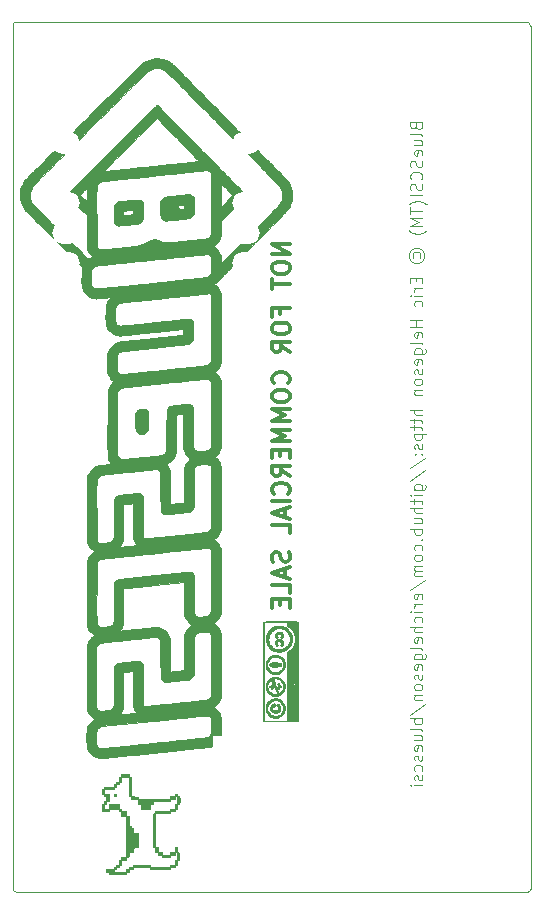
<source format=gbo>
%TF.GenerationSoftware,KiCad,Pcbnew,(5.1.10-1-10_14)*%
%TF.CreationDate,2021-10-09T12:14:23-05:00*%
%TF.ProjectId,bluepill_scsi,626c7565-7069-46c6-9c5f-736373692e6b,rev?*%
%TF.SameCoordinates,Original*%
%TF.FileFunction,Legend,Bot*%
%TF.FilePolarity,Positive*%
%FSLAX46Y46*%
G04 Gerber Fmt 4.6, Leading zero omitted, Abs format (unit mm)*
G04 Created by KiCad (PCBNEW (5.1.10-1-10_14)) date 2021-10-09 12:14:23*
%MOMM*%
%LPD*%
G01*
G04 APERTURE LIST*
%TA.AperFunction,Profile*%
%ADD10C,0.050000*%
%TD*%
%ADD11C,0.100000*%
%ADD12C,0.300000*%
%ADD13C,0.010000*%
%ADD14O,2.350000X1.827200*%
%ADD15C,1.800000*%
%ADD16O,1.800000X1.800000*%
%ADD17O,1.700000X1.700000*%
%ADD18C,1.350000*%
%ADD19O,1.900000X1.900000*%
%ADD20C,5.500000*%
%ADD21C,0.900000*%
%ADD22C,1.500000*%
%ADD23O,1.500000X1.500000*%
G04 APERTURE END LIST*
D10*
X125095000Y-169291000D02*
G75*
G02*
X124841000Y-169545000I-254000J0D01*
G01*
X81534000Y-169545000D02*
G75*
G02*
X81280000Y-169291000I0J254000D01*
G01*
X81280000Y-96139000D02*
G75*
G02*
X81534000Y-95885000I254000J0D01*
G01*
X124714000Y-95885000D02*
G75*
G02*
X125095000Y-96266000I0J-381000D01*
G01*
D11*
X115371571Y-104716904D02*
X115419190Y-104859761D01*
X115466809Y-104907380D01*
X115562047Y-104955000D01*
X115704904Y-104955000D01*
X115800142Y-104907380D01*
X115847761Y-104859761D01*
X115895380Y-104764523D01*
X115895380Y-104383571D01*
X114895380Y-104383571D01*
X114895380Y-104716904D01*
X114943000Y-104812142D01*
X114990619Y-104859761D01*
X115085857Y-104907380D01*
X115181095Y-104907380D01*
X115276333Y-104859761D01*
X115323952Y-104812142D01*
X115371571Y-104716904D01*
X115371571Y-104383571D01*
X115895380Y-105526428D02*
X115847761Y-105431190D01*
X115752523Y-105383571D01*
X114895380Y-105383571D01*
X115228714Y-106335952D02*
X115895380Y-106335952D01*
X115228714Y-105907380D02*
X115752523Y-105907380D01*
X115847761Y-105955000D01*
X115895380Y-106050238D01*
X115895380Y-106193095D01*
X115847761Y-106288333D01*
X115800142Y-106335952D01*
X115847761Y-107193095D02*
X115895380Y-107097857D01*
X115895380Y-106907380D01*
X115847761Y-106812142D01*
X115752523Y-106764523D01*
X115371571Y-106764523D01*
X115276333Y-106812142D01*
X115228714Y-106907380D01*
X115228714Y-107097857D01*
X115276333Y-107193095D01*
X115371571Y-107240714D01*
X115466809Y-107240714D01*
X115562047Y-106764523D01*
X115847761Y-107621666D02*
X115895380Y-107764523D01*
X115895380Y-108002619D01*
X115847761Y-108097857D01*
X115800142Y-108145476D01*
X115704904Y-108193095D01*
X115609666Y-108193095D01*
X115514428Y-108145476D01*
X115466809Y-108097857D01*
X115419190Y-108002619D01*
X115371571Y-107812142D01*
X115323952Y-107716904D01*
X115276333Y-107669285D01*
X115181095Y-107621666D01*
X115085857Y-107621666D01*
X114990619Y-107669285D01*
X114943000Y-107716904D01*
X114895380Y-107812142D01*
X114895380Y-108050238D01*
X114943000Y-108193095D01*
X115800142Y-109193095D02*
X115847761Y-109145476D01*
X115895380Y-109002619D01*
X115895380Y-108907380D01*
X115847761Y-108764523D01*
X115752523Y-108669285D01*
X115657285Y-108621666D01*
X115466809Y-108574047D01*
X115323952Y-108574047D01*
X115133476Y-108621666D01*
X115038238Y-108669285D01*
X114943000Y-108764523D01*
X114895380Y-108907380D01*
X114895380Y-109002619D01*
X114943000Y-109145476D01*
X114990619Y-109193095D01*
X115847761Y-109574047D02*
X115895380Y-109716904D01*
X115895380Y-109955000D01*
X115847761Y-110050238D01*
X115800142Y-110097857D01*
X115704904Y-110145476D01*
X115609666Y-110145476D01*
X115514428Y-110097857D01*
X115466809Y-110050238D01*
X115419190Y-109955000D01*
X115371571Y-109764523D01*
X115323952Y-109669285D01*
X115276333Y-109621666D01*
X115181095Y-109574047D01*
X115085857Y-109574047D01*
X114990619Y-109621666D01*
X114943000Y-109669285D01*
X114895380Y-109764523D01*
X114895380Y-110002619D01*
X114943000Y-110145476D01*
X115895380Y-110574047D02*
X114895380Y-110574047D01*
X116276333Y-111335952D02*
X116228714Y-111288333D01*
X116085857Y-111193095D01*
X115990619Y-111145476D01*
X115847761Y-111097857D01*
X115609666Y-111050238D01*
X115419190Y-111050238D01*
X115181095Y-111097857D01*
X115038238Y-111145476D01*
X114943000Y-111193095D01*
X114800142Y-111288333D01*
X114752523Y-111335952D01*
X114895380Y-111574047D02*
X114895380Y-112145476D01*
X115895380Y-111859761D02*
X114895380Y-111859761D01*
X115895380Y-112478809D02*
X114895380Y-112478809D01*
X115609666Y-112812142D01*
X114895380Y-113145476D01*
X115895380Y-113145476D01*
X116276333Y-113526428D02*
X116228714Y-113574047D01*
X116085857Y-113669285D01*
X115990619Y-113716904D01*
X115847761Y-113764523D01*
X115609666Y-113812142D01*
X115419190Y-113812142D01*
X115181095Y-113764523D01*
X115038238Y-113716904D01*
X114943000Y-113669285D01*
X114800142Y-113574047D01*
X114752523Y-113526428D01*
X115133476Y-115859761D02*
X115085857Y-115764523D01*
X115085857Y-115574047D01*
X115133476Y-115478809D01*
X115228714Y-115383571D01*
X115323952Y-115335952D01*
X115514428Y-115335952D01*
X115609666Y-115383571D01*
X115704904Y-115478809D01*
X115752523Y-115574047D01*
X115752523Y-115764523D01*
X115704904Y-115859761D01*
X114752523Y-115669285D02*
X114800142Y-115431190D01*
X114943000Y-115193095D01*
X115181095Y-115050238D01*
X115419190Y-115002619D01*
X115657285Y-115050238D01*
X115895380Y-115193095D01*
X116038238Y-115431190D01*
X116085857Y-115669285D01*
X116038238Y-115907380D01*
X115895380Y-116145476D01*
X115657285Y-116288333D01*
X115419190Y-116335952D01*
X115181095Y-116288333D01*
X114943000Y-116145476D01*
X114800142Y-115907380D01*
X114752523Y-115669285D01*
X115371571Y-117526428D02*
X115371571Y-117859761D01*
X115895380Y-118002619D02*
X115895380Y-117526428D01*
X114895380Y-117526428D01*
X114895380Y-118002619D01*
X115895380Y-118431190D02*
X115228714Y-118431190D01*
X115419190Y-118431190D02*
X115323952Y-118478809D01*
X115276333Y-118526428D01*
X115228714Y-118621666D01*
X115228714Y-118716904D01*
X115895380Y-119050238D02*
X115228714Y-119050238D01*
X114895380Y-119050238D02*
X114943000Y-119002619D01*
X114990619Y-119050238D01*
X114943000Y-119097857D01*
X114895380Y-119050238D01*
X114990619Y-119050238D01*
X115847761Y-119955000D02*
X115895380Y-119859761D01*
X115895380Y-119669285D01*
X115847761Y-119574047D01*
X115800142Y-119526428D01*
X115704904Y-119478809D01*
X115419190Y-119478809D01*
X115323952Y-119526428D01*
X115276333Y-119574047D01*
X115228714Y-119669285D01*
X115228714Y-119859761D01*
X115276333Y-119955000D01*
X115895380Y-121145476D02*
X114895380Y-121145476D01*
X115371571Y-121145476D02*
X115371571Y-121716904D01*
X115895380Y-121716904D02*
X114895380Y-121716904D01*
X115847761Y-122574047D02*
X115895380Y-122478809D01*
X115895380Y-122288333D01*
X115847761Y-122193095D01*
X115752523Y-122145476D01*
X115371571Y-122145476D01*
X115276333Y-122193095D01*
X115228714Y-122288333D01*
X115228714Y-122478809D01*
X115276333Y-122574047D01*
X115371571Y-122621666D01*
X115466809Y-122621666D01*
X115562047Y-122145476D01*
X115895380Y-123193095D02*
X115847761Y-123097857D01*
X115752523Y-123050238D01*
X114895380Y-123050238D01*
X115228714Y-124002619D02*
X116038238Y-124002619D01*
X116133476Y-123955000D01*
X116181095Y-123907380D01*
X116228714Y-123812142D01*
X116228714Y-123669285D01*
X116181095Y-123574047D01*
X115847761Y-124002619D02*
X115895380Y-123907380D01*
X115895380Y-123716904D01*
X115847761Y-123621666D01*
X115800142Y-123574047D01*
X115704904Y-123526428D01*
X115419190Y-123526428D01*
X115323952Y-123574047D01*
X115276333Y-123621666D01*
X115228714Y-123716904D01*
X115228714Y-123907380D01*
X115276333Y-124002619D01*
X115847761Y-124859761D02*
X115895380Y-124764523D01*
X115895380Y-124574047D01*
X115847761Y-124478809D01*
X115752523Y-124431190D01*
X115371571Y-124431190D01*
X115276333Y-124478809D01*
X115228714Y-124574047D01*
X115228714Y-124764523D01*
X115276333Y-124859761D01*
X115371571Y-124907380D01*
X115466809Y-124907380D01*
X115562047Y-124431190D01*
X115847761Y-125288333D02*
X115895380Y-125383571D01*
X115895380Y-125574047D01*
X115847761Y-125669285D01*
X115752523Y-125716904D01*
X115704904Y-125716904D01*
X115609666Y-125669285D01*
X115562047Y-125574047D01*
X115562047Y-125431190D01*
X115514428Y-125335952D01*
X115419190Y-125288333D01*
X115371571Y-125288333D01*
X115276333Y-125335952D01*
X115228714Y-125431190D01*
X115228714Y-125574047D01*
X115276333Y-125669285D01*
X115895380Y-126288333D02*
X115847761Y-126193095D01*
X115800142Y-126145476D01*
X115704904Y-126097857D01*
X115419190Y-126097857D01*
X115323952Y-126145476D01*
X115276333Y-126193095D01*
X115228714Y-126288333D01*
X115228714Y-126431190D01*
X115276333Y-126526428D01*
X115323952Y-126574047D01*
X115419190Y-126621666D01*
X115704904Y-126621666D01*
X115800142Y-126574047D01*
X115847761Y-126526428D01*
X115895380Y-126431190D01*
X115895380Y-126288333D01*
X115228714Y-127050238D02*
X115895380Y-127050238D01*
X115323952Y-127050238D02*
X115276333Y-127097857D01*
X115228714Y-127193095D01*
X115228714Y-127335952D01*
X115276333Y-127431190D01*
X115371571Y-127478809D01*
X115895380Y-127478809D01*
X115895380Y-128716904D02*
X114895380Y-128716904D01*
X115895380Y-129145476D02*
X115371571Y-129145476D01*
X115276333Y-129097857D01*
X115228714Y-129002619D01*
X115228714Y-128859761D01*
X115276333Y-128764523D01*
X115323952Y-128716904D01*
X115228714Y-129478809D02*
X115228714Y-129859761D01*
X114895380Y-129621666D02*
X115752523Y-129621666D01*
X115847761Y-129669285D01*
X115895380Y-129764523D01*
X115895380Y-129859761D01*
X115228714Y-130050238D02*
X115228714Y-130431190D01*
X114895380Y-130193095D02*
X115752523Y-130193095D01*
X115847761Y-130240714D01*
X115895380Y-130335952D01*
X115895380Y-130431190D01*
X115228714Y-130764523D02*
X116228714Y-130764523D01*
X115276333Y-130764523D02*
X115228714Y-130859761D01*
X115228714Y-131050238D01*
X115276333Y-131145476D01*
X115323952Y-131193095D01*
X115419190Y-131240714D01*
X115704904Y-131240714D01*
X115800142Y-131193095D01*
X115847761Y-131145476D01*
X115895380Y-131050238D01*
X115895380Y-130859761D01*
X115847761Y-130764523D01*
X115847761Y-131621666D02*
X115895380Y-131716904D01*
X115895380Y-131907380D01*
X115847761Y-132002619D01*
X115752523Y-132050238D01*
X115704904Y-132050238D01*
X115609666Y-132002619D01*
X115562047Y-131907380D01*
X115562047Y-131764523D01*
X115514428Y-131669285D01*
X115419190Y-131621666D01*
X115371571Y-131621666D01*
X115276333Y-131669285D01*
X115228714Y-131764523D01*
X115228714Y-131907380D01*
X115276333Y-132002619D01*
X115800142Y-132478809D02*
X115847761Y-132526428D01*
X115895380Y-132478809D01*
X115847761Y-132431190D01*
X115800142Y-132478809D01*
X115895380Y-132478809D01*
X115276333Y-132478809D02*
X115323952Y-132526428D01*
X115371571Y-132478809D01*
X115323952Y-132431190D01*
X115276333Y-132478809D01*
X115371571Y-132478809D01*
X114847761Y-133669285D02*
X116133476Y-132812142D01*
X114847761Y-134716904D02*
X116133476Y-133859761D01*
X115228714Y-135478809D02*
X116038238Y-135478809D01*
X116133476Y-135431190D01*
X116181095Y-135383571D01*
X116228714Y-135288333D01*
X116228714Y-135145476D01*
X116181095Y-135050238D01*
X115847761Y-135478809D02*
X115895380Y-135383571D01*
X115895380Y-135193095D01*
X115847761Y-135097857D01*
X115800142Y-135050238D01*
X115704904Y-135002619D01*
X115419190Y-135002619D01*
X115323952Y-135050238D01*
X115276333Y-135097857D01*
X115228714Y-135193095D01*
X115228714Y-135383571D01*
X115276333Y-135478809D01*
X115895380Y-135955000D02*
X115228714Y-135955000D01*
X114895380Y-135955000D02*
X114943000Y-135907380D01*
X114990619Y-135955000D01*
X114943000Y-136002619D01*
X114895380Y-135955000D01*
X114990619Y-135955000D01*
X115228714Y-136288333D02*
X115228714Y-136669285D01*
X114895380Y-136431190D02*
X115752523Y-136431190D01*
X115847761Y-136478809D01*
X115895380Y-136574047D01*
X115895380Y-136669285D01*
X115895380Y-137002619D02*
X114895380Y-137002619D01*
X115895380Y-137431190D02*
X115371571Y-137431190D01*
X115276333Y-137383571D01*
X115228714Y-137288333D01*
X115228714Y-137145476D01*
X115276333Y-137050238D01*
X115323952Y-137002619D01*
X115228714Y-138335952D02*
X115895380Y-138335952D01*
X115228714Y-137907380D02*
X115752523Y-137907380D01*
X115847761Y-137955000D01*
X115895380Y-138050238D01*
X115895380Y-138193095D01*
X115847761Y-138288333D01*
X115800142Y-138335952D01*
X115895380Y-138812142D02*
X114895380Y-138812142D01*
X115276333Y-138812142D02*
X115228714Y-138907380D01*
X115228714Y-139097857D01*
X115276333Y-139193095D01*
X115323952Y-139240714D01*
X115419190Y-139288333D01*
X115704904Y-139288333D01*
X115800142Y-139240714D01*
X115847761Y-139193095D01*
X115895380Y-139097857D01*
X115895380Y-138907380D01*
X115847761Y-138812142D01*
X115800142Y-139716904D02*
X115847761Y-139764523D01*
X115895380Y-139716904D01*
X115847761Y-139669285D01*
X115800142Y-139716904D01*
X115895380Y-139716904D01*
X115847761Y-140621666D02*
X115895380Y-140526428D01*
X115895380Y-140335952D01*
X115847761Y-140240714D01*
X115800142Y-140193095D01*
X115704904Y-140145476D01*
X115419190Y-140145476D01*
X115323952Y-140193095D01*
X115276333Y-140240714D01*
X115228714Y-140335952D01*
X115228714Y-140526428D01*
X115276333Y-140621666D01*
X115895380Y-141193095D02*
X115847761Y-141097857D01*
X115800142Y-141050238D01*
X115704904Y-141002619D01*
X115419190Y-141002619D01*
X115323952Y-141050238D01*
X115276333Y-141097857D01*
X115228714Y-141193095D01*
X115228714Y-141335952D01*
X115276333Y-141431190D01*
X115323952Y-141478809D01*
X115419190Y-141526428D01*
X115704904Y-141526428D01*
X115800142Y-141478809D01*
X115847761Y-141431190D01*
X115895380Y-141335952D01*
X115895380Y-141193095D01*
X115895380Y-141955000D02*
X115228714Y-141955000D01*
X115323952Y-141955000D02*
X115276333Y-142002619D01*
X115228714Y-142097857D01*
X115228714Y-142240714D01*
X115276333Y-142335952D01*
X115371571Y-142383571D01*
X115895380Y-142383571D01*
X115371571Y-142383571D02*
X115276333Y-142431190D01*
X115228714Y-142526428D01*
X115228714Y-142669285D01*
X115276333Y-142764523D01*
X115371571Y-142812142D01*
X115895380Y-142812142D01*
X114847761Y-144002619D02*
X116133476Y-143145476D01*
X115847761Y-144716904D02*
X115895380Y-144621666D01*
X115895380Y-144431190D01*
X115847761Y-144335952D01*
X115752523Y-144288333D01*
X115371571Y-144288333D01*
X115276333Y-144335952D01*
X115228714Y-144431190D01*
X115228714Y-144621666D01*
X115276333Y-144716904D01*
X115371571Y-144764523D01*
X115466809Y-144764523D01*
X115562047Y-144288333D01*
X115895380Y-145193095D02*
X115228714Y-145193095D01*
X115419190Y-145193095D02*
X115323952Y-145240714D01*
X115276333Y-145288333D01*
X115228714Y-145383571D01*
X115228714Y-145478809D01*
X115895380Y-145812142D02*
X115228714Y-145812142D01*
X114895380Y-145812142D02*
X114943000Y-145764523D01*
X114990619Y-145812142D01*
X114943000Y-145859761D01*
X114895380Y-145812142D01*
X114990619Y-145812142D01*
X115847761Y-146716904D02*
X115895380Y-146621666D01*
X115895380Y-146431190D01*
X115847761Y-146335952D01*
X115800142Y-146288333D01*
X115704904Y-146240714D01*
X115419190Y-146240714D01*
X115323952Y-146288333D01*
X115276333Y-146335952D01*
X115228714Y-146431190D01*
X115228714Y-146621666D01*
X115276333Y-146716904D01*
X115895380Y-147145476D02*
X114895380Y-147145476D01*
X115895380Y-147574047D02*
X115371571Y-147574047D01*
X115276333Y-147526428D01*
X115228714Y-147431190D01*
X115228714Y-147288333D01*
X115276333Y-147193095D01*
X115323952Y-147145476D01*
X115847761Y-148431190D02*
X115895380Y-148335952D01*
X115895380Y-148145476D01*
X115847761Y-148050238D01*
X115752523Y-148002619D01*
X115371571Y-148002619D01*
X115276333Y-148050238D01*
X115228714Y-148145476D01*
X115228714Y-148335952D01*
X115276333Y-148431190D01*
X115371571Y-148478809D01*
X115466809Y-148478809D01*
X115562047Y-148002619D01*
X115895380Y-149050238D02*
X115847761Y-148955000D01*
X115752523Y-148907380D01*
X114895380Y-148907380D01*
X115228714Y-149859761D02*
X116038238Y-149859761D01*
X116133476Y-149812142D01*
X116181095Y-149764523D01*
X116228714Y-149669285D01*
X116228714Y-149526428D01*
X116181095Y-149431190D01*
X115847761Y-149859761D02*
X115895380Y-149764523D01*
X115895380Y-149574047D01*
X115847761Y-149478809D01*
X115800142Y-149431190D01*
X115704904Y-149383571D01*
X115419190Y-149383571D01*
X115323952Y-149431190D01*
X115276333Y-149478809D01*
X115228714Y-149574047D01*
X115228714Y-149764523D01*
X115276333Y-149859761D01*
X115847761Y-150716904D02*
X115895380Y-150621666D01*
X115895380Y-150431190D01*
X115847761Y-150335952D01*
X115752523Y-150288333D01*
X115371571Y-150288333D01*
X115276333Y-150335952D01*
X115228714Y-150431190D01*
X115228714Y-150621666D01*
X115276333Y-150716904D01*
X115371571Y-150764523D01*
X115466809Y-150764523D01*
X115562047Y-150288333D01*
X115847761Y-151145476D02*
X115895380Y-151240714D01*
X115895380Y-151431190D01*
X115847761Y-151526428D01*
X115752523Y-151574047D01*
X115704904Y-151574047D01*
X115609666Y-151526428D01*
X115562047Y-151431190D01*
X115562047Y-151288333D01*
X115514428Y-151193095D01*
X115419190Y-151145476D01*
X115371571Y-151145476D01*
X115276333Y-151193095D01*
X115228714Y-151288333D01*
X115228714Y-151431190D01*
X115276333Y-151526428D01*
X115895380Y-152145476D02*
X115847761Y-152050238D01*
X115800142Y-152002619D01*
X115704904Y-151955000D01*
X115419190Y-151955000D01*
X115323952Y-152002619D01*
X115276333Y-152050238D01*
X115228714Y-152145476D01*
X115228714Y-152288333D01*
X115276333Y-152383571D01*
X115323952Y-152431190D01*
X115419190Y-152478809D01*
X115704904Y-152478809D01*
X115800142Y-152431190D01*
X115847761Y-152383571D01*
X115895380Y-152288333D01*
X115895380Y-152145476D01*
X115228714Y-152907380D02*
X115895380Y-152907380D01*
X115323952Y-152907380D02*
X115276333Y-152955000D01*
X115228714Y-153050238D01*
X115228714Y-153193095D01*
X115276333Y-153288333D01*
X115371571Y-153335952D01*
X115895380Y-153335952D01*
X114847761Y-154526428D02*
X116133476Y-153669285D01*
X115895380Y-154859761D02*
X114895380Y-154859761D01*
X115276333Y-154859761D02*
X115228714Y-154955000D01*
X115228714Y-155145476D01*
X115276333Y-155240714D01*
X115323952Y-155288333D01*
X115419190Y-155335952D01*
X115704904Y-155335952D01*
X115800142Y-155288333D01*
X115847761Y-155240714D01*
X115895380Y-155145476D01*
X115895380Y-154955000D01*
X115847761Y-154859761D01*
X115895380Y-155907380D02*
X115847761Y-155812142D01*
X115752523Y-155764523D01*
X114895380Y-155764523D01*
X115228714Y-156716904D02*
X115895380Y-156716904D01*
X115228714Y-156288333D02*
X115752523Y-156288333D01*
X115847761Y-156335952D01*
X115895380Y-156431190D01*
X115895380Y-156574047D01*
X115847761Y-156669285D01*
X115800142Y-156716904D01*
X115847761Y-157574047D02*
X115895380Y-157478809D01*
X115895380Y-157288333D01*
X115847761Y-157193095D01*
X115752523Y-157145476D01*
X115371571Y-157145476D01*
X115276333Y-157193095D01*
X115228714Y-157288333D01*
X115228714Y-157478809D01*
X115276333Y-157574047D01*
X115371571Y-157621666D01*
X115466809Y-157621666D01*
X115562047Y-157145476D01*
X115847761Y-158002619D02*
X115895380Y-158097857D01*
X115895380Y-158288333D01*
X115847761Y-158383571D01*
X115752523Y-158431190D01*
X115704904Y-158431190D01*
X115609666Y-158383571D01*
X115562047Y-158288333D01*
X115562047Y-158145476D01*
X115514428Y-158050238D01*
X115419190Y-158002619D01*
X115371571Y-158002619D01*
X115276333Y-158050238D01*
X115228714Y-158145476D01*
X115228714Y-158288333D01*
X115276333Y-158383571D01*
X115847761Y-159288333D02*
X115895380Y-159193095D01*
X115895380Y-159002619D01*
X115847761Y-158907380D01*
X115800142Y-158859761D01*
X115704904Y-158812142D01*
X115419190Y-158812142D01*
X115323952Y-158859761D01*
X115276333Y-158907380D01*
X115228714Y-159002619D01*
X115228714Y-159193095D01*
X115276333Y-159288333D01*
X115847761Y-159669285D02*
X115895380Y-159764523D01*
X115895380Y-159955000D01*
X115847761Y-160050238D01*
X115752523Y-160097857D01*
X115704904Y-160097857D01*
X115609666Y-160050238D01*
X115562047Y-159955000D01*
X115562047Y-159812142D01*
X115514428Y-159716904D01*
X115419190Y-159669285D01*
X115371571Y-159669285D01*
X115276333Y-159716904D01*
X115228714Y-159812142D01*
X115228714Y-159955000D01*
X115276333Y-160050238D01*
X115895380Y-160526428D02*
X115228714Y-160526428D01*
X114895380Y-160526428D02*
X114943000Y-160478809D01*
X114990619Y-160526428D01*
X114943000Y-160574047D01*
X114895380Y-160526428D01*
X114990619Y-160526428D01*
D12*
X104691571Y-114690857D02*
X103191571Y-114690857D01*
X104691571Y-115548000D01*
X103191571Y-115548000D01*
X103191571Y-116548000D02*
X103191571Y-116833714D01*
X103263000Y-116976571D01*
X103405857Y-117119428D01*
X103691571Y-117190857D01*
X104191571Y-117190857D01*
X104477285Y-117119428D01*
X104620142Y-116976571D01*
X104691571Y-116833714D01*
X104691571Y-116548000D01*
X104620142Y-116405142D01*
X104477285Y-116262285D01*
X104191571Y-116190857D01*
X103691571Y-116190857D01*
X103405857Y-116262285D01*
X103263000Y-116405142D01*
X103191571Y-116548000D01*
X103191571Y-117619428D02*
X103191571Y-118476571D01*
X104691571Y-118048000D02*
X103191571Y-118048000D01*
X103905857Y-120619428D02*
X103905857Y-120119428D01*
X104691571Y-120119428D02*
X103191571Y-120119428D01*
X103191571Y-120833714D01*
X103191571Y-121690857D02*
X103191571Y-121976571D01*
X103263000Y-122119428D01*
X103405857Y-122262285D01*
X103691571Y-122333714D01*
X104191571Y-122333714D01*
X104477285Y-122262285D01*
X104620142Y-122119428D01*
X104691571Y-121976571D01*
X104691571Y-121690857D01*
X104620142Y-121548000D01*
X104477285Y-121405142D01*
X104191571Y-121333714D01*
X103691571Y-121333714D01*
X103405857Y-121405142D01*
X103263000Y-121548000D01*
X103191571Y-121690857D01*
X104691571Y-123833714D02*
X103977285Y-123333714D01*
X104691571Y-122976571D02*
X103191571Y-122976571D01*
X103191571Y-123548000D01*
X103263000Y-123690857D01*
X103334428Y-123762285D01*
X103477285Y-123833714D01*
X103691571Y-123833714D01*
X103834428Y-123762285D01*
X103905857Y-123690857D01*
X103977285Y-123548000D01*
X103977285Y-122976571D01*
X104548714Y-126476571D02*
X104620142Y-126405142D01*
X104691571Y-126190857D01*
X104691571Y-126048000D01*
X104620142Y-125833714D01*
X104477285Y-125690857D01*
X104334428Y-125619428D01*
X104048714Y-125548000D01*
X103834428Y-125548000D01*
X103548714Y-125619428D01*
X103405857Y-125690857D01*
X103263000Y-125833714D01*
X103191571Y-126048000D01*
X103191571Y-126190857D01*
X103263000Y-126405142D01*
X103334428Y-126476571D01*
X103191571Y-127405142D02*
X103191571Y-127690857D01*
X103263000Y-127833714D01*
X103405857Y-127976571D01*
X103691571Y-128048000D01*
X104191571Y-128048000D01*
X104477285Y-127976571D01*
X104620142Y-127833714D01*
X104691571Y-127690857D01*
X104691571Y-127405142D01*
X104620142Y-127262285D01*
X104477285Y-127119428D01*
X104191571Y-127048000D01*
X103691571Y-127048000D01*
X103405857Y-127119428D01*
X103263000Y-127262285D01*
X103191571Y-127405142D01*
X104691571Y-128690857D02*
X103191571Y-128690857D01*
X104263000Y-129190857D01*
X103191571Y-129690857D01*
X104691571Y-129690857D01*
X104691571Y-130405142D02*
X103191571Y-130405142D01*
X104263000Y-130905142D01*
X103191571Y-131405142D01*
X104691571Y-131405142D01*
X103905857Y-132119428D02*
X103905857Y-132619428D01*
X104691571Y-132833714D02*
X104691571Y-132119428D01*
X103191571Y-132119428D01*
X103191571Y-132833714D01*
X104691571Y-134333714D02*
X103977285Y-133833714D01*
X104691571Y-133476571D02*
X103191571Y-133476571D01*
X103191571Y-134048000D01*
X103263000Y-134190857D01*
X103334428Y-134262285D01*
X103477285Y-134333714D01*
X103691571Y-134333714D01*
X103834428Y-134262285D01*
X103905857Y-134190857D01*
X103977285Y-134048000D01*
X103977285Y-133476571D01*
X104548714Y-135833714D02*
X104620142Y-135762285D01*
X104691571Y-135548000D01*
X104691571Y-135405142D01*
X104620142Y-135190857D01*
X104477285Y-135048000D01*
X104334428Y-134976571D01*
X104048714Y-134905142D01*
X103834428Y-134905142D01*
X103548714Y-134976571D01*
X103405857Y-135048000D01*
X103263000Y-135190857D01*
X103191571Y-135405142D01*
X103191571Y-135548000D01*
X103263000Y-135762285D01*
X103334428Y-135833714D01*
X104691571Y-136476571D02*
X103191571Y-136476571D01*
X104263000Y-137119428D02*
X104263000Y-137833714D01*
X104691571Y-136976571D02*
X103191571Y-137476571D01*
X104691571Y-137976571D01*
X104691571Y-139190857D02*
X104691571Y-138476571D01*
X103191571Y-138476571D01*
X104620142Y-140762285D02*
X104691571Y-140976571D01*
X104691571Y-141333714D01*
X104620142Y-141476571D01*
X104548714Y-141548000D01*
X104405857Y-141619428D01*
X104263000Y-141619428D01*
X104120142Y-141548000D01*
X104048714Y-141476571D01*
X103977285Y-141333714D01*
X103905857Y-141048000D01*
X103834428Y-140905142D01*
X103763000Y-140833714D01*
X103620142Y-140762285D01*
X103477285Y-140762285D01*
X103334428Y-140833714D01*
X103263000Y-140905142D01*
X103191571Y-141048000D01*
X103191571Y-141405142D01*
X103263000Y-141619428D01*
X104263000Y-142190857D02*
X104263000Y-142905142D01*
X104691571Y-142048000D02*
X103191571Y-142548000D01*
X104691571Y-143048000D01*
X104691571Y-144262285D02*
X104691571Y-143548000D01*
X103191571Y-143548000D01*
X103905857Y-144762285D02*
X103905857Y-145262285D01*
X104691571Y-145476571D02*
X104691571Y-144762285D01*
X103191571Y-144762285D01*
X103191571Y-145476571D01*
D10*
X81915000Y-169545000D02*
X81534000Y-169545000D01*
X81280000Y-168275000D02*
X81280000Y-169291000D01*
X124841000Y-169545000D02*
X81915000Y-169545000D01*
X125095000Y-168275000D02*
X125095000Y-169291000D01*
X124714000Y-95885000D02*
X81534000Y-95885000D01*
X125095000Y-168275000D02*
X125095000Y-96266000D01*
X81280000Y-168275000D02*
X81280000Y-96139000D01*
D13*
%TO.C,G\u002A\u002A\u002A*%
G36*
X90009134Y-161459333D02*
G01*
X90009134Y-161256133D01*
X89805934Y-161256133D01*
X89805934Y-161459333D01*
X90009134Y-161459333D01*
G37*
X90009134Y-161459333D02*
X90009134Y-161256133D01*
X89805934Y-161256133D01*
X89805934Y-161459333D01*
X90009134Y-161459333D01*
G36*
X90415534Y-162492267D02*
G01*
X90230310Y-162492267D01*
X90225555Y-162284833D01*
X90220801Y-162077400D01*
X89801700Y-162072871D01*
X89382601Y-162068342D01*
X89382601Y-162492267D01*
X90229267Y-162492267D01*
X90229267Y-162695467D01*
X90415534Y-162695467D01*
X90415534Y-162492267D01*
G37*
X90415534Y-162492267D02*
X90230310Y-162492267D01*
X90225555Y-162284833D01*
X90220801Y-162077400D01*
X89801700Y-162072871D01*
X89382601Y-162068342D01*
X89382601Y-162492267D01*
X90229267Y-162492267D01*
X90229267Y-162695467D01*
X90415534Y-162695467D01*
X90415534Y-162492267D01*
G36*
X88976201Y-162492267D02*
G01*
X88976201Y-162068933D01*
X88773001Y-162068933D01*
X88773001Y-162695467D01*
X89382601Y-162695467D01*
X89382601Y-162492267D01*
X88976201Y-162492267D01*
G37*
X88976201Y-162492267D02*
X88976201Y-162068933D01*
X88773001Y-162068933D01*
X88773001Y-162695467D01*
X89382601Y-162695467D01*
X89382601Y-162492267D01*
X88976201Y-162492267D01*
G36*
X90415534Y-160223200D02*
G01*
X90415534Y-159799867D01*
X90229267Y-159799867D01*
X90229267Y-160223200D01*
X90415534Y-160223200D01*
G37*
X90415534Y-160223200D02*
X90415534Y-159799867D01*
X90229267Y-159799867D01*
X90229267Y-160223200D01*
X90415534Y-160223200D01*
G36*
X91042067Y-159799867D02*
G01*
X91042067Y-159596667D01*
X90415534Y-159596667D01*
X90415534Y-159799867D01*
X91042067Y-159799867D01*
G37*
X91042067Y-159799867D02*
X91042067Y-159596667D01*
X90415534Y-159596667D01*
X90415534Y-159799867D01*
X91042067Y-159799867D01*
G36*
X91042067Y-161459333D02*
G01*
X91243651Y-161459333D01*
X91248692Y-161565166D01*
X91253734Y-161671000D01*
X91554301Y-161675624D01*
X91854867Y-161680248D01*
X91854867Y-162067317D01*
X91960701Y-162072358D01*
X92066534Y-162077400D01*
X92071288Y-162284833D01*
X92076043Y-162492267D01*
X92887800Y-162492267D01*
X92887800Y-162068933D01*
X93091001Y-162068933D01*
X93091001Y-161866097D01*
X94538801Y-161857267D01*
X94543919Y-161768367D01*
X94549037Y-161679466D01*
X94936734Y-161679466D01*
X94936734Y-161459333D01*
X94547267Y-161459333D01*
X94547267Y-161679466D01*
X91856483Y-161679466D01*
X91846401Y-161467800D01*
X91245267Y-161458552D01*
X91245267Y-159799867D01*
X91042067Y-159799867D01*
X91042067Y-161459333D01*
G37*
X91042067Y-161459333D02*
X91243651Y-161459333D01*
X91248692Y-161565166D01*
X91253734Y-161671000D01*
X91554301Y-161675624D01*
X91854867Y-161680248D01*
X91854867Y-162067317D01*
X91960701Y-162072358D01*
X92066534Y-162077400D01*
X92071288Y-162284833D01*
X92076043Y-162492267D01*
X92887800Y-162492267D01*
X92887800Y-162068933D01*
X93091001Y-162068933D01*
X93091001Y-161866097D01*
X94538801Y-161857267D01*
X94543919Y-161768367D01*
X94549037Y-161679466D01*
X94936734Y-161679466D01*
X94936734Y-161459333D01*
X94547267Y-161459333D01*
X94547267Y-161679466D01*
X91856483Y-161679466D01*
X91846401Y-161467800D01*
X91245267Y-161458552D01*
X91245267Y-159799867D01*
X91042067Y-159799867D01*
X91042067Y-161459333D01*
G36*
X95139934Y-161459333D02*
G01*
X95139934Y-161256133D01*
X94936734Y-161256133D01*
X94936734Y-161459333D01*
X95139934Y-161459333D01*
G37*
X95139934Y-161459333D02*
X95139934Y-161256133D01*
X94936734Y-161256133D01*
X94936734Y-161459333D01*
X95139934Y-161459333D01*
G36*
X95139934Y-162068933D02*
G01*
X94936734Y-162068933D01*
X94936734Y-162492267D01*
X95139934Y-162492267D01*
X95139934Y-162070549D01*
X95351600Y-162060467D01*
X95356220Y-161771575D01*
X95357087Y-161675887D01*
X95356587Y-161592196D01*
X95354857Y-161526287D01*
X95352033Y-161483945D01*
X95349164Y-161471008D01*
X95327101Y-161464702D01*
X95282102Y-161460463D01*
X95238712Y-161459333D01*
X95139934Y-161459333D01*
X95139934Y-162068933D01*
G37*
X95139934Y-162068933D02*
X94936734Y-162068933D01*
X94936734Y-162492267D01*
X95139934Y-162492267D01*
X95139934Y-162070549D01*
X95351600Y-162060467D01*
X95356220Y-161771575D01*
X95357087Y-161675887D01*
X95356587Y-161592196D01*
X95354857Y-161526287D01*
X95352033Y-161483945D01*
X95349164Y-161471008D01*
X95327101Y-161464702D01*
X95282102Y-161460463D01*
X95238712Y-161459333D01*
X95139934Y-161459333D01*
X95139934Y-162068933D01*
G36*
X94547267Y-162492267D02*
G01*
X94547267Y-162695467D01*
X94936734Y-162695467D01*
X94936734Y-162492267D01*
X94547267Y-162492267D01*
G37*
X94547267Y-162492267D02*
X94547267Y-162695467D01*
X94936734Y-162695467D01*
X94936734Y-162492267D01*
X94547267Y-162492267D01*
G36*
X93294201Y-162695467D02*
G01*
X93294201Y-162896976D01*
X93196834Y-162902055D01*
X93099467Y-162907133D01*
X93090809Y-165777333D01*
X93293158Y-165777333D01*
X93297913Y-165984767D01*
X93302667Y-166192200D01*
X93408501Y-166197241D01*
X93514334Y-166202283D01*
X93514334Y-166386933D01*
X93903801Y-166386933D01*
X93903801Y-166200666D01*
X93514334Y-166200666D01*
X93514334Y-165777333D01*
X93294201Y-165777333D01*
X93294201Y-162898666D01*
X94547267Y-162898666D01*
X94547267Y-162695467D01*
X93294201Y-162695467D01*
G37*
X93294201Y-162695467D02*
X93294201Y-162896976D01*
X93196834Y-162902055D01*
X93099467Y-162907133D01*
X93090809Y-165777333D01*
X93293158Y-165777333D01*
X93297913Y-165984767D01*
X93302667Y-166192200D01*
X93408501Y-166197241D01*
X93514334Y-166202283D01*
X93514334Y-166386933D01*
X93903801Y-166386933D01*
X93903801Y-166200666D01*
X93514334Y-166200666D01*
X93514334Y-165777333D01*
X93294201Y-165777333D01*
X93294201Y-162898666D01*
X94547267Y-162898666D01*
X94547267Y-162695467D01*
X93294201Y-162695467D01*
G36*
X90415534Y-163101866D02*
G01*
X90821934Y-163101866D01*
X90821934Y-162695467D01*
X90415534Y-162695467D01*
X90415534Y-163101866D01*
G37*
X90415534Y-163101866D02*
X90821934Y-163101866D01*
X90821934Y-162695467D01*
X90415534Y-162695467D01*
X90415534Y-163101866D01*
G36*
X91042067Y-167826266D02*
G01*
X91042067Y-167623066D01*
X90821934Y-167623066D01*
X90821934Y-167826266D01*
X91042067Y-167826266D01*
G37*
X91042067Y-167826266D02*
X91042067Y-167623066D01*
X90821934Y-167623066D01*
X90821934Y-167826266D01*
X91042067Y-167826266D01*
G36*
X91431534Y-167623066D02*
G01*
X91431534Y-167436800D01*
X91042067Y-167436800D01*
X91042067Y-167623066D01*
X91431534Y-167623066D01*
G37*
X91431534Y-167623066D02*
X91431534Y-167436800D01*
X91042067Y-167436800D01*
X91042067Y-167623066D01*
X91431534Y-167623066D01*
G36*
X92887800Y-167436800D02*
G01*
X92887800Y-167233600D01*
X91431534Y-167233600D01*
X91431534Y-167436800D01*
X92887800Y-167436800D01*
G37*
X92887800Y-167436800D02*
X92887800Y-167233600D01*
X91431534Y-167233600D01*
X91431534Y-167436800D01*
X92887800Y-167436800D01*
G36*
X92887800Y-167623066D02*
G01*
X94547267Y-167623066D01*
X94547267Y-167436800D01*
X92887800Y-167436800D01*
X92887800Y-167623066D01*
G37*
X92887800Y-167623066D02*
X94547267Y-167623066D01*
X94547267Y-167436800D01*
X92887800Y-167436800D01*
X92887800Y-167623066D01*
G36*
X94936734Y-167436800D02*
G01*
X94936734Y-167233600D01*
X94547267Y-167233600D01*
X94547267Y-167436800D01*
X94936734Y-167436800D01*
G37*
X94936734Y-167436800D02*
X94936734Y-167233600D01*
X94547267Y-167233600D01*
X94547267Y-167436800D01*
X94936734Y-167436800D01*
G36*
X95139934Y-167233600D02*
G01*
X95139934Y-166811883D01*
X95245767Y-166806841D01*
X95351600Y-166801800D01*
X95351600Y-166209133D01*
X95245767Y-166204092D01*
X95139934Y-166199050D01*
X95139934Y-165777333D01*
X94936734Y-165777333D01*
X94936734Y-166200666D01*
X95139934Y-166200666D01*
X95139934Y-166810266D01*
X94936734Y-166810266D01*
X94936734Y-167233600D01*
X95139934Y-167233600D01*
G37*
X95139934Y-167233600D02*
X95139934Y-166811883D01*
X95245767Y-166806841D01*
X95351600Y-166801800D01*
X95351600Y-166209133D01*
X95245767Y-166204092D01*
X95139934Y-166199050D01*
X95139934Y-165777333D01*
X94936734Y-165777333D01*
X94936734Y-166200666D01*
X95139934Y-166200666D01*
X95139934Y-166810266D01*
X94936734Y-166810266D01*
X94936734Y-167233600D01*
X95139934Y-167233600D01*
G36*
X94547267Y-166200666D02*
G01*
X94547267Y-166386933D01*
X93903801Y-166386933D01*
X93904060Y-166475833D01*
X93906687Y-166530604D01*
X93913114Y-166572756D01*
X93918008Y-166586303D01*
X93931604Y-166594365D01*
X93962999Y-166599937D01*
X94015950Y-166603218D01*
X94094218Y-166604409D01*
X94201561Y-166603711D01*
X94235249Y-166603236D01*
X94538801Y-166598600D01*
X94543842Y-166492766D01*
X94548883Y-166386933D01*
X94936734Y-166386933D01*
X94936734Y-166200666D01*
X94547267Y-166200666D01*
G37*
X94547267Y-166200666D02*
X94547267Y-166386933D01*
X93903801Y-166386933D01*
X93904060Y-166475833D01*
X93906687Y-166530604D01*
X93913114Y-166572756D01*
X93918008Y-166586303D01*
X93931604Y-166594365D01*
X93962999Y-166599937D01*
X94015950Y-166603218D01*
X94094218Y-166604409D01*
X94201561Y-166603711D01*
X94235249Y-166603236D01*
X94538801Y-166598600D01*
X94543842Y-166492766D01*
X94548883Y-166386933D01*
X94936734Y-166386933D01*
X94936734Y-166200666D01*
X94547267Y-166200666D01*
G36*
X90009134Y-160223200D02*
G01*
X90009196Y-160434866D01*
X89805934Y-160423392D01*
X89805934Y-160646533D01*
X88976201Y-160646533D01*
X88976201Y-160832800D01*
X88773001Y-160832800D01*
X88773001Y-161256133D01*
X88976201Y-161256133D01*
X88976201Y-160833402D01*
X89386834Y-160828868D01*
X89797467Y-160824333D01*
X89802585Y-160735433D01*
X89807704Y-160646533D01*
X90007518Y-160646533D01*
X90012559Y-160540700D01*
X90017601Y-160434866D01*
X90229267Y-160424784D01*
X90229267Y-160223200D01*
X90009134Y-160223200D01*
G37*
X90009134Y-160223200D02*
X90009196Y-160434866D01*
X89805934Y-160423392D01*
X89805934Y-160646533D01*
X88976201Y-160646533D01*
X88976201Y-160832800D01*
X88773001Y-160832800D01*
X88773001Y-161256133D01*
X88976201Y-161256133D01*
X88976201Y-160833402D01*
X89386834Y-160828868D01*
X89797467Y-160824333D01*
X89802585Y-160735433D01*
X89807704Y-160646533D01*
X90007518Y-160646533D01*
X90012559Y-160540700D01*
X90017601Y-160434866D01*
X90229267Y-160424784D01*
X90229267Y-160223200D01*
X90009134Y-160223200D01*
G36*
X89162467Y-162068933D02*
G01*
X89162467Y-161867349D01*
X89268300Y-161862308D01*
X89374134Y-161857267D01*
X89383382Y-161256133D01*
X88976201Y-161256133D01*
X88976201Y-161459333D01*
X89162467Y-161459333D01*
X89162467Y-161865733D01*
X88976201Y-161865733D01*
X88976201Y-162068933D01*
X89162467Y-162068933D01*
G37*
X89162467Y-162068933D02*
X89162467Y-161867349D01*
X89268300Y-161862308D01*
X89374134Y-161857267D01*
X89383382Y-161256133D01*
X88976201Y-161256133D01*
X88976201Y-161459333D01*
X89162467Y-161459333D01*
X89162467Y-161865733D01*
X88976201Y-161865733D01*
X88976201Y-162068933D01*
X89162467Y-162068933D01*
G36*
X89805934Y-167826266D02*
G01*
X89805934Y-167623066D01*
X90009134Y-167623066D01*
X90009134Y-167438416D01*
X90114967Y-167433375D01*
X90220801Y-167428333D01*
X90225853Y-167331823D01*
X90230906Y-167235313D01*
X90318987Y-167230223D01*
X90407067Y-167225133D01*
X90411822Y-167017700D01*
X90416576Y-166810266D01*
X90821934Y-166810266D01*
X90821872Y-166598600D01*
X91033601Y-166598600D01*
X91038371Y-166399633D01*
X91043142Y-166200666D01*
X91430491Y-166200666D01*
X91440001Y-165785800D01*
X91647434Y-165781045D01*
X91854867Y-165776291D01*
X91854867Y-164541200D01*
X91431534Y-164541200D01*
X91431534Y-164117867D01*
X91245267Y-164117867D01*
X91245267Y-163931600D01*
X91042067Y-163931600D01*
X91042067Y-163101866D01*
X90822092Y-163101866D01*
X90817780Y-164850233D01*
X90813467Y-166598600D01*
X90614500Y-166603371D01*
X90415534Y-166608141D01*
X90415534Y-166810266D01*
X90229267Y-166810266D01*
X90229267Y-167233600D01*
X90009134Y-167233600D01*
X90009134Y-167436800D01*
X89805934Y-167436800D01*
X89805934Y-167622319D01*
X89170934Y-167631533D01*
X89165880Y-167728071D01*
X89160827Y-167824608D01*
X89267480Y-167829671D01*
X89374134Y-167834733D01*
X89382601Y-167936333D01*
X89391067Y-168037933D01*
X90106501Y-168042350D01*
X90821934Y-168046767D01*
X90821934Y-167826266D01*
X89805934Y-167826266D01*
G37*
X89805934Y-167826266D02*
X89805934Y-167623066D01*
X90009134Y-167623066D01*
X90009134Y-167438416D01*
X90114967Y-167433375D01*
X90220801Y-167428333D01*
X90225853Y-167331823D01*
X90230906Y-167235313D01*
X90318987Y-167230223D01*
X90407067Y-167225133D01*
X90411822Y-167017700D01*
X90416576Y-166810266D01*
X90821934Y-166810266D01*
X90821872Y-166598600D01*
X91033601Y-166598600D01*
X91038371Y-166399633D01*
X91043142Y-166200666D01*
X91430491Y-166200666D01*
X91440001Y-165785800D01*
X91647434Y-165781045D01*
X91854867Y-165776291D01*
X91854867Y-164541200D01*
X91431534Y-164541200D01*
X91431534Y-164117867D01*
X91245267Y-164117867D01*
X91245267Y-163931600D01*
X91042067Y-163931600D01*
X91042067Y-163101866D01*
X90822092Y-163101866D01*
X90817780Y-164850233D01*
X90813467Y-166598600D01*
X90614500Y-166603371D01*
X90415534Y-166608141D01*
X90415534Y-166810266D01*
X90229267Y-166810266D01*
X90229267Y-167233600D01*
X90009134Y-167233600D01*
X90009134Y-167436800D01*
X89805934Y-167436800D01*
X89805934Y-167622319D01*
X89170934Y-167631533D01*
X89165880Y-167728071D01*
X89160827Y-167824608D01*
X89267480Y-167829671D01*
X89374134Y-167834733D01*
X89382601Y-167936333D01*
X89391067Y-168037933D01*
X90106501Y-168042350D01*
X90821934Y-168046767D01*
X90821934Y-167826266D01*
X89805934Y-167826266D01*
G36*
X102401770Y-151262424D02*
G01*
X102401985Y-151557610D01*
X102402307Y-151849662D01*
X102402736Y-152137218D01*
X102403273Y-152418914D01*
X102403916Y-152693387D01*
X102404666Y-152959274D01*
X102405523Y-153215211D01*
X102406487Y-153459835D01*
X102407557Y-153691782D01*
X102408734Y-153909690D01*
X102410018Y-154112196D01*
X102411407Y-154297935D01*
X102412903Y-154465545D01*
X102414505Y-154613662D01*
X102416213Y-154740924D01*
X102418027Y-154845966D01*
X102419947Y-154927426D01*
X102421972Y-154983940D01*
X102424103Y-155014145D01*
X102424992Y-155018572D01*
X102430683Y-155033094D01*
X102435994Y-155045987D01*
X102442542Y-155057345D01*
X102451947Y-155067260D01*
X102465827Y-155075823D01*
X102485800Y-155083128D01*
X102513485Y-155089268D01*
X102550499Y-155094334D01*
X102598462Y-155098419D01*
X102658991Y-155101615D01*
X102733706Y-155104016D01*
X102824224Y-155105713D01*
X102932164Y-155106799D01*
X103059145Y-155107367D01*
X103206784Y-155107509D01*
X103376700Y-155107317D01*
X103570512Y-155106884D01*
X103789838Y-155106302D01*
X103952738Y-155105874D01*
X105360611Y-155102278D01*
X105364162Y-150881903D01*
X105364420Y-150538549D01*
X105364611Y-150202503D01*
X105364736Y-149874860D01*
X105364798Y-149556716D01*
X105364798Y-149249166D01*
X105364736Y-148953305D01*
X105364616Y-148670231D01*
X105364438Y-148401037D01*
X105364203Y-148146821D01*
X105363914Y-147908677D01*
X105363572Y-147687701D01*
X105363178Y-147484990D01*
X105362734Y-147301638D01*
X105362241Y-147138741D01*
X105361702Y-146997395D01*
X105361117Y-146878696D01*
X105360488Y-146783738D01*
X105359816Y-146713619D01*
X105359103Y-146669434D01*
X105358351Y-146652277D01*
X105358283Y-146652097D01*
X105343148Y-146650779D01*
X105301699Y-146649516D01*
X105235842Y-146648320D01*
X105147485Y-146647204D01*
X105038534Y-146646181D01*
X104910897Y-146645264D01*
X104766481Y-146644464D01*
X104607193Y-146643796D01*
X104434941Y-146643270D01*
X104251631Y-146642901D01*
X104059172Y-146642700D01*
X103939392Y-146642667D01*
X103703012Y-146642638D01*
X103493230Y-146642615D01*
X103484303Y-146642618D01*
X103484303Y-146713222D01*
X104478667Y-146713222D01*
X104478667Y-147017466D01*
X104586069Y-147087594D01*
X104714635Y-147187335D01*
X104831111Y-147308931D01*
X104932048Y-147447369D01*
X105013995Y-147597637D01*
X105073502Y-147754723D01*
X105090842Y-147820944D01*
X105105353Y-147886127D01*
X105115062Y-147935876D01*
X105120730Y-147978775D01*
X105123118Y-148023404D01*
X105122987Y-148078345D01*
X105121099Y-148152182D01*
X105120882Y-148159611D01*
X105116145Y-148254777D01*
X105107182Y-148332973D01*
X105092419Y-148405325D01*
X105079386Y-148453074D01*
X105014057Y-148628990D01*
X104926394Y-148791306D01*
X104818358Y-148937304D01*
X104718556Y-149037512D01*
X104718556Y-149831778D01*
X104941982Y-149831778D01*
X105018692Y-149832344D01*
X105085253Y-149833906D01*
X105136648Y-149836263D01*
X105167858Y-149839211D01*
X105174815Y-149841185D01*
X105181062Y-149861802D01*
X105184248Y-149902883D01*
X105184634Y-149956866D01*
X105182478Y-150016190D01*
X105178041Y-150073291D01*
X105171583Y-150120609D01*
X105164250Y-150148595D01*
X105134204Y-150195804D01*
X105090364Y-150220795D01*
X105039443Y-150226889D01*
X104987397Y-150214563D01*
X104959219Y-150192435D01*
X104926851Y-150157981D01*
X104887801Y-150186851D01*
X104847636Y-150207290D01*
X104804838Y-150206077D01*
X104770217Y-150194483D01*
X104746040Y-150174473D01*
X104730568Y-150141570D01*
X104724955Y-150108390D01*
X104724955Y-150255111D01*
X104738841Y-150261979D01*
X104771798Y-150280649D01*
X104818806Y-150308221D01*
X104871507Y-150339778D01*
X104933472Y-150376583D01*
X104978522Y-150400855D01*
X105013574Y-150415180D01*
X105045543Y-150422142D01*
X105081345Y-150424328D01*
X105097941Y-150424444D01*
X105184222Y-150424444D01*
X105184222Y-150523222D01*
X105092996Y-150523222D01*
X105050706Y-150524175D01*
X105016632Y-150528820D01*
X104983261Y-150539835D01*
X104943077Y-150559897D01*
X104888567Y-150591685D01*
X104870746Y-150602427D01*
X104816394Y-150635275D01*
X104770971Y-150662709D01*
X104739927Y-150681440D01*
X104729139Y-150687927D01*
X104722631Y-150679533D01*
X104718901Y-150650963D01*
X104718556Y-150636596D01*
X104718556Y-151652111D01*
X105184222Y-151652111D01*
X105184222Y-151750889D01*
X105033234Y-151750889D01*
X104962976Y-151751781D01*
X104918633Y-151754629D01*
X104897949Y-151759687D01*
X104897609Y-151766253D01*
X104915431Y-151779610D01*
X104951737Y-151803832D01*
X105000848Y-151835206D01*
X105045070Y-151862671D01*
X105103258Y-151898931D01*
X105141520Y-151925131D01*
X105164242Y-151945538D01*
X105175812Y-151964422D01*
X105180616Y-151986052D01*
X105181546Y-151995473D01*
X105185926Y-152047222D01*
X104950492Y-152047222D01*
X104950492Y-152120805D01*
X105024925Y-152130791D01*
X105083254Y-152157998D01*
X105136144Y-152202624D01*
X105174329Y-152255996D01*
X105183961Y-152279611D01*
X105191613Y-152335931D01*
X105186177Y-152398697D01*
X105169346Y-152453683D01*
X105161576Y-152467701D01*
X105131691Y-152500127D01*
X105090371Y-152530063D01*
X105048652Y-152550419D01*
X105038967Y-152552403D01*
X105038967Y-153480593D01*
X105062439Y-153484055D01*
X105074192Y-153487375D01*
X105119650Y-153506184D01*
X105150468Y-153536164D01*
X105174365Y-153585271D01*
X105177497Y-153593843D01*
X105193680Y-153649909D01*
X105195936Y-153697707D01*
X105184863Y-153753162D01*
X105184222Y-153755497D01*
X105184222Y-153882078D01*
X105184222Y-153935482D01*
X105181265Y-153972041D01*
X105167065Y-153992096D01*
X105134834Y-154006745D01*
X105107879Y-154017620D01*
X105093110Y-154030697D01*
X105086861Y-154053833D01*
X105085465Y-154094886D01*
X105085445Y-154112578D01*
X105086078Y-154160821D01*
X105090421Y-154188698D01*
X105102141Y-154204067D01*
X105124905Y-154214785D01*
X105134834Y-154218412D01*
X105168065Y-154233937D01*
X105181796Y-154254761D01*
X105184222Y-154284747D01*
X105181511Y-154317154D01*
X105174862Y-154333221D01*
X105173639Y-154333588D01*
X105157490Y-154329073D01*
X105119482Y-154316340D01*
X105064218Y-154296995D01*
X104996298Y-154272641D01*
X104940898Y-154252449D01*
X104718740Y-154170944D01*
X104718815Y-154114500D01*
X104718889Y-154058055D01*
X104884528Y-153996088D01*
X104955495Y-153969460D01*
X105023672Y-153943744D01*
X105080965Y-153922000D01*
X105117195Y-153908099D01*
X105184222Y-153882078D01*
X105184222Y-153755497D01*
X105183658Y-153757552D01*
X105154682Y-153815412D01*
X105107465Y-153853002D01*
X105045703Y-153867480D01*
X105040534Y-153867555D01*
X104985319Y-153855846D01*
X104942751Y-153820133D01*
X104911991Y-153759542D01*
X104901367Y-153722185D01*
X104885195Y-153661049D01*
X104869772Y-153623524D01*
X104852374Y-153605212D01*
X104830275Y-153601718D01*
X104826962Y-153602116D01*
X104806459Y-153610293D01*
X104795978Y-153632396D01*
X104791868Y-153665642D01*
X104791832Y-153706280D01*
X104802307Y-153730900D01*
X104823618Y-153748404D01*
X104850127Y-153775760D01*
X104861450Y-153807716D01*
X104857316Y-153835953D01*
X104837452Y-153852155D01*
X104827050Y-153853444D01*
X104787899Y-153841244D01*
X104749472Y-153809803D01*
X104720775Y-153766860D01*
X104717691Y-153759448D01*
X104704940Y-153699257D01*
X104707773Y-153635743D01*
X104724251Y-153577292D01*
X104752431Y-153532290D01*
X104774219Y-153515196D01*
X104807157Y-153505059D01*
X104849158Y-153500671D01*
X104850429Y-153500667D01*
X104901231Y-153513910D01*
X104942360Y-153553176D01*
X104973226Y-153617765D01*
X104984706Y-153659693D01*
X105002781Y-153720388D01*
X105025021Y-153755458D01*
X105053357Y-153767409D01*
X105066836Y-153766278D01*
X105094329Y-153748733D01*
X105108550Y-153714950D01*
X105109807Y-153673434D01*
X105098407Y-153632687D01*
X105074659Y-153601213D01*
X105060551Y-153592570D01*
X105038118Y-153575152D01*
X105029567Y-153543770D01*
X105029000Y-153526528D01*
X105030268Y-153492630D01*
X105038967Y-153480593D01*
X105038967Y-152552403D01*
X105025472Y-152555169D01*
X105006777Y-152544009D01*
X104998991Y-152517346D01*
X105001777Y-152485559D01*
X105014797Y-152459030D01*
X105028917Y-152449415D01*
X105071879Y-152423084D01*
X105095962Y-152382045D01*
X105099700Y-152333801D01*
X105081624Y-152285857D01*
X105064919Y-152265303D01*
X105038333Y-152244237D01*
X105006371Y-152233780D01*
X104958381Y-152230695D01*
X104950945Y-152230667D01*
X104901659Y-152232763D01*
X104868968Y-152241668D01*
X104841393Y-152261311D01*
X104830359Y-152271914D01*
X104796734Y-152318827D01*
X104791279Y-152364561D01*
X104813997Y-152409732D01*
X104831445Y-152428222D01*
X104864528Y-152470490D01*
X104873778Y-152512446D01*
X104871400Y-152542593D01*
X104860260Y-152551314D01*
X104842028Y-152547648D01*
X104776910Y-152515154D01*
X104731894Y-152463405D01*
X104708101Y-152394035D01*
X104704467Y-152347536D01*
X104717261Y-152273799D01*
X104752652Y-152211287D01*
X104806248Y-152162971D01*
X104873658Y-152131820D01*
X104950492Y-152120805D01*
X104950492Y-152047222D01*
X104718556Y-152047222D01*
X104718556Y-151949432D01*
X104861776Y-151945410D01*
X105004995Y-151941389D01*
X104861776Y-151852306D01*
X104801307Y-151814403D01*
X104760823Y-151787308D01*
X104736315Y-151766974D01*
X104723774Y-151749352D01*
X104719191Y-151730393D01*
X104718556Y-151707668D01*
X104718556Y-151652111D01*
X104718556Y-150636596D01*
X104720660Y-150601534D01*
X104731169Y-150578166D01*
X104756380Y-150557154D01*
X104783333Y-150540514D01*
X104836348Y-150508893D01*
X104866568Y-150487472D01*
X104874911Y-150471146D01*
X104862293Y-150454810D01*
X104829632Y-150433359D01*
X104805236Y-150418612D01*
X104760104Y-150390216D01*
X104734164Y-150369264D01*
X104722126Y-150349160D01*
X104718700Y-150323309D01*
X104718556Y-150310534D01*
X104720001Y-150275549D01*
X104723604Y-150256362D01*
X104724955Y-150255111D01*
X104724955Y-150108390D01*
X104722064Y-150091299D01*
X104718790Y-150019182D01*
X104718556Y-149983860D01*
X104718556Y-149831778D01*
X104718556Y-149037512D01*
X104691912Y-149064265D01*
X104573837Y-149153598D01*
X104478667Y-149216252D01*
X104478667Y-155038778D01*
X103505000Y-155038778D01*
X103315653Y-155038760D01*
X103152508Y-155038669D01*
X103013548Y-155038448D01*
X102896753Y-155038039D01*
X102800105Y-155037387D01*
X102721584Y-155036434D01*
X102659170Y-155035123D01*
X102610847Y-155033398D01*
X102574593Y-155031201D01*
X102548391Y-155028476D01*
X102530221Y-155025166D01*
X102518064Y-155021214D01*
X102509902Y-155016562D01*
X102503715Y-155011155D01*
X102503111Y-155010555D01*
X102500342Y-155007561D01*
X102497759Y-155003669D01*
X102495358Y-154997916D01*
X102493131Y-154989342D01*
X102491071Y-154976984D01*
X102489173Y-154959881D01*
X102487429Y-154937070D01*
X102485833Y-154907591D01*
X102484379Y-154870482D01*
X102483060Y-154824779D01*
X102481869Y-154769523D01*
X102480799Y-154703751D01*
X102479845Y-154626502D01*
X102479000Y-154536812D01*
X102478256Y-154433722D01*
X102477608Y-154316269D01*
X102477050Y-154183491D01*
X102476573Y-154034427D01*
X102476172Y-153868115D01*
X102475841Y-153683592D01*
X102475572Y-153479898D01*
X102475359Y-153256071D01*
X102475196Y-153011148D01*
X102475075Y-152744169D01*
X102474992Y-152454170D01*
X102474938Y-152140192D01*
X102474907Y-151801271D01*
X102474893Y-151436446D01*
X102474889Y-151044755D01*
X102474889Y-150876000D01*
X102474891Y-150473005D01*
X102474900Y-150097270D01*
X102474923Y-149747834D01*
X102474966Y-149423735D01*
X102475037Y-149124011D01*
X102475142Y-148847700D01*
X102475286Y-148593842D01*
X102475478Y-148361473D01*
X102475723Y-148149632D01*
X102476028Y-147957358D01*
X102476400Y-147783688D01*
X102476844Y-147627661D01*
X102477369Y-147488316D01*
X102477979Y-147364690D01*
X102478683Y-147255821D01*
X102479486Y-147160748D01*
X102480394Y-147078510D01*
X102481415Y-147008143D01*
X102482556Y-146948688D01*
X102483822Y-146899181D01*
X102485220Y-146858661D01*
X102486757Y-146826166D01*
X102488439Y-146800735D01*
X102490273Y-146781406D01*
X102492265Y-146767217D01*
X102494423Y-146757206D01*
X102496752Y-146750412D01*
X102499259Y-146745873D01*
X102501951Y-146742626D01*
X102503111Y-146741444D01*
X102509210Y-146735956D01*
X102517077Y-146731230D01*
X102528730Y-146727209D01*
X102546190Y-146723835D01*
X102571475Y-146721053D01*
X102606604Y-146718804D01*
X102653597Y-146717033D01*
X102714471Y-146715683D01*
X102791246Y-146714696D01*
X102885941Y-146714015D01*
X103000576Y-146713584D01*
X103137168Y-146713347D01*
X103297737Y-146713245D01*
X103484303Y-146713222D01*
X103484303Y-146642618D01*
X103308422Y-146642696D01*
X103146964Y-146642983D01*
X103007230Y-146643572D01*
X102887598Y-146644564D01*
X102786444Y-146646057D01*
X102702142Y-146648149D01*
X102633069Y-146650940D01*
X102577600Y-146654528D01*
X102534112Y-146659012D01*
X102500980Y-146664492D01*
X102476580Y-146671065D01*
X102459289Y-146678831D01*
X102447481Y-146687889D01*
X102439532Y-146698337D01*
X102433819Y-146710275D01*
X102428718Y-146723801D01*
X102424389Y-146734873D01*
X102422218Y-146754083D01*
X102420156Y-146800152D01*
X102418205Y-146871717D01*
X102416362Y-146967413D01*
X102414628Y-147085879D01*
X102413004Y-147225750D01*
X102411489Y-147385664D01*
X102410082Y-147564256D01*
X102408784Y-147760165D01*
X102407595Y-147972026D01*
X102406515Y-148198476D01*
X102405543Y-148438152D01*
X102404680Y-148689691D01*
X102403925Y-148951730D01*
X102403278Y-149222904D01*
X102402739Y-149501852D01*
X102402308Y-149787209D01*
X102401985Y-150077612D01*
X102401770Y-150371699D01*
X102401662Y-150668105D01*
X102401662Y-150965468D01*
X102401770Y-151262424D01*
G37*
X102401770Y-151262424D02*
X102401985Y-151557610D01*
X102402307Y-151849662D01*
X102402736Y-152137218D01*
X102403273Y-152418914D01*
X102403916Y-152693387D01*
X102404666Y-152959274D01*
X102405523Y-153215211D01*
X102406487Y-153459835D01*
X102407557Y-153691782D01*
X102408734Y-153909690D01*
X102410018Y-154112196D01*
X102411407Y-154297935D01*
X102412903Y-154465545D01*
X102414505Y-154613662D01*
X102416213Y-154740924D01*
X102418027Y-154845966D01*
X102419947Y-154927426D01*
X102421972Y-154983940D01*
X102424103Y-155014145D01*
X102424992Y-155018572D01*
X102430683Y-155033094D01*
X102435994Y-155045987D01*
X102442542Y-155057345D01*
X102451947Y-155067260D01*
X102465827Y-155075823D01*
X102485800Y-155083128D01*
X102513485Y-155089268D01*
X102550499Y-155094334D01*
X102598462Y-155098419D01*
X102658991Y-155101615D01*
X102733706Y-155104016D01*
X102824224Y-155105713D01*
X102932164Y-155106799D01*
X103059145Y-155107367D01*
X103206784Y-155107509D01*
X103376700Y-155107317D01*
X103570512Y-155106884D01*
X103789838Y-155106302D01*
X103952738Y-155105874D01*
X105360611Y-155102278D01*
X105364162Y-150881903D01*
X105364420Y-150538549D01*
X105364611Y-150202503D01*
X105364736Y-149874860D01*
X105364798Y-149556716D01*
X105364798Y-149249166D01*
X105364736Y-148953305D01*
X105364616Y-148670231D01*
X105364438Y-148401037D01*
X105364203Y-148146821D01*
X105363914Y-147908677D01*
X105363572Y-147687701D01*
X105363178Y-147484990D01*
X105362734Y-147301638D01*
X105362241Y-147138741D01*
X105361702Y-146997395D01*
X105361117Y-146878696D01*
X105360488Y-146783738D01*
X105359816Y-146713619D01*
X105359103Y-146669434D01*
X105358351Y-146652277D01*
X105358283Y-146652097D01*
X105343148Y-146650779D01*
X105301699Y-146649516D01*
X105235842Y-146648320D01*
X105147485Y-146647204D01*
X105038534Y-146646181D01*
X104910897Y-146645264D01*
X104766481Y-146644464D01*
X104607193Y-146643796D01*
X104434941Y-146643270D01*
X104251631Y-146642901D01*
X104059172Y-146642700D01*
X103939392Y-146642667D01*
X103703012Y-146642638D01*
X103493230Y-146642615D01*
X103484303Y-146642618D01*
X103484303Y-146713222D01*
X104478667Y-146713222D01*
X104478667Y-147017466D01*
X104586069Y-147087594D01*
X104714635Y-147187335D01*
X104831111Y-147308931D01*
X104932048Y-147447369D01*
X105013995Y-147597637D01*
X105073502Y-147754723D01*
X105090842Y-147820944D01*
X105105353Y-147886127D01*
X105115062Y-147935876D01*
X105120730Y-147978775D01*
X105123118Y-148023404D01*
X105122987Y-148078345D01*
X105121099Y-148152182D01*
X105120882Y-148159611D01*
X105116145Y-148254777D01*
X105107182Y-148332973D01*
X105092419Y-148405325D01*
X105079386Y-148453074D01*
X105014057Y-148628990D01*
X104926394Y-148791306D01*
X104818358Y-148937304D01*
X104718556Y-149037512D01*
X104718556Y-149831778D01*
X104941982Y-149831778D01*
X105018692Y-149832344D01*
X105085253Y-149833906D01*
X105136648Y-149836263D01*
X105167858Y-149839211D01*
X105174815Y-149841185D01*
X105181062Y-149861802D01*
X105184248Y-149902883D01*
X105184634Y-149956866D01*
X105182478Y-150016190D01*
X105178041Y-150073291D01*
X105171583Y-150120609D01*
X105164250Y-150148595D01*
X105134204Y-150195804D01*
X105090364Y-150220795D01*
X105039443Y-150226889D01*
X104987397Y-150214563D01*
X104959219Y-150192435D01*
X104926851Y-150157981D01*
X104887801Y-150186851D01*
X104847636Y-150207290D01*
X104804838Y-150206077D01*
X104770217Y-150194483D01*
X104746040Y-150174473D01*
X104730568Y-150141570D01*
X104724955Y-150108390D01*
X104724955Y-150255111D01*
X104738841Y-150261979D01*
X104771798Y-150280649D01*
X104818806Y-150308221D01*
X104871507Y-150339778D01*
X104933472Y-150376583D01*
X104978522Y-150400855D01*
X105013574Y-150415180D01*
X105045543Y-150422142D01*
X105081345Y-150424328D01*
X105097941Y-150424444D01*
X105184222Y-150424444D01*
X105184222Y-150523222D01*
X105092996Y-150523222D01*
X105050706Y-150524175D01*
X105016632Y-150528820D01*
X104983261Y-150539835D01*
X104943077Y-150559897D01*
X104888567Y-150591685D01*
X104870746Y-150602427D01*
X104816394Y-150635275D01*
X104770971Y-150662709D01*
X104739927Y-150681440D01*
X104729139Y-150687927D01*
X104722631Y-150679533D01*
X104718901Y-150650963D01*
X104718556Y-150636596D01*
X104718556Y-151652111D01*
X105184222Y-151652111D01*
X105184222Y-151750889D01*
X105033234Y-151750889D01*
X104962976Y-151751781D01*
X104918633Y-151754629D01*
X104897949Y-151759687D01*
X104897609Y-151766253D01*
X104915431Y-151779610D01*
X104951737Y-151803832D01*
X105000848Y-151835206D01*
X105045070Y-151862671D01*
X105103258Y-151898931D01*
X105141520Y-151925131D01*
X105164242Y-151945538D01*
X105175812Y-151964422D01*
X105180616Y-151986052D01*
X105181546Y-151995473D01*
X105185926Y-152047222D01*
X104950492Y-152047222D01*
X104950492Y-152120805D01*
X105024925Y-152130791D01*
X105083254Y-152157998D01*
X105136144Y-152202624D01*
X105174329Y-152255996D01*
X105183961Y-152279611D01*
X105191613Y-152335931D01*
X105186177Y-152398697D01*
X105169346Y-152453683D01*
X105161576Y-152467701D01*
X105131691Y-152500127D01*
X105090371Y-152530063D01*
X105048652Y-152550419D01*
X105038967Y-152552403D01*
X105038967Y-153480593D01*
X105062439Y-153484055D01*
X105074192Y-153487375D01*
X105119650Y-153506184D01*
X105150468Y-153536164D01*
X105174365Y-153585271D01*
X105177497Y-153593843D01*
X105193680Y-153649909D01*
X105195936Y-153697707D01*
X105184863Y-153753162D01*
X105184222Y-153755497D01*
X105184222Y-153882078D01*
X105184222Y-153935482D01*
X105181265Y-153972041D01*
X105167065Y-153992096D01*
X105134834Y-154006745D01*
X105107879Y-154017620D01*
X105093110Y-154030697D01*
X105086861Y-154053833D01*
X105085465Y-154094886D01*
X105085445Y-154112578D01*
X105086078Y-154160821D01*
X105090421Y-154188698D01*
X105102141Y-154204067D01*
X105124905Y-154214785D01*
X105134834Y-154218412D01*
X105168065Y-154233937D01*
X105181796Y-154254761D01*
X105184222Y-154284747D01*
X105181511Y-154317154D01*
X105174862Y-154333221D01*
X105173639Y-154333588D01*
X105157490Y-154329073D01*
X105119482Y-154316340D01*
X105064218Y-154296995D01*
X104996298Y-154272641D01*
X104940898Y-154252449D01*
X104718740Y-154170944D01*
X104718815Y-154114500D01*
X104718889Y-154058055D01*
X104884528Y-153996088D01*
X104955495Y-153969460D01*
X105023672Y-153943744D01*
X105080965Y-153922000D01*
X105117195Y-153908099D01*
X105184222Y-153882078D01*
X105184222Y-153755497D01*
X105183658Y-153757552D01*
X105154682Y-153815412D01*
X105107465Y-153853002D01*
X105045703Y-153867480D01*
X105040534Y-153867555D01*
X104985319Y-153855846D01*
X104942751Y-153820133D01*
X104911991Y-153759542D01*
X104901367Y-153722185D01*
X104885195Y-153661049D01*
X104869772Y-153623524D01*
X104852374Y-153605212D01*
X104830275Y-153601718D01*
X104826962Y-153602116D01*
X104806459Y-153610293D01*
X104795978Y-153632396D01*
X104791868Y-153665642D01*
X104791832Y-153706280D01*
X104802307Y-153730900D01*
X104823618Y-153748404D01*
X104850127Y-153775760D01*
X104861450Y-153807716D01*
X104857316Y-153835953D01*
X104837452Y-153852155D01*
X104827050Y-153853444D01*
X104787899Y-153841244D01*
X104749472Y-153809803D01*
X104720775Y-153766860D01*
X104717691Y-153759448D01*
X104704940Y-153699257D01*
X104707773Y-153635743D01*
X104724251Y-153577292D01*
X104752431Y-153532290D01*
X104774219Y-153515196D01*
X104807157Y-153505059D01*
X104849158Y-153500671D01*
X104850429Y-153500667D01*
X104901231Y-153513910D01*
X104942360Y-153553176D01*
X104973226Y-153617765D01*
X104984706Y-153659693D01*
X105002781Y-153720388D01*
X105025021Y-153755458D01*
X105053357Y-153767409D01*
X105066836Y-153766278D01*
X105094329Y-153748733D01*
X105108550Y-153714950D01*
X105109807Y-153673434D01*
X105098407Y-153632687D01*
X105074659Y-153601213D01*
X105060551Y-153592570D01*
X105038118Y-153575152D01*
X105029567Y-153543770D01*
X105029000Y-153526528D01*
X105030268Y-153492630D01*
X105038967Y-153480593D01*
X105038967Y-152552403D01*
X105025472Y-152555169D01*
X105006777Y-152544009D01*
X104998991Y-152517346D01*
X105001777Y-152485559D01*
X105014797Y-152459030D01*
X105028917Y-152449415D01*
X105071879Y-152423084D01*
X105095962Y-152382045D01*
X105099700Y-152333801D01*
X105081624Y-152285857D01*
X105064919Y-152265303D01*
X105038333Y-152244237D01*
X105006371Y-152233780D01*
X104958381Y-152230695D01*
X104950945Y-152230667D01*
X104901659Y-152232763D01*
X104868968Y-152241668D01*
X104841393Y-152261311D01*
X104830359Y-152271914D01*
X104796734Y-152318827D01*
X104791279Y-152364561D01*
X104813997Y-152409732D01*
X104831445Y-152428222D01*
X104864528Y-152470490D01*
X104873778Y-152512446D01*
X104871400Y-152542593D01*
X104860260Y-152551314D01*
X104842028Y-152547648D01*
X104776910Y-152515154D01*
X104731894Y-152463405D01*
X104708101Y-152394035D01*
X104704467Y-152347536D01*
X104717261Y-152273799D01*
X104752652Y-152211287D01*
X104806248Y-152162971D01*
X104873658Y-152131820D01*
X104950492Y-152120805D01*
X104950492Y-152047222D01*
X104718556Y-152047222D01*
X104718556Y-151949432D01*
X104861776Y-151945410D01*
X105004995Y-151941389D01*
X104861776Y-151852306D01*
X104801307Y-151814403D01*
X104760823Y-151787308D01*
X104736315Y-151766974D01*
X104723774Y-151749352D01*
X104719191Y-151730393D01*
X104718556Y-151707668D01*
X104718556Y-151652111D01*
X104718556Y-150636596D01*
X104720660Y-150601534D01*
X104731169Y-150578166D01*
X104756380Y-150557154D01*
X104783333Y-150540514D01*
X104836348Y-150508893D01*
X104866568Y-150487472D01*
X104874911Y-150471146D01*
X104862293Y-150454810D01*
X104829632Y-150433359D01*
X104805236Y-150418612D01*
X104760104Y-150390216D01*
X104734164Y-150369264D01*
X104722126Y-150349160D01*
X104718700Y-150323309D01*
X104718556Y-150310534D01*
X104720001Y-150275549D01*
X104723604Y-150256362D01*
X104724955Y-150255111D01*
X104724955Y-150108390D01*
X104722064Y-150091299D01*
X104718790Y-150019182D01*
X104718556Y-149983860D01*
X104718556Y-149831778D01*
X104718556Y-149037512D01*
X104691912Y-149064265D01*
X104573837Y-149153598D01*
X104478667Y-149216252D01*
X104478667Y-155038778D01*
X103505000Y-155038778D01*
X103315653Y-155038760D01*
X103152508Y-155038669D01*
X103013548Y-155038448D01*
X102896753Y-155038039D01*
X102800105Y-155037387D01*
X102721584Y-155036434D01*
X102659170Y-155035123D01*
X102610847Y-155033398D01*
X102574593Y-155031201D01*
X102548391Y-155028476D01*
X102530221Y-155025166D01*
X102518064Y-155021214D01*
X102509902Y-155016562D01*
X102503715Y-155011155D01*
X102503111Y-155010555D01*
X102500342Y-155007561D01*
X102497759Y-155003669D01*
X102495358Y-154997916D01*
X102493131Y-154989342D01*
X102491071Y-154976984D01*
X102489173Y-154959881D01*
X102487429Y-154937070D01*
X102485833Y-154907591D01*
X102484379Y-154870482D01*
X102483060Y-154824779D01*
X102481869Y-154769523D01*
X102480799Y-154703751D01*
X102479845Y-154626502D01*
X102479000Y-154536812D01*
X102478256Y-154433722D01*
X102477608Y-154316269D01*
X102477050Y-154183491D01*
X102476573Y-154034427D01*
X102476172Y-153868115D01*
X102475841Y-153683592D01*
X102475572Y-153479898D01*
X102475359Y-153256071D01*
X102475196Y-153011148D01*
X102475075Y-152744169D01*
X102474992Y-152454170D01*
X102474938Y-152140192D01*
X102474907Y-151801271D01*
X102474893Y-151436446D01*
X102474889Y-151044755D01*
X102474889Y-150876000D01*
X102474891Y-150473005D01*
X102474900Y-150097270D01*
X102474923Y-149747834D01*
X102474966Y-149423735D01*
X102475037Y-149124011D01*
X102475142Y-148847700D01*
X102475286Y-148593842D01*
X102475478Y-148361473D01*
X102475723Y-148149632D01*
X102476028Y-147957358D01*
X102476400Y-147783688D01*
X102476844Y-147627661D01*
X102477369Y-147488316D01*
X102477979Y-147364690D01*
X102478683Y-147255821D01*
X102479486Y-147160748D01*
X102480394Y-147078510D01*
X102481415Y-147008143D01*
X102482556Y-146948688D01*
X102483822Y-146899181D01*
X102485220Y-146858661D01*
X102486757Y-146826166D01*
X102488439Y-146800735D01*
X102490273Y-146781406D01*
X102492265Y-146767217D01*
X102494423Y-146757206D01*
X102496752Y-146750412D01*
X102499259Y-146745873D01*
X102501951Y-146742626D01*
X102503111Y-146741444D01*
X102509210Y-146735956D01*
X102517077Y-146731230D01*
X102528730Y-146727209D01*
X102546190Y-146723835D01*
X102571475Y-146721053D01*
X102606604Y-146718804D01*
X102653597Y-146717033D01*
X102714471Y-146715683D01*
X102791246Y-146714696D01*
X102885941Y-146714015D01*
X103000576Y-146713584D01*
X103137168Y-146713347D01*
X103297737Y-146713245D01*
X103484303Y-146713222D01*
X103484303Y-146642618D01*
X103308422Y-146642696D01*
X103146964Y-146642983D01*
X103007230Y-146643572D01*
X102887598Y-146644564D01*
X102786444Y-146646057D01*
X102702142Y-146648149D01*
X102633069Y-146650940D01*
X102577600Y-146654528D01*
X102534112Y-146659012D01*
X102500980Y-146664492D01*
X102476580Y-146671065D01*
X102459289Y-146678831D01*
X102447481Y-146687889D01*
X102439532Y-146698337D01*
X102433819Y-146710275D01*
X102428718Y-146723801D01*
X102424389Y-146734873D01*
X102422218Y-146754083D01*
X102420156Y-146800152D01*
X102418205Y-146871717D01*
X102416362Y-146967413D01*
X102414628Y-147085879D01*
X102413004Y-147225750D01*
X102411489Y-147385664D01*
X102410082Y-147564256D01*
X102408784Y-147760165D01*
X102407595Y-147972026D01*
X102406515Y-148198476D01*
X102405543Y-148438152D01*
X102404680Y-148689691D01*
X102403925Y-148951730D01*
X102403278Y-149222904D01*
X102402739Y-149501852D01*
X102402308Y-149787209D01*
X102401985Y-150077612D01*
X102401770Y-150371699D01*
X102401662Y-150668105D01*
X102401662Y-150965468D01*
X102401770Y-151262424D01*
G36*
X104980047Y-150074788D02*
G01*
X105001907Y-150113222D01*
X105037219Y-150127994D01*
X105041297Y-150128111D01*
X105072906Y-150118830D01*
X105091737Y-150089150D01*
X105099266Y-150036315D01*
X105099556Y-150019455D01*
X105099556Y-149944667D01*
X104972556Y-149944667D01*
X104972556Y-150014214D01*
X104980047Y-150074788D01*
G37*
X104980047Y-150074788D02*
X105001907Y-150113222D01*
X105037219Y-150127994D01*
X105041297Y-150128111D01*
X105072906Y-150118830D01*
X105091737Y-150089150D01*
X105099266Y-150036315D01*
X105099556Y-150019455D01*
X105099556Y-149944667D01*
X104972556Y-149944667D01*
X104972556Y-150014214D01*
X104980047Y-150074788D01*
G36*
X104806013Y-150018750D02*
G01*
X104809414Y-150061836D01*
X104816143Y-150083815D01*
X104830662Y-150091782D01*
X104852611Y-150092833D01*
X104877325Y-150091222D01*
X104890435Y-150081661D01*
X104896404Y-150057055D01*
X104899210Y-150018750D01*
X104903475Y-149944667D01*
X104801748Y-149944667D01*
X104806013Y-150018750D01*
G37*
X104806013Y-150018750D02*
X104809414Y-150061836D01*
X104816143Y-150083815D01*
X104830662Y-150091782D01*
X104852611Y-150092833D01*
X104877325Y-150091222D01*
X104890435Y-150081661D01*
X104896404Y-150057055D01*
X104899210Y-150018750D01*
X104903475Y-149944667D01*
X104801748Y-149944667D01*
X104806013Y-150018750D01*
G36*
X104879716Y-154129739D02*
G01*
X104909748Y-154140775D01*
X104950899Y-154154072D01*
X104980848Y-154162428D01*
X104989181Y-154163889D01*
X104996478Y-154151373D01*
X105000503Y-154120149D01*
X105000778Y-154108070D01*
X105000778Y-154052252D01*
X104943970Y-154072295D01*
X104890913Y-154092036D01*
X104863450Y-154106327D01*
X104860184Y-154117962D01*
X104879716Y-154129739D01*
G37*
X104879716Y-154129739D02*
X104909748Y-154140775D01*
X104950899Y-154154072D01*
X104980848Y-154162428D01*
X104989181Y-154163889D01*
X104996478Y-154151373D01*
X105000503Y-154120149D01*
X105000778Y-154108070D01*
X105000778Y-154052252D01*
X104943970Y-154072295D01*
X104890913Y-154092036D01*
X104863450Y-154106327D01*
X104860184Y-154117962D01*
X104879716Y-154129739D01*
G36*
X102688595Y-148229030D02*
G01*
X102703257Y-148344725D01*
X102730230Y-148452693D01*
X102758789Y-148532512D01*
X102834748Y-148686334D01*
X102932055Y-148823557D01*
X103048240Y-148942720D01*
X103180832Y-149042363D01*
X103327362Y-149121025D01*
X103485359Y-149177245D01*
X103652353Y-149209562D01*
X103825873Y-149216516D01*
X103906072Y-149210914D01*
X104054685Y-149187761D01*
X104185788Y-149149630D01*
X104305360Y-149093606D01*
X104419380Y-149016776D01*
X104533829Y-148916225D01*
X104556278Y-148894036D01*
X104654770Y-148786540D01*
X104731252Y-148682248D01*
X104790016Y-148574137D01*
X104835356Y-148455187D01*
X104845749Y-148420667D01*
X104864971Y-148330996D01*
X104877498Y-148225222D01*
X104882909Y-148113558D01*
X104880778Y-148006217D01*
X104870685Y-147913412D01*
X104867472Y-147896528D01*
X104822557Y-147739023D01*
X104755532Y-147594936D01*
X104664265Y-147460379D01*
X104570389Y-147354981D01*
X104442500Y-147238821D01*
X104313051Y-147149077D01*
X104178017Y-147084050D01*
X104033374Y-147042040D01*
X103875096Y-147021349D01*
X103773111Y-147018455D01*
X103762787Y-147019241D01*
X103762787Y-147211538D01*
X103914989Y-147221712D01*
X104068367Y-147259579D01*
X104079419Y-147263389D01*
X104213483Y-147324912D01*
X104337295Y-147409827D01*
X104447542Y-147514258D01*
X104540914Y-147634327D01*
X104614098Y-147766155D01*
X104663781Y-147905866D01*
X104676146Y-147962055D01*
X104683231Y-148031467D01*
X104684013Y-148117249D01*
X104679093Y-148208404D01*
X104669072Y-148293937D01*
X104654553Y-148362854D01*
X104654151Y-148364222D01*
X104604670Y-148490085D01*
X104533114Y-148613850D01*
X104444757Y-148726458D01*
X104440679Y-148730893D01*
X104325647Y-148838998D01*
X104204340Y-148920380D01*
X104073866Y-148976335D01*
X103931330Y-149008157D01*
X103801334Y-149017176D01*
X103693397Y-149014886D01*
X103602184Y-149004069D01*
X103516877Y-148982379D01*
X103426663Y-148947469D01*
X103378793Y-148925495D01*
X103314654Y-148892341D01*
X103260391Y-148857075D01*
X103206868Y-148812978D01*
X103145691Y-148754078D01*
X103043694Y-148636657D01*
X102968252Y-148514867D01*
X102917700Y-148384670D01*
X102890374Y-148242030D01*
X102884111Y-148119878D01*
X102895913Y-147958468D01*
X102931439Y-147812097D01*
X102990868Y-147680243D01*
X103074382Y-147562382D01*
X103077329Y-147558978D01*
X103198833Y-147438009D01*
X103329785Y-147342292D01*
X103468531Y-147272316D01*
X103613416Y-147228569D01*
X103762787Y-147211538D01*
X103762787Y-147019241D01*
X103597833Y-147031810D01*
X103433916Y-147070756D01*
X103279715Y-147135892D01*
X103133586Y-147227817D01*
X103077670Y-147271688D01*
X102949435Y-147395225D01*
X102845896Y-147532073D01*
X102767511Y-147681267D01*
X102714739Y-147841845D01*
X102688039Y-148012843D01*
X102684630Y-148096111D01*
X102688595Y-148229030D01*
G37*
X102688595Y-148229030D02*
X102703257Y-148344725D01*
X102730230Y-148452693D01*
X102758789Y-148532512D01*
X102834748Y-148686334D01*
X102932055Y-148823557D01*
X103048240Y-148942720D01*
X103180832Y-149042363D01*
X103327362Y-149121025D01*
X103485359Y-149177245D01*
X103652353Y-149209562D01*
X103825873Y-149216516D01*
X103906072Y-149210914D01*
X104054685Y-149187761D01*
X104185788Y-149149630D01*
X104305360Y-149093606D01*
X104419380Y-149016776D01*
X104533829Y-148916225D01*
X104556278Y-148894036D01*
X104654770Y-148786540D01*
X104731252Y-148682248D01*
X104790016Y-148574137D01*
X104835356Y-148455187D01*
X104845749Y-148420667D01*
X104864971Y-148330996D01*
X104877498Y-148225222D01*
X104882909Y-148113558D01*
X104880778Y-148006217D01*
X104870685Y-147913412D01*
X104867472Y-147896528D01*
X104822557Y-147739023D01*
X104755532Y-147594936D01*
X104664265Y-147460379D01*
X104570389Y-147354981D01*
X104442500Y-147238821D01*
X104313051Y-147149077D01*
X104178017Y-147084050D01*
X104033374Y-147042040D01*
X103875096Y-147021349D01*
X103773111Y-147018455D01*
X103762787Y-147019241D01*
X103762787Y-147211538D01*
X103914989Y-147221712D01*
X104068367Y-147259579D01*
X104079419Y-147263389D01*
X104213483Y-147324912D01*
X104337295Y-147409827D01*
X104447542Y-147514258D01*
X104540914Y-147634327D01*
X104614098Y-147766155D01*
X104663781Y-147905866D01*
X104676146Y-147962055D01*
X104683231Y-148031467D01*
X104684013Y-148117249D01*
X104679093Y-148208404D01*
X104669072Y-148293937D01*
X104654553Y-148362854D01*
X104654151Y-148364222D01*
X104604670Y-148490085D01*
X104533114Y-148613850D01*
X104444757Y-148726458D01*
X104440679Y-148730893D01*
X104325647Y-148838998D01*
X104204340Y-148920380D01*
X104073866Y-148976335D01*
X103931330Y-149008157D01*
X103801334Y-149017176D01*
X103693397Y-149014886D01*
X103602184Y-149004069D01*
X103516877Y-148982379D01*
X103426663Y-148947469D01*
X103378793Y-148925495D01*
X103314654Y-148892341D01*
X103260391Y-148857075D01*
X103206868Y-148812978D01*
X103145691Y-148754078D01*
X103043694Y-148636657D01*
X102968252Y-148514867D01*
X102917700Y-148384670D01*
X102890374Y-148242030D01*
X102884111Y-148119878D01*
X102895913Y-147958468D01*
X102931439Y-147812097D01*
X102990868Y-147680243D01*
X103074382Y-147562382D01*
X103077329Y-147558978D01*
X103198833Y-147438009D01*
X103329785Y-147342292D01*
X103468531Y-147272316D01*
X103613416Y-147228569D01*
X103762787Y-147211538D01*
X103762787Y-147019241D01*
X103597833Y-147031810D01*
X103433916Y-147070756D01*
X103279715Y-147135892D01*
X103133586Y-147227817D01*
X103077670Y-147271688D01*
X102949435Y-147395225D01*
X102845896Y-147532073D01*
X102767511Y-147681267D01*
X102714739Y-147841845D01*
X102688039Y-148012843D01*
X102684630Y-148096111D01*
X102688595Y-148229030D01*
G36*
X102668062Y-150493721D02*
G01*
X102713608Y-150627981D01*
X102782224Y-150752507D01*
X102873126Y-150864264D01*
X102985531Y-150960219D01*
X103003857Y-150972833D01*
X103109496Y-151034928D01*
X103213199Y-151076410D01*
X103323757Y-151099868D01*
X103449964Y-151107893D01*
X103462667Y-151107946D01*
X103598746Y-151099978D01*
X103717757Y-151074884D01*
X103826321Y-151030880D01*
X103893642Y-150991798D01*
X103974695Y-150929748D01*
X104056339Y-150850788D01*
X104129495Y-150764521D01*
X104181034Y-150687771D01*
X104231239Y-150575276D01*
X104263999Y-150447630D01*
X104278064Y-150312796D01*
X104272181Y-150178737D01*
X104266754Y-150142222D01*
X104230486Y-150012843D01*
X104169576Y-149889292D01*
X104087526Y-149775303D01*
X103987840Y-149674609D01*
X103874019Y-149590947D01*
X103749566Y-149528049D01*
X103664411Y-149500013D01*
X103583570Y-149485998D01*
X103487602Y-149480047D01*
X103471339Y-149480390D01*
X103471339Y-149624694D01*
X103595483Y-149637399D01*
X103711991Y-149670737D01*
X103780167Y-149703291D01*
X103865478Y-149763629D01*
X103946483Y-149842021D01*
X104017753Y-149931580D01*
X104073858Y-150025421D01*
X104109366Y-150116658D01*
X104110927Y-150122717D01*
X104116424Y-150160268D01*
X104120217Y-150217001D01*
X104121836Y-150283902D01*
X104121540Y-150326677D01*
X104119544Y-150395582D01*
X104115498Y-150445386D01*
X104107427Y-150485211D01*
X104093358Y-150524177D01*
X104071316Y-150571408D01*
X104066416Y-150581357D01*
X103998994Y-150689158D01*
X103910702Y-150786599D01*
X103808268Y-150867045D01*
X103735182Y-150908081D01*
X103693527Y-150927144D01*
X103659032Y-150939978D01*
X103624342Y-150947812D01*
X103582101Y-150951876D01*
X103524954Y-150953398D01*
X103462667Y-150953611D01*
X103388695Y-150953321D01*
X103335425Y-150951543D01*
X103295335Y-150946917D01*
X103260906Y-150938084D01*
X103224618Y-150923684D01*
X103178948Y-150902355D01*
X103178761Y-150902266D01*
X103064221Y-150833123D01*
X102968594Y-150746136D01*
X102892770Y-150644746D01*
X102837636Y-150532394D01*
X102804082Y-150412520D01*
X102792996Y-150288567D01*
X102805267Y-150163975D01*
X102841783Y-150042184D01*
X102903433Y-149926636D01*
X102920529Y-149902297D01*
X102992715Y-149820715D01*
X103080675Y-149746943D01*
X103174933Y-149688284D01*
X103230544Y-149663391D01*
X103347159Y-149633174D01*
X103471339Y-149624694D01*
X103471339Y-149480390D01*
X103388418Y-149482142D01*
X103297933Y-149492269D01*
X103258794Y-149500567D01*
X103137572Y-149544352D01*
X103020342Y-149609510D01*
X102912722Y-149691568D01*
X102820327Y-149786050D01*
X102748775Y-149888482D01*
X102732236Y-149920047D01*
X102677673Y-150062891D01*
X102649312Y-150208141D01*
X102646369Y-150352763D01*
X102668062Y-150493721D01*
G37*
X102668062Y-150493721D02*
X102713608Y-150627981D01*
X102782224Y-150752507D01*
X102873126Y-150864264D01*
X102985531Y-150960219D01*
X103003857Y-150972833D01*
X103109496Y-151034928D01*
X103213199Y-151076410D01*
X103323757Y-151099868D01*
X103449964Y-151107893D01*
X103462667Y-151107946D01*
X103598746Y-151099978D01*
X103717757Y-151074884D01*
X103826321Y-151030880D01*
X103893642Y-150991798D01*
X103974695Y-150929748D01*
X104056339Y-150850788D01*
X104129495Y-150764521D01*
X104181034Y-150687771D01*
X104231239Y-150575276D01*
X104263999Y-150447630D01*
X104278064Y-150312796D01*
X104272181Y-150178737D01*
X104266754Y-150142222D01*
X104230486Y-150012843D01*
X104169576Y-149889292D01*
X104087526Y-149775303D01*
X103987840Y-149674609D01*
X103874019Y-149590947D01*
X103749566Y-149528049D01*
X103664411Y-149500013D01*
X103583570Y-149485998D01*
X103487602Y-149480047D01*
X103471339Y-149480390D01*
X103471339Y-149624694D01*
X103595483Y-149637399D01*
X103711991Y-149670737D01*
X103780167Y-149703291D01*
X103865478Y-149763629D01*
X103946483Y-149842021D01*
X104017753Y-149931580D01*
X104073858Y-150025421D01*
X104109366Y-150116658D01*
X104110927Y-150122717D01*
X104116424Y-150160268D01*
X104120217Y-150217001D01*
X104121836Y-150283902D01*
X104121540Y-150326677D01*
X104119544Y-150395582D01*
X104115498Y-150445386D01*
X104107427Y-150485211D01*
X104093358Y-150524177D01*
X104071316Y-150571408D01*
X104066416Y-150581357D01*
X103998994Y-150689158D01*
X103910702Y-150786599D01*
X103808268Y-150867045D01*
X103735182Y-150908081D01*
X103693527Y-150927144D01*
X103659032Y-150939978D01*
X103624342Y-150947812D01*
X103582101Y-150951876D01*
X103524954Y-150953398D01*
X103462667Y-150953611D01*
X103388695Y-150953321D01*
X103335425Y-150951543D01*
X103295335Y-150946917D01*
X103260906Y-150938084D01*
X103224618Y-150923684D01*
X103178948Y-150902355D01*
X103178761Y-150902266D01*
X103064221Y-150833123D01*
X102968594Y-150746136D01*
X102892770Y-150644746D01*
X102837636Y-150532394D01*
X102804082Y-150412520D01*
X102792996Y-150288567D01*
X102805267Y-150163975D01*
X102841783Y-150042184D01*
X102903433Y-149926636D01*
X102920529Y-149902297D01*
X102992715Y-149820715D01*
X103080675Y-149746943D01*
X103174933Y-149688284D01*
X103230544Y-149663391D01*
X103347159Y-149633174D01*
X103471339Y-149624694D01*
X103471339Y-149480390D01*
X103388418Y-149482142D01*
X103297933Y-149492269D01*
X103258794Y-149500567D01*
X103137572Y-149544352D01*
X103020342Y-149609510D01*
X102912722Y-149691568D01*
X102820327Y-149786050D01*
X102748775Y-149888482D01*
X102732236Y-149920047D01*
X102677673Y-150062891D01*
X102649312Y-150208141D01*
X102646369Y-150352763D01*
X102668062Y-150493721D01*
G36*
X102664296Y-152319818D02*
G01*
X102704857Y-152454683D01*
X102745262Y-152539032D01*
X102795165Y-152612253D01*
X102861659Y-152688611D01*
X102937295Y-152760947D01*
X103014621Y-152822103D01*
X103082832Y-152863314D01*
X103224775Y-152917613D01*
X103372437Y-152946465D01*
X103521584Y-152949829D01*
X103667985Y-152927662D01*
X103807410Y-152879924D01*
X103827276Y-152870644D01*
X103931847Y-152806359D01*
X104030624Y-152720053D01*
X104118300Y-152617925D01*
X104189569Y-152506172D01*
X104239125Y-152390992D01*
X104239827Y-152388795D01*
X104261908Y-152293491D01*
X104273921Y-152185175D01*
X104275304Y-152075615D01*
X104265496Y-151976578D01*
X104260667Y-151952335D01*
X104217823Y-151824175D01*
X104150709Y-151701523D01*
X104063271Y-151589252D01*
X103959454Y-151492239D01*
X103843204Y-151415357D01*
X103814022Y-151400504D01*
X103669174Y-151344917D01*
X103524846Y-151317543D01*
X103433948Y-151318071D01*
X103433948Y-151469859D01*
X103519842Y-151472362D01*
X103601687Y-151482076D01*
X103658939Y-151495401D01*
X103777786Y-151546667D01*
X103885817Y-151621235D01*
X103978847Y-151714975D01*
X104052697Y-151823758D01*
X104098881Y-151929817D01*
X104117931Y-152016131D01*
X104125031Y-152115397D01*
X104120602Y-152217794D01*
X104105068Y-152313501D01*
X104078989Y-152392398D01*
X104047184Y-152452574D01*
X104007731Y-152515919D01*
X103983543Y-152549768D01*
X103946043Y-152593725D01*
X103903536Y-152636436D01*
X103861061Y-152673710D01*
X103823660Y-152701356D01*
X103796373Y-152715183D01*
X103785785Y-152714194D01*
X103776177Y-152697543D01*
X103758116Y-152660751D01*
X103734355Y-152609580D01*
X103712397Y-152560590D01*
X103649356Y-152417791D01*
X103695720Y-152395681D01*
X103748678Y-152357541D01*
X103793152Y-152302336D01*
X103820413Y-152241222D01*
X103822076Y-152234194D01*
X103830291Y-152205695D01*
X103844837Y-152192384D01*
X103874740Y-152188520D01*
X103894177Y-152188333D01*
X103932780Y-152187047D01*
X103950897Y-152179693D01*
X103956251Y-152161030D01*
X103956556Y-152146000D01*
X103954626Y-152119699D01*
X103943659Y-152107426D01*
X103915893Y-152103855D01*
X103894859Y-152103667D01*
X103856356Y-152102386D01*
X103837081Y-152093559D01*
X103828044Y-152069709D01*
X103823701Y-152044497D01*
X103810942Y-151996463D01*
X103789288Y-151941659D01*
X103776942Y-151916799D01*
X103739644Y-151848271D01*
X103626284Y-151961631D01*
X103657364Y-152016931D01*
X103678752Y-152070622D01*
X103688070Y-152128403D01*
X103684957Y-152181064D01*
X103669050Y-152219392D01*
X103665504Y-152223369D01*
X103634365Y-152239507D01*
X103605844Y-152242016D01*
X103594263Y-152238909D01*
X103582513Y-152230531D01*
X103569081Y-152214090D01*
X103552454Y-152186790D01*
X103531118Y-152145840D01*
X103503558Y-152088443D01*
X103468262Y-152011807D01*
X103423716Y-151913138D01*
X103404742Y-151870833D01*
X103240358Y-151503944D01*
X103291540Y-151487390D01*
X103354387Y-151474792D01*
X103433948Y-151469859D01*
X103433948Y-151318071D01*
X103380817Y-151318381D01*
X103236865Y-151347431D01*
X103101433Y-151400457D01*
X103091646Y-151406318D01*
X103091646Y-151581575D01*
X103101398Y-151593714D01*
X103119604Y-151626723D01*
X103143635Y-151675518D01*
X103170059Y-151733204D01*
X103200631Y-151805048D01*
X103218319Y-151854001D01*
X103223720Y-151881967D01*
X103219448Y-151890557D01*
X103188586Y-151910619D01*
X103154043Y-151947512D01*
X103123010Y-151992027D01*
X103102677Y-152034951D01*
X103100404Y-152043052D01*
X103090171Y-152077114D01*
X103074398Y-152093395D01*
X103043332Y-152099727D01*
X103028294Y-152100950D01*
X102990769Y-152105372D01*
X102973598Y-152115340D01*
X102968921Y-152136912D01*
X102968778Y-152146811D01*
X102970783Y-152172620D01*
X102981970Y-152184660D01*
X103010099Y-152188155D01*
X103030432Y-152188333D01*
X103069046Y-152189815D01*
X103088288Y-152198381D01*
X103096990Y-152220213D01*
X103099983Y-152237001D01*
X103109846Y-152277100D01*
X103125359Y-152320248D01*
X103142810Y-152357968D01*
X103158488Y-152381784D01*
X103165173Y-152385889D01*
X103179928Y-152376602D01*
X103206246Y-152353054D01*
X103221142Y-152338187D01*
X103267376Y-152290486D01*
X103244462Y-152222994D01*
X103231640Y-152170842D01*
X103228928Y-152125511D01*
X103230365Y-152115356D01*
X103244702Y-152084339D01*
X103268088Y-152060186D01*
X103292302Y-152049665D01*
X103305125Y-152053825D01*
X103313616Y-152069020D01*
X103331617Y-152105957D01*
X103357282Y-152160539D01*
X103388767Y-152228672D01*
X103424226Y-152306259D01*
X103461814Y-152389205D01*
X103499687Y-152473414D01*
X103535998Y-152554790D01*
X103568903Y-152629239D01*
X103596556Y-152692663D01*
X103617113Y-152740968D01*
X103628728Y-152770058D01*
X103630634Y-152776349D01*
X103618084Y-152787182D01*
X103581208Y-152796876D01*
X103538657Y-152802861D01*
X103401337Y-152803910D01*
X103269743Y-152777837D01*
X103146482Y-152725568D01*
X103034158Y-152648028D01*
X102990707Y-152607986D01*
X102909524Y-152514152D01*
X102851755Y-152415933D01*
X102812858Y-152305051D01*
X102804116Y-152267724D01*
X102790577Y-152140399D01*
X102801963Y-152012034D01*
X102837045Y-151889074D01*
X102894594Y-151777962D01*
X102898569Y-151772055D01*
X102924996Y-151738068D01*
X102961024Y-151697722D01*
X103001132Y-151656462D01*
X103039803Y-151619734D01*
X103071515Y-151592982D01*
X103090750Y-151581653D01*
X103091646Y-151581575D01*
X103091646Y-151406318D01*
X103022800Y-151447553D01*
X102940150Y-151512494D01*
X102860567Y-151588385D01*
X102791139Y-151668333D01*
X102738952Y-151745444D01*
X102730497Y-151761327D01*
X102679467Y-151892561D01*
X102651494Y-152033135D01*
X102646473Y-152177428D01*
X102664296Y-152319818D01*
G37*
X102664296Y-152319818D02*
X102704857Y-152454683D01*
X102745262Y-152539032D01*
X102795165Y-152612253D01*
X102861659Y-152688611D01*
X102937295Y-152760947D01*
X103014621Y-152822103D01*
X103082832Y-152863314D01*
X103224775Y-152917613D01*
X103372437Y-152946465D01*
X103521584Y-152949829D01*
X103667985Y-152927662D01*
X103807410Y-152879924D01*
X103827276Y-152870644D01*
X103931847Y-152806359D01*
X104030624Y-152720053D01*
X104118300Y-152617925D01*
X104189569Y-152506172D01*
X104239125Y-152390992D01*
X104239827Y-152388795D01*
X104261908Y-152293491D01*
X104273921Y-152185175D01*
X104275304Y-152075615D01*
X104265496Y-151976578D01*
X104260667Y-151952335D01*
X104217823Y-151824175D01*
X104150709Y-151701523D01*
X104063271Y-151589252D01*
X103959454Y-151492239D01*
X103843204Y-151415357D01*
X103814022Y-151400504D01*
X103669174Y-151344917D01*
X103524846Y-151317543D01*
X103433948Y-151318071D01*
X103433948Y-151469859D01*
X103519842Y-151472362D01*
X103601687Y-151482076D01*
X103658939Y-151495401D01*
X103777786Y-151546667D01*
X103885817Y-151621235D01*
X103978847Y-151714975D01*
X104052697Y-151823758D01*
X104098881Y-151929817D01*
X104117931Y-152016131D01*
X104125031Y-152115397D01*
X104120602Y-152217794D01*
X104105068Y-152313501D01*
X104078989Y-152392398D01*
X104047184Y-152452574D01*
X104007731Y-152515919D01*
X103983543Y-152549768D01*
X103946043Y-152593725D01*
X103903536Y-152636436D01*
X103861061Y-152673710D01*
X103823660Y-152701356D01*
X103796373Y-152715183D01*
X103785785Y-152714194D01*
X103776177Y-152697543D01*
X103758116Y-152660751D01*
X103734355Y-152609580D01*
X103712397Y-152560590D01*
X103649356Y-152417791D01*
X103695720Y-152395681D01*
X103748678Y-152357541D01*
X103793152Y-152302336D01*
X103820413Y-152241222D01*
X103822076Y-152234194D01*
X103830291Y-152205695D01*
X103844837Y-152192384D01*
X103874740Y-152188520D01*
X103894177Y-152188333D01*
X103932780Y-152187047D01*
X103950897Y-152179693D01*
X103956251Y-152161030D01*
X103956556Y-152146000D01*
X103954626Y-152119699D01*
X103943659Y-152107426D01*
X103915893Y-152103855D01*
X103894859Y-152103667D01*
X103856356Y-152102386D01*
X103837081Y-152093559D01*
X103828044Y-152069709D01*
X103823701Y-152044497D01*
X103810942Y-151996463D01*
X103789288Y-151941659D01*
X103776942Y-151916799D01*
X103739644Y-151848271D01*
X103626284Y-151961631D01*
X103657364Y-152016931D01*
X103678752Y-152070622D01*
X103688070Y-152128403D01*
X103684957Y-152181064D01*
X103669050Y-152219392D01*
X103665504Y-152223369D01*
X103634365Y-152239507D01*
X103605844Y-152242016D01*
X103594263Y-152238909D01*
X103582513Y-152230531D01*
X103569081Y-152214090D01*
X103552454Y-152186790D01*
X103531118Y-152145840D01*
X103503558Y-152088443D01*
X103468262Y-152011807D01*
X103423716Y-151913138D01*
X103404742Y-151870833D01*
X103240358Y-151503944D01*
X103291540Y-151487390D01*
X103354387Y-151474792D01*
X103433948Y-151469859D01*
X103433948Y-151318071D01*
X103380817Y-151318381D01*
X103236865Y-151347431D01*
X103101433Y-151400457D01*
X103091646Y-151406318D01*
X103091646Y-151581575D01*
X103101398Y-151593714D01*
X103119604Y-151626723D01*
X103143635Y-151675518D01*
X103170059Y-151733204D01*
X103200631Y-151805048D01*
X103218319Y-151854001D01*
X103223720Y-151881967D01*
X103219448Y-151890557D01*
X103188586Y-151910619D01*
X103154043Y-151947512D01*
X103123010Y-151992027D01*
X103102677Y-152034951D01*
X103100404Y-152043052D01*
X103090171Y-152077114D01*
X103074398Y-152093395D01*
X103043332Y-152099727D01*
X103028294Y-152100950D01*
X102990769Y-152105372D01*
X102973598Y-152115340D01*
X102968921Y-152136912D01*
X102968778Y-152146811D01*
X102970783Y-152172620D01*
X102981970Y-152184660D01*
X103010099Y-152188155D01*
X103030432Y-152188333D01*
X103069046Y-152189815D01*
X103088288Y-152198381D01*
X103096990Y-152220213D01*
X103099983Y-152237001D01*
X103109846Y-152277100D01*
X103125359Y-152320248D01*
X103142810Y-152357968D01*
X103158488Y-152381784D01*
X103165173Y-152385889D01*
X103179928Y-152376602D01*
X103206246Y-152353054D01*
X103221142Y-152338187D01*
X103267376Y-152290486D01*
X103244462Y-152222994D01*
X103231640Y-152170842D01*
X103228928Y-152125511D01*
X103230365Y-152115356D01*
X103244702Y-152084339D01*
X103268088Y-152060186D01*
X103292302Y-152049665D01*
X103305125Y-152053825D01*
X103313616Y-152069020D01*
X103331617Y-152105957D01*
X103357282Y-152160539D01*
X103388767Y-152228672D01*
X103424226Y-152306259D01*
X103461814Y-152389205D01*
X103499687Y-152473414D01*
X103535998Y-152554790D01*
X103568903Y-152629239D01*
X103596556Y-152692663D01*
X103617113Y-152740968D01*
X103628728Y-152770058D01*
X103630634Y-152776349D01*
X103618084Y-152787182D01*
X103581208Y-152796876D01*
X103538657Y-152802861D01*
X103401337Y-152803910D01*
X103269743Y-152777837D01*
X103146482Y-152725568D01*
X103034158Y-152648028D01*
X102990707Y-152607986D01*
X102909524Y-152514152D01*
X102851755Y-152415933D01*
X102812858Y-152305051D01*
X102804116Y-152267724D01*
X102790577Y-152140399D01*
X102801963Y-152012034D01*
X102837045Y-151889074D01*
X102894594Y-151777962D01*
X102898569Y-151772055D01*
X102924996Y-151738068D01*
X102961024Y-151697722D01*
X103001132Y-151656462D01*
X103039803Y-151619734D01*
X103071515Y-151592982D01*
X103090750Y-151581653D01*
X103091646Y-151581575D01*
X103091646Y-151406318D01*
X103022800Y-151447553D01*
X102940150Y-151512494D01*
X102860567Y-151588385D01*
X102791139Y-151668333D01*
X102738952Y-151745444D01*
X102730497Y-151761327D01*
X102679467Y-151892561D01*
X102651494Y-152033135D01*
X102646473Y-152177428D01*
X102664296Y-152319818D01*
G36*
X102647803Y-154019733D02*
G01*
X102662595Y-154148684D01*
X102693301Y-154262246D01*
X102742767Y-154370048D01*
X102760474Y-154400690D01*
X102847119Y-154518549D01*
X102951273Y-154616606D01*
X103069550Y-154694028D01*
X103198566Y-154749986D01*
X103334934Y-154783646D01*
X103475269Y-154794177D01*
X103616185Y-154780749D01*
X103754297Y-154742529D01*
X103886219Y-154678686D01*
X103887994Y-154677613D01*
X103957969Y-154626661D01*
X104032056Y-154558436D01*
X104102353Y-154481203D01*
X104160960Y-154403229D01*
X104180634Y-154371470D01*
X104233682Y-154252501D01*
X104266484Y-154120180D01*
X104278173Y-153981675D01*
X104267879Y-153844153D01*
X104253097Y-153773674D01*
X104223076Y-153676976D01*
X104185527Y-153593983D01*
X104135694Y-153516724D01*
X104068821Y-153437226D01*
X104025451Y-153392070D01*
X103912991Y-153297028D01*
X103789160Y-153227453D01*
X103653007Y-153182964D01*
X103503581Y-153163178D01*
X103454133Y-153162000D01*
X103453710Y-153162032D01*
X103453710Y-153306655D01*
X103575073Y-153315807D01*
X103692400Y-153347257D01*
X103802664Y-153400277D01*
X103902838Y-153474137D01*
X103989894Y-153568108D01*
X104060805Y-153681459D01*
X104100506Y-153775649D01*
X104116893Y-153847456D01*
X104124392Y-153935607D01*
X104122910Y-154029626D01*
X104112350Y-154119037D01*
X104103989Y-154157396D01*
X104075626Y-154241916D01*
X104034613Y-154319325D01*
X103976077Y-154398007D01*
X103940766Y-154438206D01*
X103841556Y-154527654D01*
X103730592Y-154591541D01*
X103607377Y-154630079D01*
X103471415Y-154643483D01*
X103464937Y-154643499D01*
X103330174Y-154632449D01*
X103209828Y-154598604D01*
X103099834Y-154540260D01*
X102996126Y-154455709D01*
X102980334Y-154440129D01*
X102896003Y-154336195D01*
X102836007Y-154221601D01*
X102800315Y-154099929D01*
X102788896Y-153974759D01*
X102801717Y-153849673D01*
X102838749Y-153728251D01*
X102899960Y-153614075D01*
X102985318Y-153510725D01*
X102988449Y-153507636D01*
X103095681Y-153420294D01*
X103210987Y-153358169D01*
X103331339Y-153320533D01*
X103453710Y-153306655D01*
X103453710Y-153162032D01*
X103309805Y-153172987D01*
X103178341Y-153206934D01*
X103056275Y-153265320D01*
X102940142Y-153349621D01*
X102876833Y-153408277D01*
X102781075Y-153519710D01*
X102711633Y-153637850D01*
X102667462Y-153765490D01*
X102647516Y-153905422D01*
X102647803Y-154019733D01*
G37*
X102647803Y-154019733D02*
X102662595Y-154148684D01*
X102693301Y-154262246D01*
X102742767Y-154370048D01*
X102760474Y-154400690D01*
X102847119Y-154518549D01*
X102951273Y-154616606D01*
X103069550Y-154694028D01*
X103198566Y-154749986D01*
X103334934Y-154783646D01*
X103475269Y-154794177D01*
X103616185Y-154780749D01*
X103754297Y-154742529D01*
X103886219Y-154678686D01*
X103887994Y-154677613D01*
X103957969Y-154626661D01*
X104032056Y-154558436D01*
X104102353Y-154481203D01*
X104160960Y-154403229D01*
X104180634Y-154371470D01*
X104233682Y-154252501D01*
X104266484Y-154120180D01*
X104278173Y-153981675D01*
X104267879Y-153844153D01*
X104253097Y-153773674D01*
X104223076Y-153676976D01*
X104185527Y-153593983D01*
X104135694Y-153516724D01*
X104068821Y-153437226D01*
X104025451Y-153392070D01*
X103912991Y-153297028D01*
X103789160Y-153227453D01*
X103653007Y-153182964D01*
X103503581Y-153163178D01*
X103454133Y-153162000D01*
X103453710Y-153162032D01*
X103453710Y-153306655D01*
X103575073Y-153315807D01*
X103692400Y-153347257D01*
X103802664Y-153400277D01*
X103902838Y-153474137D01*
X103989894Y-153568108D01*
X104060805Y-153681459D01*
X104100506Y-153775649D01*
X104116893Y-153847456D01*
X104124392Y-153935607D01*
X104122910Y-154029626D01*
X104112350Y-154119037D01*
X104103989Y-154157396D01*
X104075626Y-154241916D01*
X104034613Y-154319325D01*
X103976077Y-154398007D01*
X103940766Y-154438206D01*
X103841556Y-154527654D01*
X103730592Y-154591541D01*
X103607377Y-154630079D01*
X103471415Y-154643483D01*
X103464937Y-154643499D01*
X103330174Y-154632449D01*
X103209828Y-154598604D01*
X103099834Y-154540260D01*
X102996126Y-154455709D01*
X102980334Y-154440129D01*
X102896003Y-154336195D01*
X102836007Y-154221601D01*
X102800315Y-154099929D01*
X102788896Y-153974759D01*
X102801717Y-153849673D01*
X102838749Y-153728251D01*
X102899960Y-153614075D01*
X102985318Y-153510725D01*
X102988449Y-153507636D01*
X103095681Y-153420294D01*
X103210987Y-153358169D01*
X103331339Y-153320533D01*
X103453710Y-153306655D01*
X103453710Y-153162032D01*
X103309805Y-153172987D01*
X103178341Y-153206934D01*
X103056275Y-153265320D01*
X102940142Y-153349621D01*
X102876833Y-153408277D01*
X102781075Y-153519710D01*
X102711633Y-153637850D01*
X102667462Y-153765490D01*
X102647516Y-153905422D01*
X102647803Y-154019733D01*
G36*
X103455831Y-147902253D02*
G01*
X103462850Y-147934389D01*
X103479539Y-147969495D01*
X103506116Y-148010380D01*
X103536870Y-148049838D01*
X103566091Y-148080662D01*
X103588065Y-148095648D01*
X103591038Y-148096111D01*
X103603743Y-148084578D01*
X103623211Y-148054981D01*
X103637044Y-148029590D01*
X103670851Y-147963069D01*
X103630259Y-147925151D01*
X103596813Y-147877262D01*
X103586927Y-147823663D01*
X103599357Y-147771554D01*
X103632860Y-147728135D01*
X103667961Y-147706861D01*
X103736047Y-147689048D01*
X103806967Y-147688253D01*
X103873645Y-147702825D01*
X103929006Y-147731116D01*
X103965973Y-147771479D01*
X103968793Y-147776962D01*
X103978871Y-147827139D01*
X103969359Y-147881729D01*
X103943464Y-147929079D01*
X103921432Y-147949141D01*
X103887475Y-147971391D01*
X103917771Y-148033751D01*
X103938275Y-148069928D01*
X103956663Y-148092430D01*
X103963744Y-148096111D01*
X103985470Y-148085734D01*
X104016614Y-148059253D01*
X104050350Y-148023643D01*
X104079852Y-147985878D01*
X104093487Y-147963551D01*
X104110633Y-147911554D01*
X104119858Y-147844539D01*
X104120521Y-147774755D01*
X104111983Y-147714449D01*
X104107287Y-147699378D01*
X104064906Y-147616735D01*
X104007147Y-147556421D01*
X103932342Y-147517379D01*
X103838826Y-147498554D01*
X103786846Y-147496389D01*
X103685140Y-147506269D01*
X103601327Y-147536719D01*
X103532765Y-147588950D01*
X103500358Y-147627732D01*
X103474885Y-147667858D01*
X103460311Y-147707143D01*
X103452885Y-147757554D01*
X103450979Y-147785194D01*
X103450711Y-147845979D01*
X103455831Y-147902253D01*
G37*
X103455831Y-147902253D02*
X103462850Y-147934389D01*
X103479539Y-147969495D01*
X103506116Y-148010380D01*
X103536870Y-148049838D01*
X103566091Y-148080662D01*
X103588065Y-148095648D01*
X103591038Y-148096111D01*
X103603743Y-148084578D01*
X103623211Y-148054981D01*
X103637044Y-148029590D01*
X103670851Y-147963069D01*
X103630259Y-147925151D01*
X103596813Y-147877262D01*
X103586927Y-147823663D01*
X103599357Y-147771554D01*
X103632860Y-147728135D01*
X103667961Y-147706861D01*
X103736047Y-147689048D01*
X103806967Y-147688253D01*
X103873645Y-147702825D01*
X103929006Y-147731116D01*
X103965973Y-147771479D01*
X103968793Y-147776962D01*
X103978871Y-147827139D01*
X103969359Y-147881729D01*
X103943464Y-147929079D01*
X103921432Y-147949141D01*
X103887475Y-147971391D01*
X103917771Y-148033751D01*
X103938275Y-148069928D01*
X103956663Y-148092430D01*
X103963744Y-148096111D01*
X103985470Y-148085734D01*
X104016614Y-148059253D01*
X104050350Y-148023643D01*
X104079852Y-147985878D01*
X104093487Y-147963551D01*
X104110633Y-147911554D01*
X104119858Y-147844539D01*
X104120521Y-147774755D01*
X104111983Y-147714449D01*
X104107287Y-147699378D01*
X104064906Y-147616735D01*
X104007147Y-147556421D01*
X103932342Y-147517379D01*
X103838826Y-147498554D01*
X103786846Y-147496389D01*
X103685140Y-147506269D01*
X103601327Y-147536719D01*
X103532765Y-147588950D01*
X103500358Y-147627732D01*
X103474885Y-147667858D01*
X103460311Y-147707143D01*
X103452885Y-147757554D01*
X103450979Y-147785194D01*
X103450711Y-147845979D01*
X103455831Y-147902253D01*
G36*
X103451617Y-148511666D02*
G01*
X103473683Y-148594583D01*
X103514321Y-148665185D01*
X103528571Y-148681334D01*
X103559179Y-148710301D01*
X103582908Y-148728249D01*
X103590076Y-148731111D01*
X103603331Y-148719565D01*
X103623164Y-148689936D01*
X103637044Y-148664590D01*
X103670851Y-148598069D01*
X103630259Y-148560151D01*
X103598592Y-148512696D01*
X103588415Y-148455268D01*
X103601211Y-148397794D01*
X103604914Y-148390322D01*
X103636508Y-148358418D01*
X103687305Y-148335991D01*
X103749539Y-148324192D01*
X103815447Y-148324171D01*
X103877265Y-148337076D01*
X103900095Y-148346605D01*
X103947674Y-148383441D01*
X103974973Y-148431979D01*
X103981141Y-148485369D01*
X103965329Y-148536762D01*
X103928767Y-148577800D01*
X103888167Y-148607816D01*
X103918118Y-148669464D01*
X103939465Y-148709735D01*
X103957082Y-148727143D01*
X103978216Y-148724823D01*
X104007019Y-148707942D01*
X104054044Y-148661907D01*
X104090372Y-148596633D01*
X104114004Y-148519730D01*
X104122940Y-148438810D01*
X104115181Y-148361482D01*
X104106085Y-148330881D01*
X104062975Y-148253097D01*
X103999500Y-148193645D01*
X103917783Y-148153807D01*
X103819946Y-148134863D01*
X103778778Y-148133410D01*
X103680358Y-148142889D01*
X103600639Y-148171447D01*
X103536135Y-148220716D01*
X103501637Y-148263278D01*
X103465115Y-148338587D01*
X103448602Y-148423858D01*
X103451617Y-148511666D01*
G37*
X103451617Y-148511666D02*
X103473683Y-148594583D01*
X103514321Y-148665185D01*
X103528571Y-148681334D01*
X103559179Y-148710301D01*
X103582908Y-148728249D01*
X103590076Y-148731111D01*
X103603331Y-148719565D01*
X103623164Y-148689936D01*
X103637044Y-148664590D01*
X103670851Y-148598069D01*
X103630259Y-148560151D01*
X103598592Y-148512696D01*
X103588415Y-148455268D01*
X103601211Y-148397794D01*
X103604914Y-148390322D01*
X103636508Y-148358418D01*
X103687305Y-148335991D01*
X103749539Y-148324192D01*
X103815447Y-148324171D01*
X103877265Y-148337076D01*
X103900095Y-148346605D01*
X103947674Y-148383441D01*
X103974973Y-148431979D01*
X103981141Y-148485369D01*
X103965329Y-148536762D01*
X103928767Y-148577800D01*
X103888167Y-148607816D01*
X103918118Y-148669464D01*
X103939465Y-148709735D01*
X103957082Y-148727143D01*
X103978216Y-148724823D01*
X104007019Y-148707942D01*
X104054044Y-148661907D01*
X104090372Y-148596633D01*
X104114004Y-148519730D01*
X104122940Y-148438810D01*
X104115181Y-148361482D01*
X104106085Y-148330881D01*
X104062975Y-148253097D01*
X103999500Y-148193645D01*
X103917783Y-148153807D01*
X103819946Y-148134863D01*
X103778778Y-148133410D01*
X103680358Y-148142889D01*
X103600639Y-148171447D01*
X103536135Y-148220716D01*
X103501637Y-148263278D01*
X103465115Y-148338587D01*
X103448602Y-148423858D01*
X103451617Y-148511666D01*
G36*
X103211786Y-150306438D02*
G01*
X103215722Y-150502055D01*
X103402695Y-150505993D01*
X103589667Y-150509930D01*
X103589667Y-150424444D01*
X103984778Y-150424444D01*
X103984778Y-150170444D01*
X103589667Y-150170444D01*
X103589667Y-150071667D01*
X103415006Y-150071667D01*
X103335447Y-150072533D01*
X103280145Y-150075399D01*
X103245179Y-150080668D01*
X103226628Y-150088741D01*
X103224097Y-150091244D01*
X103216646Y-150114923D01*
X103212294Y-150164725D01*
X103210999Y-150241380D01*
X103211786Y-150306438D01*
G37*
X103211786Y-150306438D02*
X103215722Y-150502055D01*
X103402695Y-150505993D01*
X103589667Y-150509930D01*
X103589667Y-150424444D01*
X103984778Y-150424444D01*
X103984778Y-150170444D01*
X103589667Y-150170444D01*
X103589667Y-150071667D01*
X103415006Y-150071667D01*
X103335447Y-150072533D01*
X103280145Y-150075399D01*
X103245179Y-150080668D01*
X103226628Y-150088741D01*
X103224097Y-150091244D01*
X103216646Y-150114923D01*
X103212294Y-150164725D01*
X103210999Y-150241380D01*
X103211786Y-150306438D01*
G36*
X102951833Y-150344081D02*
G01*
X102981217Y-150381692D01*
X103022033Y-150402754D01*
X103067609Y-150403923D01*
X103111270Y-150381858D01*
X103113502Y-150379887D01*
X103149072Y-150336537D01*
X103158313Y-150291710D01*
X103146068Y-150246639D01*
X103116275Y-150206296D01*
X103075661Y-150186445D01*
X103031033Y-150185542D01*
X102989200Y-150202043D01*
X102956972Y-150234403D01*
X102941156Y-150281077D01*
X102940556Y-150293263D01*
X102951833Y-150344081D01*
G37*
X102951833Y-150344081D02*
X102981217Y-150381692D01*
X103022033Y-150402754D01*
X103067609Y-150403923D01*
X103111270Y-150381858D01*
X103113502Y-150379887D01*
X103149072Y-150336537D01*
X103158313Y-150291710D01*
X103146068Y-150246639D01*
X103116275Y-150206296D01*
X103075661Y-150186445D01*
X103031033Y-150185542D01*
X102989200Y-150202043D01*
X102956972Y-150234403D01*
X102941156Y-150281077D01*
X102940556Y-150293263D01*
X102951833Y-150344081D01*
G36*
X103050180Y-154088579D02*
G01*
X103086608Y-154184079D01*
X103146409Y-154264062D01*
X103229041Y-154327667D01*
X103272167Y-154350093D01*
X103343072Y-154372199D01*
X103428521Y-154383259D01*
X103518092Y-154383198D01*
X103601366Y-154371944D01*
X103660939Y-154352826D01*
X103752399Y-154295969D01*
X103824571Y-154220760D01*
X103875438Y-154131165D01*
X103902983Y-154031155D01*
X103905188Y-153924696D01*
X103899138Y-153884266D01*
X103867941Y-153796013D01*
X103813504Y-153719162D01*
X103740111Y-153658889D01*
X103692073Y-153634200D01*
X103642837Y-153615873D01*
X103612480Y-153613401D01*
X103596511Y-153630123D01*
X103590437Y-153669376D01*
X103589667Y-153710292D01*
X103590167Y-153761364D01*
X103593573Y-153791263D01*
X103602746Y-153807034D01*
X103620545Y-153815726D01*
X103634092Y-153819769D01*
X103686759Y-153848319D01*
X103721188Y-153897192D01*
X103735800Y-153963929D01*
X103736205Y-153978724D01*
X103725220Y-154051650D01*
X103692075Y-154107798D01*
X103636485Y-154147376D01*
X103558164Y-154170596D01*
X103465741Y-154177690D01*
X103376443Y-154172017D01*
X103308303Y-154153393D01*
X103256691Y-154120326D01*
X103242269Y-154105735D01*
X103210120Y-154050043D01*
X103200791Y-153986393D01*
X103213568Y-153922407D01*
X103247738Y-153865705D01*
X103266460Y-153847419D01*
X103307752Y-153818824D01*
X103335555Y-153813313D01*
X103348788Y-153830948D01*
X103349778Y-153842708D01*
X103352353Y-153855736D01*
X103362472Y-153855141D01*
X103383728Y-153838734D01*
X103419712Y-153804324D01*
X103430763Y-153793319D01*
X103511749Y-153712333D01*
X103430763Y-153631348D01*
X103390473Y-153592263D01*
X103365773Y-153571999D01*
X103353323Y-153568441D01*
X103349782Y-153579477D01*
X103349778Y-153580125D01*
X103343203Y-153601193D01*
X103319343Y-153616764D01*
X103286740Y-153627537D01*
X103197159Y-153666022D01*
X103125915Y-153724972D01*
X103074616Y-153802119D01*
X103044871Y-153895200D01*
X103037670Y-153978425D01*
X103050180Y-154088579D01*
G37*
X103050180Y-154088579D02*
X103086608Y-154184079D01*
X103146409Y-154264062D01*
X103229041Y-154327667D01*
X103272167Y-154350093D01*
X103343072Y-154372199D01*
X103428521Y-154383259D01*
X103518092Y-154383198D01*
X103601366Y-154371944D01*
X103660939Y-154352826D01*
X103752399Y-154295969D01*
X103824571Y-154220760D01*
X103875438Y-154131165D01*
X103902983Y-154031155D01*
X103905188Y-153924696D01*
X103899138Y-153884266D01*
X103867941Y-153796013D01*
X103813504Y-153719162D01*
X103740111Y-153658889D01*
X103692073Y-153634200D01*
X103642837Y-153615873D01*
X103612480Y-153613401D01*
X103596511Y-153630123D01*
X103590437Y-153669376D01*
X103589667Y-153710292D01*
X103590167Y-153761364D01*
X103593573Y-153791263D01*
X103602746Y-153807034D01*
X103620545Y-153815726D01*
X103634092Y-153819769D01*
X103686759Y-153848319D01*
X103721188Y-153897192D01*
X103735800Y-153963929D01*
X103736205Y-153978724D01*
X103725220Y-154051650D01*
X103692075Y-154107798D01*
X103636485Y-154147376D01*
X103558164Y-154170596D01*
X103465741Y-154177690D01*
X103376443Y-154172017D01*
X103308303Y-154153393D01*
X103256691Y-154120326D01*
X103242269Y-154105735D01*
X103210120Y-154050043D01*
X103200791Y-153986393D01*
X103213568Y-153922407D01*
X103247738Y-153865705D01*
X103266460Y-153847419D01*
X103307752Y-153818824D01*
X103335555Y-153813313D01*
X103348788Y-153830948D01*
X103349778Y-153842708D01*
X103352353Y-153855736D01*
X103362472Y-153855141D01*
X103383728Y-153838734D01*
X103419712Y-153804324D01*
X103430763Y-153793319D01*
X103511749Y-153712333D01*
X103430763Y-153631348D01*
X103390473Y-153592263D01*
X103365773Y-153571999D01*
X103353323Y-153568441D01*
X103349782Y-153579477D01*
X103349778Y-153580125D01*
X103343203Y-153601193D01*
X103319343Y-153616764D01*
X103286740Y-153627537D01*
X103197159Y-153666022D01*
X103125915Y-153724972D01*
X103074616Y-153802119D01*
X103044871Y-153895200D01*
X103037670Y-153978425D01*
X103050180Y-154088579D01*
G36*
X81869917Y-110880150D02*
G01*
X81871791Y-110891283D01*
X81917535Y-111099601D01*
X81982708Y-111295115D01*
X82070821Y-111486444D01*
X82185385Y-111682202D01*
X82208487Y-111717667D01*
X82220646Y-111736183D01*
X82232059Y-111753471D01*
X82243674Y-111770482D01*
X82256438Y-111788169D01*
X82271300Y-111807485D01*
X82289206Y-111829383D01*
X82311104Y-111854814D01*
X82337941Y-111884732D01*
X82370665Y-111920089D01*
X82410224Y-111961838D01*
X82457565Y-112010932D01*
X82513634Y-112068322D01*
X82579381Y-112134962D01*
X82655752Y-112211804D01*
X82743695Y-112299801D01*
X82844156Y-112399905D01*
X82958085Y-112513069D01*
X83086428Y-112640246D01*
X83230132Y-112782387D01*
X83390145Y-112940446D01*
X83567415Y-113115376D01*
X83762890Y-113308128D01*
X83977515Y-113519656D01*
X84212240Y-113750912D01*
X84468011Y-114002848D01*
X84745776Y-114276418D01*
X85046482Y-114572574D01*
X85123866Y-114648787D01*
X85296230Y-114818561D01*
X85471278Y-114991009D01*
X85646166Y-115163326D01*
X85818052Y-115332712D01*
X85984091Y-115496363D01*
X86141442Y-115651477D01*
X86287261Y-115795250D01*
X86418704Y-115924881D01*
X86532929Y-116037568D01*
X86627092Y-116130506D01*
X86660841Y-116163833D01*
X87122550Y-116619867D01*
X87093856Y-116713001D01*
X87086420Y-116741251D01*
X87080235Y-116775627D01*
X87075144Y-116819589D01*
X87070987Y-116876599D01*
X87067607Y-116950116D01*
X87064844Y-117043601D01*
X87062541Y-117160516D01*
X87060539Y-117304320D01*
X87058678Y-117478474D01*
X87058649Y-117481543D01*
X87057034Y-117673546D01*
X87056506Y-117835500D01*
X87057514Y-117971220D01*
X87060506Y-118084519D01*
X87065930Y-118179209D01*
X87074235Y-118259103D01*
X87085868Y-118328016D01*
X87101280Y-118389759D01*
X87120916Y-118448146D01*
X87145227Y-118506990D01*
X87174661Y-118570104D01*
X87190454Y-118602455D01*
X87296152Y-118780751D01*
X87425363Y-118935828D01*
X87575807Y-119065986D01*
X87745202Y-119169523D01*
X87931266Y-119244737D01*
X88107420Y-119286217D01*
X88156757Y-119293481D01*
X88205092Y-119298525D01*
X88256489Y-119301152D01*
X88315014Y-119301164D01*
X88384731Y-119298363D01*
X88469705Y-119292551D01*
X88574002Y-119283530D01*
X88701686Y-119271103D01*
X88856822Y-119255071D01*
X88950125Y-119245199D01*
X89082563Y-119231249D01*
X89203777Y-119218744D01*
X89309783Y-119208072D01*
X89396597Y-119199625D01*
X89460233Y-119193792D01*
X89496708Y-119190966D01*
X89503952Y-119190908D01*
X89495518Y-119204603D01*
X89469437Y-119237829D01*
X89430427Y-119284686D01*
X89407503Y-119311437D01*
X89331856Y-119412036D01*
X89257812Y-119533891D01*
X89191916Y-119664752D01*
X89140712Y-119792373D01*
X89126547Y-119837201D01*
X89118921Y-119867723D01*
X89112589Y-119903834D01*
X89107386Y-119949077D01*
X89103148Y-120006994D01*
X89099710Y-120081129D01*
X89096906Y-120175023D01*
X89094572Y-120292221D01*
X89092543Y-120436265D01*
X89090687Y-120607191D01*
X89089167Y-120820033D01*
X89089141Y-120999422D01*
X89090615Y-121145739D01*
X89093595Y-121259365D01*
X89098086Y-121340680D01*
X89103214Y-121385353D01*
X89153918Y-121583309D01*
X89232952Y-121766327D01*
X89337613Y-121932113D01*
X89465203Y-122078372D01*
X89613021Y-122202807D01*
X89778366Y-122303123D01*
X89958538Y-122377025D01*
X90150837Y-122422216D01*
X90339696Y-122436467D01*
X90370099Y-122434710D01*
X90432241Y-122429568D01*
X90524184Y-122421237D01*
X90643991Y-122409910D01*
X90789723Y-122395783D01*
X90959442Y-122379051D01*
X91151211Y-122359908D01*
X91363092Y-122338548D01*
X91593146Y-122315167D01*
X91839437Y-122289959D01*
X92100026Y-122263120D01*
X92372974Y-122234843D01*
X92656345Y-122205324D01*
X92948201Y-122174757D01*
X93035957Y-122165534D01*
X93328261Y-122134811D01*
X93611611Y-122105069D01*
X93884156Y-122076502D01*
X94144043Y-122049301D01*
X94389420Y-122023660D01*
X94618436Y-121999771D01*
X94829239Y-121977826D01*
X95019976Y-121958017D01*
X95188795Y-121940538D01*
X95333845Y-121925581D01*
X95453273Y-121913337D01*
X95545228Y-121904001D01*
X95607857Y-121897764D01*
X95639309Y-121894818D01*
X95642613Y-121894601D01*
X95654824Y-121897120D01*
X95663303Y-121908119D01*
X95668722Y-121932762D01*
X95671753Y-121976210D01*
X95673065Y-122043627D01*
X95673333Y-122130900D01*
X95673333Y-122367199D01*
X95618299Y-122376561D01*
X95595444Y-122379371D01*
X95540780Y-122385512D01*
X95456180Y-122394787D01*
X95343516Y-122406996D01*
X95204662Y-122421938D01*
X95041491Y-122439416D01*
X94855875Y-122459228D01*
X94649687Y-122481176D01*
X94424800Y-122505059D01*
X94183088Y-122530679D01*
X93926423Y-122557837D01*
X93656677Y-122586331D01*
X93375724Y-122615964D01*
X93085438Y-122646534D01*
X92980933Y-122657529D01*
X92687229Y-122688460D01*
X92401853Y-122718590D01*
X92126708Y-122747715D01*
X91863694Y-122775632D01*
X91614713Y-122802135D01*
X91381666Y-122827020D01*
X91166455Y-122850084D01*
X90970980Y-122871121D01*
X90797143Y-122889928D01*
X90646846Y-122906299D01*
X90521989Y-122920032D01*
X90424474Y-122930921D01*
X90356202Y-122938762D01*
X90319075Y-122943351D01*
X90313933Y-122944125D01*
X90127092Y-122993941D01*
X89947478Y-123074338D01*
X89779245Y-123182167D01*
X89626548Y-123314284D01*
X89493542Y-123467541D01*
X89384380Y-123638791D01*
X89376166Y-123654401D01*
X89342634Y-123719621D01*
X89314730Y-123776708D01*
X89291908Y-123829527D01*
X89273624Y-123881945D01*
X89259333Y-123937829D01*
X89248489Y-124001045D01*
X89240548Y-124075459D01*
X89234964Y-124164938D01*
X89231193Y-124273348D01*
X89228690Y-124404555D01*
X89226910Y-124562425D01*
X89225536Y-124723006D01*
X89224126Y-124915839D01*
X89223632Y-125078521D01*
X89224484Y-125214764D01*
X89227114Y-125328281D01*
X89231953Y-125422783D01*
X89239434Y-125501982D01*
X89249986Y-125569592D01*
X89264041Y-125629323D01*
X89282031Y-125684889D01*
X89304387Y-125740001D01*
X89331541Y-125798371D01*
X89356321Y-125848534D01*
X89429084Y-125977271D01*
X89512890Y-126090438D01*
X89616002Y-126198401D01*
X89683488Y-126258932D01*
X89747309Y-126313730D01*
X89643527Y-126419799D01*
X89527255Y-126551907D01*
X89433714Y-126689853D01*
X89356980Y-126843466D01*
X89304110Y-126983067D01*
X89264066Y-127101600D01*
X89259536Y-129865629D01*
X89258970Y-130229202D01*
X89258525Y-130560461D01*
X89258213Y-130860959D01*
X89258045Y-131132248D01*
X89258032Y-131375882D01*
X89258185Y-131593412D01*
X89258517Y-131786392D01*
X89259038Y-131956373D01*
X89259759Y-132104910D01*
X89260692Y-132233554D01*
X89261848Y-132343857D01*
X89263239Y-132437374D01*
X89264875Y-132515655D01*
X89266769Y-132580255D01*
X89268931Y-132632725D01*
X89271372Y-132674619D01*
X89274105Y-132707488D01*
X89277140Y-132732886D01*
X89280489Y-132752365D01*
X89280571Y-132752763D01*
X89304674Y-132839907D01*
X89341664Y-132939406D01*
X89386943Y-133041355D01*
X89435916Y-133135849D01*
X89483986Y-133212981D01*
X89509096Y-133245240D01*
X89539402Y-133280995D01*
X89556458Y-133303584D01*
X89557920Y-133307671D01*
X89522029Y-133309787D01*
X89458423Y-133315659D01*
X89372629Y-133324620D01*
X89270174Y-133336000D01*
X89156584Y-133349130D01*
X89037386Y-133363340D01*
X88918105Y-133377963D01*
X88804267Y-133392327D01*
X88701401Y-133405765D01*
X88615031Y-133417607D01*
X88550683Y-133427184D01*
X88513885Y-133433827D01*
X88511810Y-133434336D01*
X88316250Y-133502392D01*
X88132827Y-133601921D01*
X87962188Y-133732538D01*
X87881323Y-133809941D01*
X87747975Y-133968495D01*
X87639681Y-134142812D01*
X87559444Y-134327243D01*
X87512611Y-134503025D01*
X87509808Y-134533668D01*
X87507254Y-134594152D01*
X87504945Y-134684826D01*
X87502879Y-134806033D01*
X87501055Y-134958122D01*
X87499469Y-135141439D01*
X87498120Y-135356329D01*
X87497005Y-135603139D01*
X87496121Y-135882215D01*
X87495468Y-136193904D01*
X87495041Y-136538552D01*
X87494840Y-136916505D01*
X87494827Y-137167344D01*
X87494855Y-137519163D01*
X87494890Y-137838788D01*
X87494986Y-138127891D01*
X87495197Y-138388143D01*
X87495576Y-138621216D01*
X87496176Y-138828783D01*
X87497052Y-139012515D01*
X87498257Y-139174086D01*
X87499845Y-139315166D01*
X87501869Y-139437427D01*
X87504383Y-139542542D01*
X87507441Y-139632184D01*
X87511096Y-139708023D01*
X87515402Y-139771732D01*
X87520412Y-139824982D01*
X87526180Y-139869447D01*
X87532760Y-139906798D01*
X87540206Y-139938707D01*
X87548570Y-139966845D01*
X87557908Y-139992886D01*
X87568271Y-140018502D01*
X87579714Y-140045363D01*
X87587749Y-140064263D01*
X87677377Y-140238026D01*
X87791902Y-140396244D01*
X87926568Y-140533115D01*
X88047176Y-140624372D01*
X88155958Y-140695246D01*
X88091945Y-140737444D01*
X88027368Y-140786636D01*
X87951409Y-140854611D01*
X87872624Y-140932777D01*
X87799572Y-141012543D01*
X87740811Y-141085317D01*
X87729248Y-141101569D01*
X87649194Y-141236367D01*
X87578076Y-141391922D01*
X87534742Y-141512977D01*
X87530546Y-141527258D01*
X87526737Y-141543350D01*
X87523295Y-141562872D01*
X87520203Y-141587443D01*
X87517441Y-141618683D01*
X87514990Y-141658210D01*
X87512834Y-141707643D01*
X87510951Y-141768602D01*
X87509325Y-141842705D01*
X87507936Y-141931572D01*
X87506766Y-142036820D01*
X87505796Y-142160071D01*
X87505008Y-142302941D01*
X87504382Y-142467051D01*
X87503901Y-142654019D01*
X87503545Y-142865465D01*
X87503297Y-143103007D01*
X87503137Y-143368264D01*
X87503046Y-143662856D01*
X87503007Y-143988401D01*
X87503000Y-144272001D01*
X87502956Y-144628208D01*
X87502869Y-144952191D01*
X87502805Y-145245593D01*
X87502831Y-145510057D01*
X87503013Y-145747226D01*
X87503419Y-145958741D01*
X87504113Y-146146247D01*
X87505164Y-146311385D01*
X87506637Y-146455799D01*
X87508600Y-146581131D01*
X87511118Y-146689023D01*
X87514258Y-146781119D01*
X87518087Y-146859062D01*
X87522671Y-146924494D01*
X87528076Y-146979057D01*
X87534370Y-147024396D01*
X87541619Y-147062151D01*
X87549890Y-147093966D01*
X87559248Y-147121485D01*
X87569761Y-147146348D01*
X87581494Y-147170200D01*
X87594516Y-147194683D01*
X87608891Y-147221440D01*
X87623624Y-147249985D01*
X87727088Y-147423813D01*
X87852760Y-147574060D01*
X88004654Y-147705344D01*
X88043440Y-147733149D01*
X88089782Y-147766625D01*
X88120200Y-147791272D01*
X88129024Y-147802435D01*
X88128107Y-147802659D01*
X88106054Y-147813982D01*
X88066046Y-147844457D01*
X88013751Y-147888971D01*
X87954839Y-147942410D01*
X87894978Y-147999661D01*
X87839837Y-148055611D01*
X87803035Y-148095880D01*
X87720273Y-148206731D01*
X87642953Y-148340053D01*
X87577180Y-148484457D01*
X87542675Y-148581534D01*
X87503000Y-148708534D01*
X87503000Y-151367067D01*
X87502947Y-151723424D01*
X87502839Y-152047562D01*
X87502748Y-152341127D01*
X87502747Y-152605767D01*
X87502910Y-152843130D01*
X87503308Y-153054862D01*
X87504016Y-153242610D01*
X87505106Y-153408021D01*
X87506652Y-153552743D01*
X87508725Y-153678422D01*
X87511400Y-153786707D01*
X87514749Y-153879243D01*
X87518846Y-153957678D01*
X87523762Y-154023660D01*
X87529572Y-154078835D01*
X87536349Y-154124850D01*
X87544164Y-154163353D01*
X87553093Y-154195990D01*
X87563206Y-154224409D01*
X87574578Y-154250257D01*
X87587281Y-154275181D01*
X87601389Y-154300829D01*
X87616974Y-154328846D01*
X87634109Y-154360881D01*
X87635859Y-154364267D01*
X87694319Y-154460016D01*
X87772466Y-154562889D01*
X87862115Y-154663777D01*
X87955081Y-154753573D01*
X88043179Y-154823170D01*
X88055683Y-154831442D01*
X88139371Y-154885144D01*
X88075185Y-154927459D01*
X88000623Y-154984458D01*
X87916602Y-155061257D01*
X87831719Y-155149004D01*
X87754571Y-155238847D01*
X87697297Y-155316531D01*
X87627099Y-155438251D01*
X87565370Y-155574921D01*
X87517927Y-155712437D01*
X87495678Y-155805158D01*
X87490920Y-155848686D01*
X87486762Y-155922463D01*
X87483295Y-156022877D01*
X87480609Y-156146314D01*
X87478795Y-156289163D01*
X87477945Y-156447809D01*
X87477894Y-156513677D01*
X87478255Y-156694784D01*
X87479497Y-156846112D01*
X87482141Y-156971744D01*
X87486709Y-157075767D01*
X87493722Y-157162266D01*
X87503701Y-157235325D01*
X87517168Y-157299029D01*
X87534645Y-157357464D01*
X87556652Y-157414715D01*
X87583712Y-157474867D01*
X87606649Y-157522334D01*
X87644735Y-157596084D01*
X87681691Y-157656805D01*
X87724230Y-157713487D01*
X87779063Y-157775123D01*
X87848322Y-157846124D01*
X87921526Y-157917761D01*
X87980938Y-157970712D01*
X88035366Y-158011517D01*
X88093616Y-158046715D01*
X88164492Y-158082847D01*
X88171866Y-158086404D01*
X88358473Y-158160784D01*
X88545803Y-158203610D01*
X88730954Y-158216600D01*
X88764678Y-158214841D01*
X88829928Y-158209705D01*
X88924551Y-158201405D01*
X89046395Y-158190153D01*
X89193311Y-158176163D01*
X89363146Y-158159646D01*
X89553749Y-158140816D01*
X89762969Y-158119886D01*
X89988655Y-158097068D01*
X90228655Y-158072574D01*
X90480818Y-158046619D01*
X90742992Y-158019413D01*
X91013028Y-157991170D01*
X91047301Y-157987570D01*
X91371543Y-157953502D01*
X91723616Y-157916529D01*
X92097749Y-157877255D01*
X92488171Y-157836285D01*
X92889112Y-157794226D01*
X93294801Y-157751681D01*
X93699465Y-157709256D01*
X94097336Y-157667556D01*
X94482640Y-157627187D01*
X94849609Y-157588753D01*
X95192470Y-157552860D01*
X95402399Y-157530892D01*
X95672821Y-157502555D01*
X95935468Y-157474944D01*
X96188203Y-157448289D01*
X96428889Y-157422817D01*
X96655388Y-157398760D01*
X96865563Y-157376345D01*
X97057277Y-157355801D01*
X97228392Y-157337358D01*
X97376771Y-157321246D01*
X97500276Y-157307692D01*
X97596771Y-157296926D01*
X97664117Y-157289178D01*
X97700177Y-157284676D01*
X97702341Y-157284359D01*
X97908064Y-157236287D01*
X98102243Y-157157710D01*
X98281741Y-157050929D01*
X98443421Y-156918245D01*
X98584144Y-156761960D01*
X98700774Y-156584375D01*
X98728394Y-156531734D01*
X98760803Y-156465972D01*
X98787519Y-156408401D01*
X98809130Y-156354887D01*
X98826226Y-156301299D01*
X98839395Y-156243507D01*
X98849227Y-156177377D01*
X98856310Y-156098780D01*
X98861234Y-156003582D01*
X98864587Y-155887652D01*
X98866959Y-155746859D01*
X98868938Y-155577072D01*
X98869296Y-155543338D01*
X98870954Y-155355650D01*
X98871317Y-155197863D01*
X98869929Y-155066020D01*
X98866334Y-154956165D01*
X98860076Y-154864342D01*
X98850699Y-154786594D01*
X98837747Y-154718966D01*
X98820763Y-154657501D01*
X98799293Y-154598244D01*
X98772879Y-154537238D01*
X98747050Y-154482800D01*
X98668439Y-154345724D01*
X98570397Y-154213753D01*
X98459961Y-154094848D01*
X98344168Y-153996971D01*
X98280218Y-153954673D01*
X98246647Y-153932327D01*
X98230517Y-153916647D01*
X98230266Y-153915534D01*
X98243284Y-153901273D01*
X98274968Y-153879521D01*
X98278390Y-153877475D01*
X98309681Y-153854124D01*
X98357566Y-153812649D01*
X98415095Y-153759266D01*
X98465798Y-153709764D01*
X98606936Y-153548818D01*
X98716770Y-153378415D01*
X98797389Y-153194742D01*
X98846798Y-153014428D01*
X98850470Y-152993944D01*
X98853796Y-152968671D01*
X98856794Y-152936960D01*
X98859479Y-152897166D01*
X98861869Y-152847640D01*
X98863978Y-152786736D01*
X98865825Y-152712805D01*
X98867424Y-152624200D01*
X98868793Y-152519275D01*
X98869948Y-152396381D01*
X98870906Y-152253871D01*
X98871682Y-152090099D01*
X98872294Y-151903416D01*
X98872757Y-151692175D01*
X98873088Y-151454729D01*
X98873304Y-151189430D01*
X98873420Y-150894632D01*
X98873454Y-150568686D01*
X98873439Y-150339081D01*
X98873407Y-149988589D01*
X98873361Y-149670285D01*
X98873250Y-149382486D01*
X98873024Y-149123514D01*
X98872630Y-148891689D01*
X98872017Y-148685330D01*
X98871135Y-148502758D01*
X98869932Y-148342292D01*
X98868358Y-148202252D01*
X98866359Y-148080959D01*
X98863887Y-147976732D01*
X98860888Y-147887892D01*
X98857313Y-147812758D01*
X98853110Y-147749650D01*
X98848227Y-147696888D01*
X98842614Y-147652792D01*
X98836220Y-147615683D01*
X98828992Y-147583879D01*
X98820880Y-147555702D01*
X98811833Y-147529471D01*
X98801800Y-147503505D01*
X98790729Y-147476126D01*
X98785810Y-147463934D01*
X98700754Y-147291650D01*
X98590886Y-147132789D01*
X98461372Y-146993843D01*
X98327599Y-146888040D01*
X98229193Y-146822328D01*
X98318630Y-146755416D01*
X98480358Y-146613607D01*
X98616924Y-146449251D01*
X98727532Y-146263322D01*
X98737621Y-146242559D01*
X98754457Y-146208204D01*
X98769747Y-146178083D01*
X98783568Y-146150509D01*
X98795995Y-146123792D01*
X98807107Y-146096244D01*
X98816980Y-146066176D01*
X98825691Y-146031899D01*
X98833317Y-145991726D01*
X98839936Y-145943966D01*
X98845622Y-145886933D01*
X98850455Y-145818937D01*
X98854511Y-145738289D01*
X98857866Y-145643301D01*
X98860597Y-145532285D01*
X98862782Y-145403551D01*
X98864498Y-145255412D01*
X98865821Y-145086178D01*
X98866828Y-144894160D01*
X98867597Y-144677672D01*
X98868203Y-144435022D01*
X98868725Y-144164524D01*
X98869238Y-143864488D01*
X98869821Y-143533227D01*
X98870209Y-143332201D01*
X98870892Y-142949044D01*
X98871329Y-142598827D01*
X98871516Y-142280627D01*
X98871447Y-141993516D01*
X98871118Y-141736571D01*
X98870523Y-141508865D01*
X98869659Y-141309474D01*
X98868520Y-141137472D01*
X98867101Y-140991935D01*
X98865398Y-140871937D01*
X98863406Y-140776552D01*
X98861121Y-140704856D01*
X98858537Y-140655924D01*
X98856281Y-140632756D01*
X98829050Y-140499765D01*
X98786358Y-140361538D01*
X98732851Y-140231021D01*
X98673176Y-140121160D01*
X98672064Y-140119436D01*
X98610305Y-140036195D01*
X98530210Y-139945438D01*
X98442035Y-139857717D01*
X98356038Y-139783585D01*
X98319104Y-139756312D01*
X98242077Y-139703316D01*
X98291205Y-139668266D01*
X98357049Y-139615470D01*
X98433161Y-139545570D01*
X98509471Y-139468541D01*
X98575910Y-139394359D01*
X98606266Y-139356150D01*
X98665689Y-139264868D01*
X98725678Y-139153310D01*
X98780041Y-139034385D01*
X98822584Y-138921004D01*
X98835276Y-138878734D01*
X98839267Y-138862600D01*
X98842889Y-138843803D01*
X98846160Y-138820715D01*
X98849097Y-138791707D01*
X98851718Y-138755151D01*
X98854041Y-138709418D01*
X98856085Y-138652878D01*
X98857866Y-138583904D01*
X98859403Y-138500867D01*
X98860713Y-138402137D01*
X98861814Y-138286087D01*
X98862724Y-138151088D01*
X98863461Y-137995510D01*
X98864043Y-137817726D01*
X98864487Y-137616105D01*
X98864811Y-137389021D01*
X98865033Y-137134844D01*
X98865171Y-136851945D01*
X98865243Y-136538696D01*
X98865266Y-136193468D01*
X98865266Y-133502401D01*
X98825611Y-133375401D01*
X98747256Y-133178182D01*
X98641757Y-133000542D01*
X98509944Y-132843756D01*
X98433466Y-132772759D01*
X98357266Y-132707647D01*
X98469898Y-132595043D01*
X98578221Y-132476165D01*
X98664268Y-132355477D01*
X98737268Y-132219371D01*
X98761835Y-132164667D01*
X98776169Y-132132012D01*
X98789227Y-132102499D01*
X98801069Y-132074495D01*
X98811753Y-132046364D01*
X98821338Y-132016472D01*
X98829885Y-131983183D01*
X98837451Y-131944862D01*
X98844096Y-131899874D01*
X98849879Y-131846584D01*
X98854860Y-131783358D01*
X98859097Y-131708560D01*
X98862650Y-131620556D01*
X98865578Y-131517709D01*
X98867939Y-131398386D01*
X98869794Y-131260951D01*
X98871200Y-131103770D01*
X98872218Y-130925206D01*
X98872907Y-130723626D01*
X98873325Y-130497394D01*
X98873531Y-130244876D01*
X98873586Y-129964435D01*
X98873548Y-129654438D01*
X98873475Y-129313249D01*
X98873439Y-129079281D01*
X98873409Y-128719821D01*
X98873370Y-128392588D01*
X98873277Y-128095945D01*
X98873083Y-127828253D01*
X98872742Y-127587874D01*
X98872208Y-127373168D01*
X98871434Y-127182498D01*
X98870374Y-127014224D01*
X98868983Y-126866708D01*
X98867214Y-126738312D01*
X98865020Y-126627397D01*
X98862356Y-126532325D01*
X98859175Y-126451456D01*
X98855432Y-126383153D01*
X98851079Y-126325776D01*
X98846072Y-126277687D01*
X98840363Y-126237249D01*
X98833906Y-126202821D01*
X98826655Y-126172766D01*
X98818565Y-126145445D01*
X98809589Y-126119219D01*
X98799680Y-126092450D01*
X98788792Y-126063499D01*
X98788390Y-126062419D01*
X98724276Y-125925435D01*
X98635539Y-125787265D01*
X98529320Y-125658476D01*
X98484934Y-125613301D01*
X98364415Y-125496949D01*
X98477880Y-125381976D01*
X98606601Y-125233276D01*
X98710647Y-125074586D01*
X98779726Y-124927954D01*
X98791659Y-124897191D01*
X98802532Y-124869138D01*
X98812395Y-124842168D01*
X98821296Y-124814657D01*
X98829285Y-124784977D01*
X98836411Y-124751504D01*
X98842724Y-124712610D01*
X98848273Y-124666671D01*
X98853108Y-124612060D01*
X98857277Y-124547151D01*
X98860831Y-124470318D01*
X98863818Y-124379935D01*
X98866289Y-124274376D01*
X98868292Y-124152016D01*
X98869876Y-124011228D01*
X98871092Y-123850387D01*
X98871988Y-123667866D01*
X98872615Y-123462039D01*
X98873020Y-123231281D01*
X98873255Y-122973966D01*
X98873367Y-122688467D01*
X98873407Y-122373159D01*
X98873424Y-122026415D01*
X98873439Y-121842529D01*
X98873469Y-121486017D01*
X98873468Y-121161723D01*
X98873415Y-120867996D01*
X98873292Y-120603187D01*
X98873079Y-120365647D01*
X98872757Y-120153725D01*
X98872306Y-119965771D01*
X98871707Y-119800138D01*
X98870942Y-119655174D01*
X98869990Y-119529230D01*
X98868832Y-119420656D01*
X98867449Y-119327804D01*
X98865823Y-119249023D01*
X98863932Y-119182664D01*
X98861759Y-119127076D01*
X98859283Y-119080611D01*
X98856486Y-119041619D01*
X98853349Y-119008451D01*
X98849851Y-118979456D01*
X98845974Y-118952985D01*
X98841698Y-118927388D01*
X98839165Y-118913062D01*
X98790977Y-118718632D01*
X98720097Y-118543835D01*
X98628000Y-118391102D01*
X98516162Y-118262863D01*
X98386056Y-118161548D01*
X98381149Y-118158495D01*
X98281478Y-118096974D01*
X98361623Y-118027287D01*
X98410539Y-117983835D01*
X98453759Y-117943879D01*
X98475717Y-117922367D01*
X98498509Y-117898682D01*
X98540085Y-117855444D01*
X98595767Y-117797522D01*
X98660874Y-117729785D01*
X98711761Y-117676834D01*
X98766361Y-117620355D01*
X98841236Y-117543406D01*
X98932846Y-117449600D01*
X99037654Y-117342547D01*
X99152121Y-117225860D01*
X99272708Y-117103150D01*
X99395877Y-116978029D01*
X99482228Y-116890446D01*
X99608976Y-116761969D01*
X99737300Y-116631877D01*
X99869045Y-116498299D01*
X100006054Y-116359365D01*
X100150171Y-116213204D01*
X100303240Y-116057946D01*
X100467105Y-115891720D01*
X100643611Y-115712656D01*
X100834601Y-115518882D01*
X101041919Y-115308529D01*
X101267409Y-115079726D01*
X101512916Y-114830602D01*
X101780283Y-114559286D01*
X101789844Y-114549583D01*
X101932498Y-114404841D01*
X102090781Y-114244280D01*
X102258344Y-114074335D01*
X102428841Y-113901443D01*
X102595924Y-113732041D01*
X102753246Y-113572564D01*
X102894459Y-113429450D01*
X102921023Y-113402534D01*
X103141270Y-113179335D01*
X103339013Y-112978834D01*
X103515569Y-112799656D01*
X103672254Y-112640423D01*
X103810383Y-112499759D01*
X103931272Y-112376288D01*
X104036238Y-112268634D01*
X104126597Y-112175419D01*
X104203663Y-112095267D01*
X104268754Y-112026803D01*
X104323185Y-111968650D01*
X104368272Y-111919430D01*
X104405331Y-111877769D01*
X104435678Y-111842289D01*
X104460629Y-111811613D01*
X104481500Y-111784367D01*
X104499606Y-111759172D01*
X104516264Y-111734653D01*
X104517749Y-111732415D01*
X104597349Y-111601694D01*
X104673020Y-111457962D01*
X104739044Y-111313074D01*
X104789699Y-111178883D01*
X104798828Y-111149937D01*
X104846569Y-110946932D01*
X104874299Y-110727236D01*
X104881306Y-110501991D01*
X104866879Y-110282334D01*
X104858245Y-110219067D01*
X104802781Y-109970338D01*
X104714052Y-109725684D01*
X104592542Y-109486313D01*
X104517749Y-109366120D01*
X104501177Y-109341620D01*
X104483292Y-109316584D01*
X104462778Y-109289637D01*
X104438320Y-109259401D01*
X104408600Y-109224502D01*
X104372305Y-109183561D01*
X104328117Y-109135203D01*
X104274721Y-109078052D01*
X104210800Y-109010731D01*
X104135040Y-108931863D01*
X104046124Y-108840073D01*
X103942736Y-108733983D01*
X103823561Y-108612218D01*
X103687282Y-108473401D01*
X103532584Y-108316156D01*
X103358150Y-108139107D01*
X103162666Y-107940876D01*
X102944814Y-107720088D01*
X102921042Y-107696001D01*
X102784539Y-107557667D01*
X102630550Y-107401577D01*
X102465354Y-107234101D01*
X102295233Y-107061607D01*
X102126468Y-106890464D01*
X101965342Y-106727041D01*
X101818134Y-106577708D01*
X101785438Y-106544534D01*
X101641635Y-106398632D01*
X101480546Y-106235200D01*
X101308663Y-106060821D01*
X101132476Y-105882082D01*
X100958477Y-105705568D01*
X100793157Y-105537864D01*
X100643008Y-105385555D01*
X100609024Y-105351084D01*
X100264289Y-105001397D01*
X99899634Y-104631486D01*
X99518907Y-104245254D01*
X99125953Y-103846605D01*
X98724620Y-103439439D01*
X98318755Y-103027661D01*
X98272191Y-102980417D01*
X98129755Y-102835905D01*
X97971564Y-102675411D01*
X97804015Y-102505427D01*
X97633507Y-102332442D01*
X97466435Y-102162947D01*
X97309199Y-102003433D01*
X97168195Y-101860390D01*
X97145205Y-101837067D01*
X97015034Y-101705010D01*
X96866711Y-101554527D01*
X96705852Y-101391316D01*
X96538071Y-101221075D01*
X96368986Y-101049504D01*
X96204213Y-100882299D01*
X96049366Y-100725161D01*
X95960329Y-100634801D01*
X95759870Y-100431370D01*
X95581547Y-100250536D01*
X95423707Y-100090789D01*
X95284701Y-99950620D01*
X95162875Y-99828519D01*
X95056579Y-99722976D01*
X94964160Y-99632482D01*
X94883968Y-99555528D01*
X94814350Y-99490603D01*
X94753656Y-99436198D01*
X94700233Y-99390803D01*
X94652430Y-99352909D01*
X94608596Y-99321006D01*
X94567079Y-99293584D01*
X94526227Y-99269135D01*
X94484389Y-99246147D01*
X94439913Y-99223112D01*
X94391149Y-99198520D01*
X94386399Y-99196132D01*
X94175239Y-99102070D01*
X93966285Y-99035054D01*
X93749477Y-98992488D01*
X93518183Y-98971923D01*
X93456103Y-98973108D01*
X93456103Y-99798280D01*
X93646559Y-99815486D01*
X93671449Y-99820222D01*
X93843138Y-99866378D01*
X94002968Y-99934182D01*
X94156199Y-100026675D01*
X94308093Y-100146896D01*
X94420266Y-100253021D01*
X94494693Y-100328025D01*
X94589253Y-100423504D01*
X94702964Y-100538460D01*
X94834844Y-100671896D01*
X94983909Y-100822813D01*
X95149179Y-100990214D01*
X95329669Y-101173102D01*
X95524399Y-101370478D01*
X95732386Y-101581344D01*
X95952647Y-101804703D01*
X96184200Y-102039558D01*
X96426062Y-102284910D01*
X96677252Y-102539762D01*
X96936787Y-102803116D01*
X97203684Y-103073974D01*
X97476961Y-103351338D01*
X97755637Y-103634211D01*
X98038728Y-103921595D01*
X98325252Y-104212493D01*
X98614227Y-104505906D01*
X98904670Y-104800837D01*
X99195599Y-105096287D01*
X99486032Y-105391260D01*
X99774987Y-105684758D01*
X100061480Y-105975782D01*
X100344530Y-106263336D01*
X100623155Y-106546421D01*
X100896371Y-106824039D01*
X101163197Y-107095193D01*
X101422650Y-107358885D01*
X101673748Y-107614118D01*
X101915509Y-107859893D01*
X102146949Y-108095213D01*
X102367088Y-108319080D01*
X102574942Y-108530496D01*
X102769529Y-108728464D01*
X102949866Y-108911986D01*
X103114973Y-109080064D01*
X103263865Y-109231701D01*
X103395561Y-109365898D01*
X103509078Y-109481658D01*
X103603434Y-109577983D01*
X103677646Y-109653876D01*
X103730733Y-109708338D01*
X103761712Y-109740372D01*
X103769702Y-109748900D01*
X103806142Y-109799067D01*
X103850030Y-109869187D01*
X103894790Y-109948386D01*
X103920916Y-109998934D01*
X103994050Y-110174094D01*
X104037535Y-110347603D01*
X104052330Y-110526343D01*
X104039395Y-110717194D01*
X104029907Y-110779882D01*
X103992841Y-110925531D01*
X103932135Y-111077562D01*
X103853145Y-111224868D01*
X103761231Y-111356339D01*
X103739079Y-111382877D01*
X103717429Y-111406219D01*
X103673171Y-111452445D01*
X103607494Y-111520340D01*
X103521588Y-111608693D01*
X103416644Y-111716290D01*
X103293850Y-111841919D01*
X103154397Y-111984367D01*
X102999473Y-112142420D01*
X102830270Y-112314867D01*
X102647976Y-112500493D01*
X102453781Y-112698087D01*
X102248874Y-112906435D01*
X102034447Y-113124325D01*
X101811687Y-113350543D01*
X101581786Y-113583877D01*
X101345932Y-113823114D01*
X101261333Y-113908893D01*
X98882200Y-116320966D01*
X98871302Y-116030150D01*
X98866394Y-115916067D01*
X98860741Y-115828258D01*
X98853365Y-115759133D01*
X98843287Y-115701099D01*
X98829529Y-115646567D01*
X98816359Y-115603867D01*
X98741100Y-115419654D01*
X98641220Y-115250003D01*
X98520406Y-115099930D01*
X98382345Y-114974448D01*
X98322102Y-114931596D01*
X98215771Y-114861687D01*
X98294985Y-114802733D01*
X98463198Y-114657512D01*
X98604631Y-114492598D01*
X98717915Y-114309667D01*
X98747224Y-114249299D01*
X98775415Y-114186585D01*
X98798558Y-114131254D01*
X98817217Y-114079077D01*
X98831954Y-114025828D01*
X98843335Y-113967281D01*
X98851922Y-113899209D01*
X98858278Y-113817384D01*
X98862969Y-113717580D01*
X98866557Y-113595571D01*
X98869607Y-113447129D01*
X98871905Y-113314389D01*
X98882200Y-112701310D01*
X99932066Y-111633642D01*
X100087828Y-111475053D01*
X100236610Y-111323210D01*
X100376715Y-111179863D01*
X100506450Y-111046763D01*
X100624119Y-110925660D01*
X100728028Y-110818307D01*
X100816482Y-110726452D01*
X100887786Y-110651848D01*
X100940245Y-110596244D01*
X100972164Y-110561391D01*
X100981933Y-110549168D01*
X100970307Y-110534965D01*
X100936512Y-110498333D01*
X100882169Y-110440945D01*
X100808901Y-110364474D01*
X100718331Y-110270593D01*
X100612082Y-110160973D01*
X100491776Y-110037288D01*
X100359035Y-109901211D01*
X100215482Y-109754414D01*
X100062739Y-109598569D01*
X99902430Y-109435351D01*
X99835718Y-109367526D01*
X99671872Y-109200898D01*
X99514258Y-109040369D01*
X99364566Y-108887677D01*
X99224491Y-108744561D01*
X99095726Y-108612757D01*
X98979964Y-108494004D01*
X98878897Y-108390038D01*
X98874563Y-108385563D01*
X98874563Y-109575601D01*
X99348281Y-110052526D01*
X99452217Y-110157663D01*
X99548271Y-110255783D01*
X99633888Y-110344206D01*
X99706514Y-110420251D01*
X99763595Y-110481237D01*
X99802578Y-110524483D01*
X99820909Y-110547309D01*
X99822000Y-110549789D01*
X99810428Y-110565887D01*
X99777416Y-110603205D01*
X99725522Y-110659061D01*
X99657300Y-110730778D01*
X99575306Y-110815673D01*
X99482098Y-110911068D01*
X99380230Y-111014283D01*
X99348206Y-111046529D01*
X98874413Y-111522934D01*
X98874488Y-110549267D01*
X98874563Y-109575601D01*
X98874563Y-108385563D01*
X98794220Y-108302599D01*
X98727625Y-108233422D01*
X98680805Y-108184247D01*
X98655453Y-108156810D01*
X98651875Y-108152545D01*
X98599919Y-108089681D01*
X98531899Y-108016052D01*
X98458088Y-107942184D01*
X98388759Y-107878602D01*
X98365571Y-107859202D01*
X98346262Y-107841180D01*
X98304354Y-107800195D01*
X98241011Y-107737417D01*
X98157393Y-107654018D01*
X98054662Y-107551168D01*
X97933979Y-107430037D01*
X97796506Y-107291798D01*
X97643404Y-107137619D01*
X97616977Y-107110975D01*
X97616977Y-108449966D01*
X97684050Y-108453521D01*
X97746111Y-108463151D01*
X97779075Y-108472816D01*
X97872382Y-108528871D01*
X97952057Y-108609860D01*
X98010705Y-108707427D01*
X98028178Y-108754224D01*
X98029683Y-108775823D01*
X98031157Y-108829374D01*
X98032591Y-108912964D01*
X98033972Y-109024678D01*
X98035291Y-109162603D01*
X98036536Y-109324823D01*
X98037696Y-109509426D01*
X98038761Y-109714497D01*
X98039719Y-109938121D01*
X98040560Y-110178385D01*
X98041274Y-110433375D01*
X98041848Y-110701176D01*
X98042272Y-110979874D01*
X98042535Y-111267556D01*
X98042544Y-111282057D01*
X98042732Y-111621086D01*
X98042867Y-111927923D01*
X98042927Y-112204244D01*
X98042894Y-112451723D01*
X98042746Y-112672035D01*
X98042462Y-112866855D01*
X98042024Y-113037857D01*
X98041411Y-113186718D01*
X98040601Y-113315111D01*
X98039576Y-113424713D01*
X98038314Y-113517197D01*
X98036796Y-113594238D01*
X98035000Y-113657512D01*
X98032908Y-113708694D01*
X98030498Y-113749457D01*
X98027750Y-113781479D01*
X98024644Y-113806432D01*
X98021160Y-113825993D01*
X98017277Y-113841835D01*
X98012975Y-113855635D01*
X98011302Y-113860478D01*
X97956384Y-113972531D01*
X97878102Y-114070598D01*
X97782804Y-114148521D01*
X97676836Y-114200138D01*
X97667351Y-114202996D01*
X97667351Y-115550643D01*
X97668031Y-115550685D01*
X97768967Y-115574693D01*
X97863481Y-115623319D01*
X97939750Y-115690174D01*
X97950245Y-115703148D01*
X97973415Y-115734533D01*
X97992333Y-115764448D01*
X98007407Y-115796564D01*
X98019045Y-115834551D01*
X98027654Y-115882080D01*
X98033643Y-115942822D01*
X98037420Y-116020446D01*
X98039393Y-116118624D01*
X98039970Y-116241026D01*
X98039559Y-116391324D01*
X98038981Y-116501334D01*
X98035533Y-117110934D01*
X97990392Y-117195601D01*
X97950712Y-117257710D01*
X97909098Y-117310122D01*
X97909098Y-118863534D01*
X97953034Y-118878259D01*
X97973703Y-118899588D01*
X97982367Y-118913922D01*
X97990257Y-118928949D01*
X97997411Y-118946241D01*
X98003866Y-118967372D01*
X98009658Y-118993915D01*
X98014825Y-119027444D01*
X98019403Y-119069531D01*
X98023430Y-119121750D01*
X98026942Y-119185674D01*
X98029978Y-119262876D01*
X98032572Y-119354929D01*
X98034764Y-119463407D01*
X98036589Y-119589882D01*
X98038085Y-119735929D01*
X98039288Y-119903119D01*
X98040237Y-120093027D01*
X98040966Y-120307226D01*
X98041515Y-120547289D01*
X98041919Y-120814788D01*
X98042216Y-121111298D01*
X98042443Y-121438391D01*
X98042637Y-121797640D01*
X98042653Y-121830465D01*
X98042825Y-122183341D01*
X98042958Y-122503956D01*
X98043033Y-122793917D01*
X98043030Y-123054830D01*
X98042931Y-123288300D01*
X98042715Y-123495935D01*
X98042363Y-123679340D01*
X98041857Y-123840121D01*
X98041176Y-123979885D01*
X98040302Y-124100238D01*
X98039216Y-124202785D01*
X98037897Y-124289133D01*
X98036327Y-124360889D01*
X98034486Y-124419658D01*
X98032355Y-124467047D01*
X98029914Y-124504661D01*
X98027145Y-124534106D01*
X98024028Y-124556990D01*
X98020544Y-124574918D01*
X98016673Y-124589496D01*
X98012397Y-124602331D01*
X98009223Y-124610946D01*
X97956675Y-124711719D01*
X97880745Y-124805373D01*
X97790696Y-124881738D01*
X97731004Y-124916339D01*
X97719333Y-124921426D01*
X97705243Y-124926460D01*
X97687362Y-124931599D01*
X97669016Y-124935897D01*
X97669016Y-126100575D01*
X97677434Y-126100801D01*
X97772334Y-126125210D01*
X97863580Y-126173253D01*
X97937877Y-126237531D01*
X97950245Y-126252614D01*
X97962185Y-126267633D01*
X97973044Y-126280985D01*
X97982872Y-126294262D01*
X97991717Y-126309058D01*
X97999630Y-126326967D01*
X98006659Y-126349583D01*
X98012854Y-126378499D01*
X98018264Y-126415308D01*
X98022939Y-126461604D01*
X98026928Y-126518982D01*
X98030281Y-126589033D01*
X98033046Y-126673353D01*
X98035273Y-126773534D01*
X98037011Y-126891169D01*
X98038311Y-127027854D01*
X98039220Y-127185180D01*
X98039789Y-127364742D01*
X98040066Y-127568134D01*
X98040102Y-127796948D01*
X98039945Y-128052778D01*
X98039645Y-128337219D01*
X98039252Y-128651863D01*
X98038814Y-128998304D01*
X98038681Y-129108200D01*
X98035533Y-131775200D01*
X97990653Y-131859867D01*
X97916132Y-131969273D01*
X97820663Y-132061005D01*
X97734937Y-132115854D01*
X97696902Y-132132421D01*
X97650513Y-132146451D01*
X97600043Y-132156975D01*
X97600043Y-133308456D01*
X97725471Y-133319862D01*
X97829485Y-133356803D01*
X97914485Y-133420735D01*
X97982873Y-133513112D01*
X98003693Y-133553201D01*
X98043906Y-133637867D01*
X98039719Y-136160934D01*
X98035533Y-138684001D01*
X97997881Y-138764792D01*
X97941454Y-138855911D01*
X97864011Y-138940112D01*
X97775458Y-139007988D01*
X97718874Y-139036433D01*
X97718874Y-140402736D01*
X97797139Y-140418685D01*
X97873064Y-140463014D01*
X97940624Y-140530438D01*
X97993795Y-140615671D01*
X98011910Y-140659826D01*
X98016139Y-140673107D01*
X98019963Y-140688453D01*
X98023400Y-140707523D01*
X98026467Y-140731973D01*
X98029182Y-140763463D01*
X98031561Y-140803649D01*
X98033623Y-140854189D01*
X98035385Y-140916741D01*
X98036863Y-140992963D01*
X98038076Y-141084512D01*
X98039040Y-141193046D01*
X98039774Y-141320224D01*
X98040295Y-141467701D01*
X98040619Y-141637138D01*
X98040765Y-141830190D01*
X98040750Y-142048517D01*
X98040591Y-142293775D01*
X98040306Y-142567622D01*
X98039911Y-142871716D01*
X98039425Y-143207716D01*
X98039327Y-143272934D01*
X98035533Y-145796001D01*
X97976785Y-145904376D01*
X97902315Y-146011678D01*
X97809079Y-146097406D01*
X97703179Y-146156254D01*
X97676046Y-146165951D01*
X97631010Y-146176573D01*
X97631010Y-147503131D01*
X97669322Y-147505220D01*
X97702463Y-147510595D01*
X97736130Y-147519157D01*
X97746549Y-147522147D01*
X97833987Y-147558245D01*
X97908601Y-147615639D01*
X97915955Y-147622865D01*
X97932720Y-147638754D01*
X97947927Y-147652372D01*
X97961651Y-147665357D01*
X97973971Y-147679348D01*
X97984961Y-147695981D01*
X97994698Y-147716896D01*
X98003259Y-147743728D01*
X98010721Y-147778118D01*
X98017159Y-147821701D01*
X98022650Y-147876116D01*
X98027271Y-147943001D01*
X98031098Y-148023993D01*
X98034207Y-148120730D01*
X98036676Y-148234851D01*
X98038579Y-148367992D01*
X98039994Y-148521792D01*
X98040998Y-148697888D01*
X98041666Y-148897918D01*
X98042075Y-149123520D01*
X98042301Y-149376333D01*
X98042422Y-149657992D01*
X98042513Y-149970137D01*
X98042650Y-150314405D01*
X98042663Y-150337732D01*
X98044000Y-152830530D01*
X98007492Y-152928104D01*
X97956256Y-153026656D01*
X97882319Y-153118686D01*
X97794650Y-153194594D01*
X97717217Y-153238765D01*
X97702050Y-153244313D01*
X97680980Y-153250107D01*
X97652389Y-153256336D01*
X97614661Y-153263188D01*
X97595266Y-153266253D01*
X97595266Y-154607396D01*
X97721090Y-154618561D01*
X97827401Y-154657290D01*
X97915138Y-154724153D01*
X97985243Y-154819722D01*
X98003574Y-154855334D01*
X98014698Y-154879647D01*
X98023548Y-154903127D01*
X98030387Y-154929807D01*
X98035474Y-154963718D01*
X98039072Y-155008893D01*
X98041441Y-155069363D01*
X98042843Y-155149161D01*
X98043539Y-155252319D01*
X98043789Y-155382868D01*
X98043834Y-155476999D01*
X98043772Y-155627070D01*
X98043325Y-155747423D01*
X98042254Y-155842208D01*
X98040324Y-155915572D01*
X98037295Y-155971666D01*
X98032931Y-156014638D01*
X98026993Y-156048636D01*
X98019245Y-156077810D01*
X98009449Y-156106308D01*
X98007492Y-156111571D01*
X97947811Y-156225065D01*
X97862562Y-156322429D01*
X97757862Y-156398662D01*
X97639828Y-156448764D01*
X97578333Y-156462360D01*
X97549550Y-156465965D01*
X97489148Y-156472836D01*
X97398844Y-156482795D01*
X97280356Y-156495663D01*
X97135401Y-156511259D01*
X96965695Y-156529406D01*
X96772957Y-156549924D01*
X96558903Y-156572634D01*
X96325250Y-156597356D01*
X96073716Y-156623913D01*
X95806018Y-156652123D01*
X95523873Y-156681810D01*
X95228998Y-156712792D01*
X94923110Y-156744892D01*
X94607927Y-156777929D01*
X94285165Y-156811726D01*
X93956543Y-156846102D01*
X93623776Y-156880879D01*
X93288583Y-156915877D01*
X92952680Y-156950918D01*
X92617784Y-156985822D01*
X92285614Y-157020409D01*
X91957885Y-157054502D01*
X91636315Y-157087921D01*
X91322622Y-157120487D01*
X91018522Y-157152020D01*
X90725733Y-157182341D01*
X90445972Y-157211272D01*
X90180956Y-157238633D01*
X89932401Y-157264245D01*
X89702027Y-157287929D01*
X89491549Y-157309506D01*
X89302684Y-157328796D01*
X89137150Y-157345621D01*
X88996665Y-157359802D01*
X88882945Y-157371158D01*
X88797707Y-157379512D01*
X88742669Y-157384684D01*
X88719547Y-157386495D01*
X88719381Y-157386495D01*
X88607738Y-157369778D01*
X88506043Y-157322948D01*
X88419475Y-157249422D01*
X88353214Y-157152616D01*
X88347690Y-157141334D01*
X88336663Y-157117199D01*
X88327873Y-157093870D01*
X88321063Y-157067356D01*
X88315980Y-157033665D01*
X88312369Y-156988806D01*
X88309975Y-156928786D01*
X88308544Y-156849615D01*
X88307821Y-156747300D01*
X88307552Y-156617851D01*
X88307498Y-156511202D01*
X88307577Y-156359360D01*
X88308062Y-156237313D01*
X88309173Y-156140988D01*
X88311126Y-156066313D01*
X88314143Y-156009218D01*
X88318441Y-155965630D01*
X88324239Y-155931477D01*
X88331757Y-155902687D01*
X88341213Y-155875190D01*
X88341764Y-155873712D01*
X88400061Y-155763117D01*
X88484488Y-155665509D01*
X88587616Y-155589335D01*
X88596075Y-155584625D01*
X88685186Y-155536124D01*
X93080960Y-155072819D01*
X93464936Y-155032388D01*
X93840850Y-154992883D01*
X94207258Y-154954454D01*
X94562711Y-154917249D01*
X94905766Y-154881418D01*
X95234975Y-154847110D01*
X95548893Y-154814473D01*
X95846074Y-154783657D01*
X96125072Y-154754811D01*
X96384440Y-154728084D01*
X96622734Y-154703624D01*
X96838507Y-154681582D01*
X97030312Y-154662106D01*
X97196705Y-154645345D01*
X97336240Y-154631449D01*
X97447469Y-154620566D01*
X97528948Y-154612845D01*
X97579230Y-154608436D01*
X97595266Y-154607396D01*
X97595266Y-153266253D01*
X97566179Y-153270851D01*
X97505326Y-153279512D01*
X97430483Y-153289361D01*
X97340036Y-153300584D01*
X97232366Y-153313371D01*
X97105856Y-153327910D01*
X96958889Y-153344388D01*
X96789849Y-153362994D01*
X96597118Y-153383916D01*
X96379080Y-153407342D01*
X96134116Y-153433459D01*
X95860611Y-153462458D01*
X95556946Y-153494524D01*
X95221506Y-153529847D01*
X95156866Y-153536646D01*
X94869290Y-153566820D01*
X94589896Y-153596004D01*
X94320641Y-153624001D01*
X94063486Y-153650611D01*
X93820388Y-153675636D01*
X93593306Y-153698878D01*
X93384199Y-153720138D01*
X93195026Y-153739218D01*
X93027744Y-153755921D01*
X92884313Y-153770046D01*
X92766691Y-153781396D01*
X92676838Y-153789773D01*
X92616710Y-153794978D01*
X92588268Y-153796813D01*
X92588066Y-153796814D01*
X92502595Y-153792590D01*
X92420762Y-153780866D01*
X92351632Y-153763550D01*
X92304267Y-153742551D01*
X92294886Y-153735068D01*
X92290719Y-153727641D01*
X92287029Y-153712914D01*
X92283789Y-153688974D01*
X92280969Y-153653909D01*
X92278543Y-153605806D01*
X92276482Y-153542752D01*
X92274758Y-153462834D01*
X92273343Y-153364141D01*
X92272209Y-153244758D01*
X92271328Y-153102773D01*
X92270671Y-152936274D01*
X92270212Y-152743348D01*
X92269921Y-152522082D01*
X92269771Y-152270563D01*
X92269733Y-152019920D01*
X92269749Y-151736956D01*
X92269730Y-151485824D01*
X92269575Y-151264490D01*
X92269183Y-151070918D01*
X92268452Y-150903074D01*
X92267282Y-150758924D01*
X92265571Y-150636432D01*
X92263218Y-150533565D01*
X92260122Y-150448287D01*
X92256182Y-150378564D01*
X92251296Y-150322361D01*
X92245364Y-150277644D01*
X92238284Y-150242377D01*
X92229956Y-150214527D01*
X92220278Y-150192059D01*
X92209148Y-150172938D01*
X92196467Y-150155129D01*
X92182132Y-150136598D01*
X92175694Y-150128241D01*
X92107172Y-150061927D01*
X92018791Y-150009933D01*
X91923844Y-149979656D01*
X91903168Y-149976619D01*
X91868063Y-149976419D01*
X91802392Y-149979849D01*
X91709233Y-149986643D01*
X91591661Y-149996534D01*
X91452752Y-150009254D01*
X91415873Y-150012840D01*
X91415873Y-150850600D01*
X91420159Y-150854301D01*
X91423919Y-150866730D01*
X91427186Y-150889881D01*
X91429993Y-150925747D01*
X91432373Y-150976319D01*
X91434359Y-151043592D01*
X91435983Y-151129558D01*
X91437278Y-151236208D01*
X91438278Y-151365538D01*
X91439015Y-151519538D01*
X91439522Y-151700201D01*
X91439832Y-151909522D01*
X91439977Y-152149491D01*
X91440000Y-152313023D01*
X91440200Y-152579815D01*
X91440792Y-152825915D01*
X91441758Y-153049820D01*
X91443082Y-153250030D01*
X91444748Y-153425044D01*
X91446739Y-153573362D01*
X91449039Y-153693483D01*
X91451632Y-153783906D01*
X91454501Y-153843130D01*
X91456912Y-153866656D01*
X91487763Y-153973227D01*
X91539067Y-154086584D01*
X91603905Y-154193564D01*
X91673975Y-154279600D01*
X91714200Y-154322193D01*
X91741979Y-154354642D01*
X91751696Y-154370354D01*
X91751548Y-154370666D01*
X91734094Y-154373783D01*
X91686515Y-154380023D01*
X91612370Y-154388975D01*
X91515216Y-154400230D01*
X91398611Y-154413379D01*
X91266113Y-154428012D01*
X91121279Y-154443720D01*
X91055423Y-154450774D01*
X90904363Y-154466782D01*
X90762391Y-154481608D01*
X90633356Y-154494867D01*
X90521108Y-154506174D01*
X90429498Y-154515141D01*
X90362376Y-154521384D01*
X90323592Y-154524515D01*
X90317032Y-154524809D01*
X90269332Y-154525134D01*
X90327554Y-154453167D01*
X90381623Y-154376965D01*
X90439594Y-154279724D01*
X90495375Y-154172765D01*
X90542874Y-154067407D01*
X90562234Y-154017134D01*
X90601537Y-153907067D01*
X90606430Y-152422125D01*
X90611323Y-150937184D01*
X90682761Y-150927278D01*
X90724689Y-150922033D01*
X90790282Y-150914500D01*
X90873268Y-150905337D01*
X90967375Y-150895199D01*
X91066330Y-150884742D01*
X91163860Y-150874622D01*
X91253693Y-150865495D01*
X91329555Y-150858018D01*
X91385174Y-150852846D01*
X91414277Y-150850636D01*
X91415873Y-150850600D01*
X91415873Y-150012840D01*
X91295584Y-150024538D01*
X91123232Y-150042117D01*
X91008200Y-150054255D01*
X90817268Y-150074788D01*
X90656987Y-150092389D01*
X90524306Y-150107485D01*
X90416177Y-150120506D01*
X90329549Y-150131881D01*
X90261373Y-150142038D01*
X90208601Y-150151406D01*
X90168182Y-150160415D01*
X90137067Y-150169493D01*
X90112207Y-150179070D01*
X90108227Y-150180850D01*
X90010127Y-150240942D01*
X89920582Y-150324134D01*
X89850831Y-150419764D01*
X89844735Y-150430798D01*
X89805933Y-150503467D01*
X89797466Y-152112134D01*
X89789000Y-153720800D01*
X89740140Y-153826591D01*
X89697435Y-153902462D01*
X89645178Y-153971888D01*
X89619056Y-153998955D01*
X89565725Y-154045077D01*
X89514627Y-154080614D01*
X89459370Y-154107777D01*
X89393563Y-154128777D01*
X89310815Y-154145826D01*
X89204734Y-154161134D01*
X89121655Y-154171039D01*
X88982915Y-154186059D01*
X88872725Y-154195960D01*
X88786152Y-154200716D01*
X88718264Y-154200301D01*
X88664129Y-154194687D01*
X88618814Y-154183851D01*
X88578266Y-154168164D01*
X88480644Y-154109908D01*
X88407305Y-154032025D01*
X88364623Y-153957867D01*
X88324597Y-153873200D01*
X88324445Y-151358600D01*
X88324293Y-148844001D01*
X88373109Y-148742401D01*
X88436362Y-148639758D01*
X88518166Y-148550515D01*
X88610076Y-148483253D01*
X88645999Y-148465195D01*
X88662183Y-148459813D01*
X88688474Y-148453727D01*
X88726439Y-148446756D01*
X88777642Y-148438720D01*
X88843649Y-148429437D01*
X88926028Y-148418726D01*
X89026342Y-148406405D01*
X89146158Y-148392294D01*
X89287042Y-148376211D01*
X89450560Y-148357975D01*
X89638276Y-148337405D01*
X89851758Y-148314320D01*
X90092570Y-148288539D01*
X90362279Y-148259880D01*
X90662450Y-148228163D01*
X90994649Y-148193206D01*
X91016666Y-148190893D01*
X91379399Y-148152903D01*
X91709262Y-148118593D01*
X92007040Y-148087886D01*
X92273521Y-148060708D01*
X92509493Y-148036982D01*
X92715741Y-148016633D01*
X92893053Y-147999583D01*
X93042215Y-147985758D01*
X93164015Y-147975082D01*
X93259239Y-147967479D01*
X93328675Y-147962872D01*
X93373110Y-147961186D01*
X93391102Y-147961876D01*
X93492068Y-147993326D01*
X93583966Y-148053131D01*
X93659283Y-148135817D01*
X93683666Y-148175134D01*
X93734466Y-148268267D01*
X93742933Y-149876934D01*
X93744454Y-150153130D01*
X93745960Y-150397367D01*
X93747489Y-150611553D01*
X93749077Y-150797595D01*
X93750761Y-150957402D01*
X93752580Y-151092879D01*
X93754571Y-151205936D01*
X93756770Y-151298480D01*
X93759215Y-151372419D01*
X93761944Y-151429659D01*
X93764993Y-151472109D01*
X93768400Y-151501677D01*
X93772202Y-151520270D01*
X93775206Y-151527934D01*
X93847526Y-151631258D01*
X93932405Y-151703908D01*
X94032948Y-151747729D01*
X94152260Y-151764567D01*
X94173824Y-151764880D01*
X94213094Y-151763080D01*
X94282483Y-151757949D01*
X94378443Y-151749820D01*
X94497424Y-151739027D01*
X94635877Y-151725903D01*
X94790255Y-151710782D01*
X94957009Y-151693998D01*
X95132589Y-151675883D01*
X95233160Y-151665313D01*
X95438417Y-151643492D01*
X95612778Y-151624678D01*
X95759044Y-151608490D01*
X95880016Y-151594548D01*
X95978495Y-151582471D01*
X96057283Y-151571878D01*
X96119179Y-151562389D01*
X96166985Y-151553624D01*
X96203502Y-151545202D01*
X96231531Y-151536743D01*
X96253873Y-151527865D01*
X96257626Y-151526137D01*
X96350652Y-151468334D01*
X96436429Y-151389473D01*
X96504202Y-151300222D01*
X96525587Y-151260325D01*
X96531740Y-151246654D01*
X96537176Y-151232499D01*
X96541951Y-151215756D01*
X96546122Y-151194320D01*
X96549745Y-151166085D01*
X96552877Y-151128945D01*
X96555574Y-151080796D01*
X96557892Y-151019531D01*
X96559887Y-150943045D01*
X96561617Y-150849234D01*
X96563138Y-150735990D01*
X96564505Y-150601209D01*
X96565776Y-150442786D01*
X96567006Y-150258615D01*
X96568252Y-150046590D01*
X96569571Y-149804607D01*
X96570799Y-149572134D01*
X96579266Y-147963467D01*
X96626204Y-147867915D01*
X96687151Y-147772628D01*
X96768471Y-147686237D01*
X96859906Y-147618832D01*
X96900912Y-147597695D01*
X96949494Y-147582129D01*
X97025612Y-147566587D01*
X97131191Y-147550749D01*
X97268159Y-147534297D01*
X97312108Y-147529567D01*
X97428075Y-147517545D01*
X97516083Y-147509196D01*
X97581829Y-147504424D01*
X97631010Y-147503131D01*
X97631010Y-146176573D01*
X97628062Y-146177269D01*
X97554020Y-146189964D01*
X97461653Y-146203139D01*
X97358695Y-146215894D01*
X97252876Y-146227332D01*
X97151930Y-146236554D01*
X97063590Y-146242661D01*
X96997822Y-146244760D01*
X96879715Y-146228872D01*
X96774971Y-146182744D01*
X96687218Y-146108572D01*
X96625586Y-146019317D01*
X96579266Y-145931467D01*
X96570799Y-144331267D01*
X96569352Y-144062132D01*
X96567999Y-143824772D01*
X96566690Y-143617095D01*
X96565374Y-143437010D01*
X96564000Y-143282426D01*
X96562516Y-143151250D01*
X96560872Y-143041392D01*
X96559016Y-142950761D01*
X96556899Y-142877263D01*
X96554468Y-142818809D01*
X96551673Y-142773307D01*
X96548462Y-142738664D01*
X96544786Y-142712791D01*
X96540592Y-142693594D01*
X96535830Y-142678984D01*
X96530448Y-142666867D01*
X96530204Y-142666374D01*
X96463600Y-142567425D01*
X96376439Y-142494692D01*
X96271646Y-142449983D01*
X96156543Y-142435106D01*
X96124188Y-142436824D01*
X96060697Y-142441950D01*
X95968183Y-142450258D01*
X95848759Y-142461526D01*
X95732599Y-142472805D01*
X95732599Y-143305565D01*
X95742423Y-144660850D01*
X95744784Y-144953377D01*
X95747385Y-145212940D01*
X95750224Y-145439420D01*
X95753299Y-145632703D01*
X95756608Y-145792670D01*
X95760147Y-145919207D01*
X95763916Y-146012196D01*
X95767911Y-146071521D01*
X95770984Y-146093562D01*
X95832823Y-146282832D01*
X95922636Y-146461525D01*
X96036819Y-146624334D01*
X96171771Y-146765949D01*
X96290403Y-146859147D01*
X96391007Y-146927726D01*
X96349670Y-146953957D01*
X96321221Y-146976000D01*
X96275305Y-147015967D01*
X96218526Y-147067962D01*
X96163942Y-147119831D01*
X96021416Y-147277725D01*
X95910047Y-147446714D01*
X95827997Y-147630244D01*
X95773430Y-147831759D01*
X95767479Y-147863883D01*
X95762614Y-147895792D01*
X95758370Y-147933751D01*
X95754705Y-147980096D01*
X95751580Y-148037159D01*
X95748955Y-148107277D01*
X95746790Y-148192783D01*
X95745043Y-148296011D01*
X95743676Y-148419297D01*
X95742648Y-148564975D01*
X95741918Y-148735379D01*
X95741447Y-148932843D01*
X95741194Y-149159703D01*
X95741120Y-149395107D01*
X95741066Y-150775948D01*
X95194966Y-150831757D01*
X95061010Y-150845593D01*
X94936612Y-150858721D01*
X94826111Y-150870660D01*
X94733845Y-150880933D01*
X94664155Y-150889059D01*
X94621379Y-150894558D01*
X94610766Y-150896319D01*
X94572666Y-150905072D01*
X94572602Y-149612070D01*
X94572504Y-149354531D01*
X94572159Y-149128427D01*
X94571448Y-148931323D01*
X94570255Y-148760789D01*
X94568461Y-148614390D01*
X94565948Y-148489695D01*
X94562599Y-148384271D01*
X94558296Y-148295685D01*
X94552920Y-148221505D01*
X94546355Y-148159298D01*
X94538481Y-148106632D01*
X94529182Y-148061074D01*
X94518339Y-148020192D01*
X94505835Y-147981552D01*
X94491752Y-147943246D01*
X94410429Y-147769348D01*
X94304835Y-147613103D01*
X94193155Y-147489334D01*
X94082657Y-147388164D01*
X93976367Y-147310132D01*
X93863070Y-147248222D01*
X93731553Y-147195422D01*
X93712958Y-147189006D01*
X93668324Y-147174164D01*
X93625971Y-147161337D01*
X93583638Y-147150624D01*
X93539064Y-147142126D01*
X93489991Y-147135944D01*
X93434157Y-147132178D01*
X93369304Y-147130929D01*
X93293170Y-147132297D01*
X93203495Y-147136382D01*
X93098020Y-147143286D01*
X92974485Y-147153109D01*
X92830629Y-147165951D01*
X92664192Y-147181913D01*
X92472915Y-147201095D01*
X92254537Y-147223598D01*
X92006797Y-147249522D01*
X91754493Y-147276113D01*
X91536158Y-147299067D01*
X91327587Y-147320816D01*
X91131219Y-147341115D01*
X90949497Y-147359721D01*
X90784861Y-147376389D01*
X90639753Y-147390876D01*
X90516615Y-147402936D01*
X90417887Y-147412327D01*
X90346011Y-147418803D01*
X90303428Y-147422122D01*
X90292098Y-147422344D01*
X90297821Y-147406447D01*
X90320282Y-147373095D01*
X90344455Y-147342095D01*
X90398240Y-147265555D01*
X90455022Y-147166002D01*
X90509677Y-147053304D01*
X90557081Y-146937326D01*
X90562606Y-146922067D01*
X90601800Y-146812001D01*
X90611156Y-143840201D01*
X90648811Y-143839302D01*
X90669713Y-143837448D01*
X90722415Y-143832224D01*
X90805038Y-143823827D01*
X90915704Y-143812453D01*
X91052533Y-143798298D01*
X91213649Y-143781559D01*
X91397171Y-143762430D01*
X91601221Y-143741109D01*
X91823921Y-143717792D01*
X92063392Y-143692674D01*
X92317755Y-143665952D01*
X92585132Y-143637821D01*
X92863645Y-143608479D01*
X93151413Y-143578121D01*
X93209533Y-143571985D01*
X95732599Y-143305565D01*
X95732599Y-142472805D01*
X95704537Y-142475530D01*
X95537630Y-142492045D01*
X95350151Y-142510850D01*
X95144212Y-142531719D01*
X94921926Y-142554430D01*
X94685406Y-142578759D01*
X94436764Y-142604482D01*
X94178113Y-142631375D01*
X93911566Y-142659216D01*
X93639235Y-142687779D01*
X93363234Y-142716843D01*
X93085675Y-142746182D01*
X92808669Y-142775574D01*
X92534332Y-142804795D01*
X92264774Y-142833621D01*
X92002108Y-142861829D01*
X91748448Y-142889195D01*
X91505906Y-142915496D01*
X91276594Y-142940507D01*
X91062626Y-142964005D01*
X90866113Y-142985767D01*
X90689169Y-143005569D01*
X90533907Y-143023188D01*
X90402438Y-143038399D01*
X90296877Y-143050979D01*
X90219334Y-143060705D01*
X90171924Y-143067353D01*
X90157937Y-143070012D01*
X90076652Y-143107381D01*
X89992971Y-143167681D01*
X89916720Y-143242256D01*
X89857722Y-143322450D01*
X89845267Y-143345472D01*
X89805933Y-143425334D01*
X89797466Y-145025534D01*
X89796035Y-145294133D01*
X89794720Y-145530991D01*
X89793467Y-145738230D01*
X89792218Y-145917974D01*
X89790916Y-146072348D01*
X89789507Y-146203475D01*
X89787932Y-146313479D01*
X89786137Y-146404484D01*
X89784063Y-146478614D01*
X89781656Y-146537993D01*
X89778859Y-146584744D01*
X89775614Y-146620992D01*
X89771867Y-146648861D01*
X89767560Y-146670474D01*
X89762637Y-146687956D01*
X89757042Y-146703429D01*
X89752626Y-146714370D01*
X89688107Y-146830793D01*
X89599982Y-146928523D01*
X89493783Y-147002169D01*
X89427555Y-147031209D01*
X89379843Y-147043335D01*
X89305939Y-147056498D01*
X89213460Y-147069819D01*
X89110026Y-147082422D01*
X89003256Y-147093432D01*
X88900770Y-147101970D01*
X88810187Y-147107161D01*
X88757210Y-147108334D01*
X88630725Y-147094262D01*
X88523191Y-147052332D01*
X88435271Y-146982970D01*
X88367631Y-146886603D01*
X88348583Y-146845886D01*
X88345198Y-146834366D01*
X88342144Y-146815772D01*
X88339408Y-146788535D01*
X88336979Y-146751086D01*
X88334843Y-146701853D01*
X88332989Y-146639267D01*
X88331405Y-146561759D01*
X88330077Y-146467758D01*
X88328995Y-146355695D01*
X88328145Y-146223999D01*
X88327515Y-146071102D01*
X88327093Y-145895433D01*
X88326866Y-145695422D01*
X88326823Y-145469499D01*
X88326952Y-145216095D01*
X88327239Y-144933640D01*
X88327672Y-144620564D01*
X88328240Y-144275297D01*
X88328283Y-144250859D01*
X88332733Y-141715067D01*
X88371566Y-141642337D01*
X88441101Y-141539375D01*
X88528659Y-141452099D01*
X88627161Y-141386139D01*
X88729529Y-141347121D01*
X88747599Y-141343431D01*
X88771146Y-141340476D01*
X88826553Y-141334204D01*
X88912118Y-141324796D01*
X89026138Y-141312430D01*
X89166910Y-141297283D01*
X89332732Y-141279536D01*
X89521901Y-141259365D01*
X89732713Y-141236951D01*
X89963467Y-141212470D01*
X90212458Y-141186103D01*
X90477985Y-141158027D01*
X90758344Y-141128421D01*
X91051833Y-141097463D01*
X91356749Y-141065333D01*
X91671389Y-141032209D01*
X91994050Y-140998268D01*
X92323029Y-140963691D01*
X92656623Y-140928654D01*
X92993130Y-140893338D01*
X93330847Y-140857920D01*
X93668071Y-140822579D01*
X94003099Y-140787494D01*
X94334229Y-140752842D01*
X94659756Y-140718804D01*
X94977979Y-140685556D01*
X95287196Y-140653278D01*
X95585701Y-140622149D01*
X95871794Y-140592346D01*
X96143772Y-140564049D01*
X96399930Y-140537436D01*
X96638568Y-140512686D01*
X96857981Y-140489976D01*
X97056467Y-140469486D01*
X97232323Y-140451394D01*
X97383846Y-140435879D01*
X97509333Y-140423119D01*
X97607083Y-140413294D01*
X97675390Y-140406580D01*
X97712554Y-140403158D01*
X97718874Y-140402736D01*
X97718874Y-139036433D01*
X97703743Y-139044040D01*
X97685113Y-139049537D01*
X97655805Y-139055823D01*
X97614318Y-139063071D01*
X97559151Y-139071452D01*
X97488802Y-139081140D01*
X97401772Y-139092307D01*
X97296557Y-139105125D01*
X97171659Y-139119767D01*
X97025575Y-139136405D01*
X96856805Y-139155212D01*
X96663846Y-139176360D01*
X96445200Y-139200022D01*
X96199363Y-139226370D01*
X95924835Y-139255577D01*
X95620116Y-139287815D01*
X95283703Y-139323256D01*
X95164811Y-139335754D01*
X94810401Y-139372954D01*
X94488061Y-139406680D01*
X94196188Y-139437056D01*
X93933177Y-139464206D01*
X93697423Y-139488256D01*
X93487324Y-139509328D01*
X93301274Y-139527549D01*
X93137669Y-139543041D01*
X92994905Y-139555930D01*
X92871378Y-139566341D01*
X92765483Y-139574396D01*
X92675617Y-139580222D01*
X92600175Y-139583942D01*
X92537552Y-139585680D01*
X92486145Y-139585562D01*
X92444349Y-139583711D01*
X92410561Y-139580253D01*
X92383175Y-139575310D01*
X92360588Y-139569009D01*
X92341195Y-139561473D01*
X92329000Y-139555700D01*
X92278200Y-139530216D01*
X92269733Y-137803242D01*
X92268336Y-137522983D01*
X92267028Y-137274591D01*
X92265763Y-137056067D01*
X92264496Y-136865410D01*
X92263184Y-136700620D01*
X92261780Y-136559699D01*
X92260240Y-136440646D01*
X92258520Y-136341463D01*
X92256574Y-136260148D01*
X92254358Y-136194703D01*
X92251828Y-136143128D01*
X92248937Y-136103423D01*
X92245642Y-136073588D01*
X92241898Y-136051625D01*
X92237660Y-136035533D01*
X92232883Y-136023312D01*
X92229737Y-136017001D01*
X92183637Y-135947309D01*
X92124775Y-135881605D01*
X92064119Y-135831578D01*
X92045134Y-135820268D01*
X92017604Y-135806870D01*
X91989120Y-135796128D01*
X91956687Y-135788141D01*
X91917309Y-135783011D01*
X91867991Y-135780836D01*
X91805737Y-135781719D01*
X91727552Y-135785759D01*
X91630440Y-135793057D01*
X91511406Y-135803713D01*
X91438959Y-135810816D01*
X91438959Y-136641071D01*
X91448603Y-139683067D01*
X91486709Y-139783300D01*
X91561385Y-139937817D01*
X91658641Y-140069781D01*
X91692793Y-140105300D01*
X91728544Y-140142683D01*
X91750066Y-140170169D01*
X91753193Y-140179851D01*
X91735229Y-140183219D01*
X91687019Y-140189669D01*
X91612008Y-140198807D01*
X91513636Y-140210237D01*
X91395347Y-140223565D01*
X91260584Y-140238394D01*
X91112788Y-140254331D01*
X91001791Y-140266105D01*
X90258306Y-140344441D01*
X90330918Y-140250821D01*
X90428483Y-140107789D01*
X90508163Y-139950946D01*
X90553535Y-139835467D01*
X90601800Y-139700001D01*
X90606642Y-138216656D01*
X90611485Y-136733312D01*
X90979175Y-136695930D01*
X91089919Y-136684489D01*
X91191631Y-136673640D01*
X91278642Y-136664013D01*
X91345282Y-136656242D01*
X91385883Y-136650958D01*
X91392913Y-136649810D01*
X91438959Y-136641071D01*
X91438959Y-135810816D01*
X91367454Y-135817828D01*
X91195588Y-135835501D01*
X91010719Y-135854940D01*
X90810557Y-135876152D01*
X90641061Y-135894472D01*
X90499223Y-135910598D01*
X90382031Y-135925230D01*
X90286478Y-135939067D01*
X90209553Y-135952807D01*
X90148247Y-135967151D01*
X90099551Y-135982798D01*
X90060455Y-136000446D01*
X90027949Y-136020795D01*
X89999025Y-136044544D01*
X89970673Y-136072392D01*
X89941438Y-136103378D01*
X89919234Y-136126248D01*
X89899595Y-136145925D01*
X89882353Y-136164507D01*
X89867342Y-136184096D01*
X89854396Y-136206789D01*
X89843349Y-136234689D01*
X89834035Y-136269893D01*
X89826287Y-136314502D01*
X89819940Y-136370615D01*
X89814826Y-136440333D01*
X89810780Y-136525754D01*
X89807636Y-136628980D01*
X89805226Y-136752109D01*
X89803386Y-136897241D01*
X89801949Y-137066475D01*
X89800748Y-137261913D01*
X89799618Y-137485653D01*
X89798392Y-137739795D01*
X89797466Y-137922001D01*
X89789000Y-139530667D01*
X89744104Y-139626363D01*
X89676627Y-139735718D01*
X89587271Y-139828689D01*
X89483968Y-139897246D01*
X89469772Y-139904017D01*
X89415542Y-139921858D01*
X89334980Y-139939693D01*
X89235607Y-139956662D01*
X89124946Y-139971903D01*
X89010519Y-139984555D01*
X88899850Y-139993758D01*
X88800461Y-139998651D01*
X88719875Y-139998371D01*
X88678405Y-139994594D01*
X88566819Y-139961020D01*
X88469359Y-139900068D01*
X88392877Y-139816206D01*
X88383980Y-139802484D01*
X88332733Y-139719595D01*
X88328336Y-137192037D01*
X88327747Y-136850307D01*
X88327239Y-136540784D01*
X88326832Y-136261809D01*
X88326545Y-136011722D01*
X88326396Y-135788863D01*
X88326406Y-135591574D01*
X88326592Y-135418194D01*
X88326975Y-135267065D01*
X88327573Y-135136526D01*
X88328406Y-135024918D01*
X88329492Y-134930582D01*
X88330851Y-134851859D01*
X88332502Y-134787087D01*
X88334464Y-134734610D01*
X88336756Y-134692766D01*
X88339397Y-134659896D01*
X88342406Y-134634340D01*
X88345803Y-134614441D01*
X88349607Y-134598536D01*
X88353836Y-134584969D01*
X88358511Y-134572077D01*
X88358534Y-134572016D01*
X88416864Y-134461240D01*
X88501157Y-134363540D01*
X88603794Y-134287606D01*
X88611868Y-134283112D01*
X88624618Y-134276346D01*
X88638046Y-134270042D01*
X88653872Y-134263990D01*
X88673818Y-134257983D01*
X88699602Y-134251811D01*
X88732945Y-134245267D01*
X88775567Y-134238140D01*
X88829188Y-134230222D01*
X88895528Y-134221306D01*
X88976307Y-134211181D01*
X89073245Y-134199639D01*
X89188063Y-134186472D01*
X89322480Y-134171470D01*
X89478216Y-134154426D01*
X89656992Y-134135130D01*
X89860528Y-134113374D01*
X90090542Y-134088948D01*
X90348757Y-134061645D01*
X90636891Y-134031255D01*
X90956666Y-133997569D01*
X91019977Y-133990902D01*
X91345967Y-133956582D01*
X91640000Y-133925663D01*
X91903800Y-133897989D01*
X92139091Y-133873405D01*
X92347596Y-133851757D01*
X92531038Y-133832887D01*
X92691140Y-133816641D01*
X92829627Y-133802864D01*
X92948221Y-133791399D01*
X93048645Y-133782092D01*
X93132623Y-133774787D01*
X93201878Y-133769329D01*
X93258134Y-133765562D01*
X93303114Y-133763330D01*
X93338541Y-133762479D01*
X93366138Y-133762853D01*
X93387629Y-133764296D01*
X93404737Y-133766653D01*
X93419186Y-133769768D01*
X93432157Y-133773329D01*
X93532219Y-133818709D01*
X93621553Y-133890229D01*
X93690828Y-133980191D01*
X93697592Y-133992312D01*
X93734466Y-134061201D01*
X93742933Y-135669867D01*
X93751400Y-137278534D01*
X93793733Y-137353943D01*
X93861357Y-137441911D01*
X93951301Y-137511228D01*
X94054061Y-137554825D01*
X94068669Y-137558415D01*
X94090652Y-137562336D01*
X94117541Y-137564810D01*
X94152053Y-137565626D01*
X94196904Y-137564574D01*
X94254811Y-137561440D01*
X94328488Y-137556014D01*
X94420653Y-137548084D01*
X94534021Y-137537438D01*
X94671308Y-137523866D01*
X94835231Y-137507154D01*
X95028505Y-137487092D01*
X95157026Y-137473639D01*
X95367779Y-137451451D01*
X95547604Y-137432296D01*
X95699272Y-137415800D01*
X95825549Y-137401590D01*
X95929204Y-137389292D01*
X96013006Y-137378531D01*
X96079723Y-137368935D01*
X96132123Y-137360130D01*
X96172973Y-137351740D01*
X96205044Y-137343394D01*
X96231102Y-137334717D01*
X96253257Y-137325629D01*
X96357034Y-137262501D01*
X96449484Y-137172894D01*
X96523030Y-137064317D01*
X96562333Y-136990667D01*
X96570799Y-135382001D01*
X96579266Y-133773334D01*
X96624105Y-133677695D01*
X96688776Y-133572140D01*
X96774422Y-133479973D01*
X96871754Y-133411049D01*
X96879130Y-133407161D01*
X96926004Y-133390537D01*
X96999887Y-133373274D01*
X97093961Y-133356306D01*
X97201404Y-133340566D01*
X97315397Y-133326990D01*
X97429120Y-133316509D01*
X97535753Y-133310059D01*
X97600043Y-133308456D01*
X97600043Y-132156975D01*
X97589975Y-132159075D01*
X97509494Y-132171424D01*
X97403274Y-132184628D01*
X97353937Y-132190219D01*
X97204217Y-132205963D01*
X97083454Y-132216421D01*
X96987171Y-132221705D01*
X96910893Y-132221925D01*
X96850142Y-132217194D01*
X96800442Y-132207622D01*
X96788536Y-132204282D01*
X96712963Y-132168204D01*
X96637864Y-132109570D01*
X96574361Y-132037971D01*
X96549049Y-131997748D01*
X96511533Y-131927600D01*
X96494599Y-128523064D01*
X96451342Y-128439022D01*
X96385647Y-128346751D01*
X96297354Y-128275737D01*
X96193590Y-128231483D01*
X96177490Y-128227572D01*
X96151859Y-128223109D01*
X96120958Y-128220469D01*
X96081506Y-128219884D01*
X96030217Y-128221585D01*
X95963808Y-128225803D01*
X95878997Y-128232771D01*
X95772499Y-128242721D01*
X95643084Y-128255677D01*
X95643084Y-129092356D01*
X95648157Y-129093762D01*
X95652621Y-129099767D01*
X95656523Y-129112447D01*
X95659913Y-129133878D01*
X95662836Y-129166133D01*
X95665342Y-129211289D01*
X95667477Y-129271422D01*
X95669290Y-129348605D01*
X95670829Y-129444915D01*
X95672140Y-129562426D01*
X95673273Y-129703215D01*
X95674274Y-129869355D01*
X95675191Y-130062923D01*
X95676073Y-130285994D01*
X95676966Y-130540643D01*
X95677061Y-130568700D01*
X95682020Y-132046134D01*
X95721680Y-132164667D01*
X95804118Y-132362845D01*
X95911843Y-132538996D01*
X96046054Y-132694895D01*
X96131829Y-132772847D01*
X96174642Y-132809912D01*
X96204654Y-132838360D01*
X96214896Y-132851175D01*
X96203864Y-132866818D01*
X96174771Y-132898599D01*
X96137761Y-132935842D01*
X96055384Y-133028493D01*
X95973498Y-133142574D01*
X95899788Y-133266422D01*
X95845715Y-133379161D01*
X95827967Y-133422701D01*
X95812349Y-133464297D01*
X95798725Y-133506320D01*
X95786959Y-133551140D01*
X95776915Y-133601129D01*
X95768456Y-133658656D01*
X95761448Y-133726092D01*
X95755753Y-133805808D01*
X95751235Y-133900174D01*
X95747758Y-134011561D01*
X95745186Y-134142340D01*
X95743383Y-134294880D01*
X95742213Y-134471553D01*
X95741539Y-134674729D01*
X95741225Y-134906779D01*
X95741136Y-135170073D01*
X95741134Y-135199967D01*
X95741045Y-135412541D01*
X95740807Y-135615074D01*
X95740433Y-135805051D01*
X95739934Y-135979956D01*
X95739323Y-136137276D01*
X95738611Y-136274494D01*
X95737811Y-136389096D01*
X95736935Y-136478567D01*
X95735996Y-136540391D01*
X95735004Y-136572054D01*
X95734520Y-136575801D01*
X95716726Y-136577527D01*
X95669240Y-136582426D01*
X95596045Y-136590079D01*
X95501122Y-136600067D01*
X95388456Y-136611973D01*
X95262028Y-136625376D01*
X95171486Y-136634998D01*
X95037289Y-136649211D01*
X94913497Y-136662204D01*
X94804227Y-136673552D01*
X94713596Y-136682833D01*
X94645719Y-136689625D01*
X94604715Y-136693505D01*
X94594410Y-136694265D01*
X94590460Y-136687029D01*
X94586934Y-136664133D01*
X94583798Y-136623835D01*
X94581020Y-136564397D01*
X94578565Y-136484076D01*
X94576400Y-136381132D01*
X94574490Y-136253824D01*
X94572802Y-136100412D01*
X94571302Y-135919156D01*
X94569957Y-135708314D01*
X94568732Y-135466145D01*
X94568200Y-135343901D01*
X94567151Y-135088573D01*
X94566147Y-134864660D01*
X94565005Y-134669713D01*
X94563540Y-134501282D01*
X94561570Y-134356915D01*
X94558912Y-134234164D01*
X94555383Y-134130576D01*
X94550799Y-134043704D01*
X94544978Y-133971095D01*
X94537736Y-133910301D01*
X94528890Y-133858870D01*
X94518258Y-133814352D01*
X94505655Y-133774298D01*
X94490898Y-133736257D01*
X94473806Y-133697779D01*
X94454193Y-133656414D01*
X94439832Y-133626449D01*
X94400359Y-133551439D01*
X94355421Y-133477715D01*
X94313193Y-133418439D01*
X94303166Y-133406448D01*
X94266734Y-133362566D01*
X94241676Y-133327616D01*
X94233999Y-133311356D01*
X94248035Y-133294318D01*
X94282238Y-133274912D01*
X94286340Y-133273162D01*
X94358275Y-133236616D01*
X94443552Y-133182945D01*
X94531863Y-133119268D01*
X94612903Y-133052707D01*
X94636002Y-133031598D01*
X94778176Y-132877982D01*
X94892155Y-132710604D01*
X94947408Y-132604303D01*
X94967630Y-132561474D01*
X94985502Y-132523014D01*
X95001183Y-132486657D01*
X95014828Y-132450134D01*
X95026596Y-132411179D01*
X95036642Y-132367525D01*
X95045125Y-132316904D01*
X95052201Y-132257048D01*
X95058026Y-132185692D01*
X95062759Y-132100567D01*
X95066557Y-131999406D01*
X95069575Y-131879942D01*
X95071971Y-131739907D01*
X95073903Y-131577035D01*
X95075527Y-131389058D01*
X95077000Y-131173709D01*
X95078479Y-130928721D01*
X95079883Y-130691467D01*
X95089133Y-129150534D01*
X95351599Y-129121989D01*
X95444143Y-129112053D01*
X95526256Y-129103476D01*
X95591360Y-129096928D01*
X95632876Y-129093076D01*
X95643084Y-129092356D01*
X95643084Y-128255677D01*
X95641030Y-128255883D01*
X95481308Y-128272489D01*
X95362076Y-128285103D01*
X95175148Y-128305065D01*
X95018623Y-128322277D01*
X94889221Y-128337515D01*
X94783663Y-128351557D01*
X94698667Y-128365179D01*
X94630956Y-128379157D01*
X94577249Y-128394267D01*
X94534266Y-128411287D01*
X94498728Y-128430993D01*
X94467355Y-128454162D01*
X94436866Y-128481570D01*
X94406654Y-128511322D01*
X94358405Y-128567134D01*
X94315027Y-128629884D01*
X94296146Y-128664609D01*
X94259399Y-128744134D01*
X94250933Y-130445934D01*
X94242466Y-132147734D01*
X94198421Y-132241640D01*
X94133993Y-132352903D01*
X94055237Y-132437894D01*
X93955786Y-132503263D01*
X93940451Y-132510936D01*
X93922615Y-132519409D01*
X93904564Y-132527128D01*
X93884185Y-132534363D01*
X93859368Y-132541383D01*
X93828003Y-132548459D01*
X93787978Y-132555860D01*
X93737182Y-132563854D01*
X93673504Y-132572714D01*
X93594835Y-132582707D01*
X93499061Y-132594103D01*
X93384073Y-132607172D01*
X93247760Y-132622185D01*
X93088011Y-132639409D01*
X92902714Y-132659116D01*
X92689760Y-132681575D01*
X92447036Y-132707055D01*
X92214532Y-132731417D01*
X91981970Y-132755693D01*
X91757778Y-132778932D01*
X91544402Y-132800889D01*
X91344290Y-132821320D01*
X91159890Y-132839981D01*
X90993650Y-132856626D01*
X90848017Y-132871011D01*
X90725438Y-132882892D01*
X90628363Y-132892024D01*
X90559237Y-132898162D01*
X90520509Y-132901062D01*
X90514697Y-132901267D01*
X90394434Y-132885736D01*
X90288234Y-132840656D01*
X90199705Y-132768294D01*
X90132456Y-132670919D01*
X90125527Y-132656675D01*
X90085664Y-132571067D01*
X90085512Y-129912534D01*
X90085360Y-127254000D01*
X90133922Y-127152400D01*
X90171285Y-127085998D01*
X90216755Y-127021221D01*
X90248209Y-126984977D01*
X90271847Y-126961253D01*
X90293800Y-126940383D01*
X90316388Y-126921943D01*
X90341929Y-126905510D01*
X90372744Y-126890660D01*
X90411152Y-126876970D01*
X90459473Y-126864016D01*
X90520026Y-126851373D01*
X90595131Y-126838620D01*
X90687107Y-126825332D01*
X90798274Y-126811085D01*
X90930952Y-126795456D01*
X91087459Y-126778021D01*
X91270117Y-126758357D01*
X91481243Y-126736040D01*
X91723159Y-126710647D01*
X91787133Y-126703934D01*
X91974866Y-126684222D01*
X92192494Y-126661351D01*
X92436232Y-126635720D01*
X92702296Y-126607728D01*
X92986902Y-126577773D01*
X93286265Y-126546254D01*
X93596600Y-126513570D01*
X93914124Y-126480118D01*
X94235051Y-126446298D01*
X94555597Y-126412508D01*
X94871978Y-126379147D01*
X95180409Y-126346613D01*
X95343133Y-126329443D01*
X95663950Y-126295722D01*
X95966028Y-126264238D01*
X96248061Y-126235119D01*
X96508745Y-126208494D01*
X96746774Y-126184489D01*
X96960843Y-126163233D01*
X97149647Y-126144853D01*
X97311881Y-126129477D01*
X97446240Y-126117234D01*
X97551419Y-126108251D01*
X97626113Y-126102655D01*
X97669016Y-126100575D01*
X97669016Y-124935897D01*
X97664319Y-124936998D01*
X97634742Y-124942816D01*
X97597260Y-124949208D01*
X97550500Y-124956333D01*
X97493090Y-124964346D01*
X97423660Y-124973404D01*
X97340837Y-124983665D01*
X97243250Y-124995285D01*
X97129527Y-125008421D01*
X96998296Y-125023230D01*
X96848185Y-125039869D01*
X96677823Y-125058495D01*
X96485838Y-125079264D01*
X96270858Y-125102334D01*
X96031512Y-125127861D01*
X95766428Y-125156003D01*
X95474233Y-125186915D01*
X95153557Y-125220756D01*
X94803027Y-125257682D01*
X94421272Y-125297849D01*
X94095973Y-125332053D01*
X93751915Y-125368186D01*
X93416260Y-125403364D01*
X93090606Y-125437422D01*
X92776552Y-125470196D01*
X92475696Y-125501522D01*
X92189635Y-125531234D01*
X91919969Y-125559168D01*
X91668295Y-125585161D01*
X91436211Y-125609046D01*
X91225317Y-125630660D01*
X91037208Y-125649838D01*
X90873485Y-125666416D01*
X90735745Y-125680229D01*
X90625586Y-125691112D01*
X90544607Y-125698901D01*
X90494406Y-125703432D01*
X90477360Y-125704600D01*
X90358629Y-125688795D01*
X90253039Y-125643122D01*
X90164713Y-125570194D01*
X90097771Y-125472626D01*
X90091661Y-125460009D01*
X90081152Y-125436734D01*
X90072673Y-125414214D01*
X90066005Y-125388693D01*
X90060930Y-125356415D01*
X90057227Y-125313623D01*
X90054679Y-125256562D01*
X90053067Y-125181475D01*
X90052172Y-125084607D01*
X90051774Y-124962201D01*
X90051655Y-124810501D01*
X90051645Y-124773267D01*
X90051493Y-124172134D01*
X90100409Y-124068736D01*
X90173352Y-123949386D01*
X90266295Y-123856612D01*
X90363327Y-123798066D01*
X90376623Y-123792753D01*
X90394311Y-123787325D01*
X90417918Y-123781607D01*
X90448969Y-123775422D01*
X90488993Y-123768594D01*
X90539516Y-123760945D01*
X90602065Y-123752299D01*
X90678166Y-123742480D01*
X90769346Y-123731312D01*
X90877134Y-123718617D01*
X91003054Y-123704220D01*
X91148635Y-123687943D01*
X91315402Y-123669610D01*
X91504883Y-123649045D01*
X91718606Y-123626071D01*
X91958095Y-123600512D01*
X92224879Y-123572191D01*
X92520485Y-123540931D01*
X92846438Y-123506557D01*
X93204266Y-123468891D01*
X93274309Y-123461524D01*
X93636527Y-123423414D01*
X93966609Y-123388642D01*
X94266098Y-123357026D01*
X94536543Y-123328388D01*
X94779489Y-123302545D01*
X94996483Y-123279319D01*
X95189069Y-123258528D01*
X95358796Y-123239992D01*
X95507208Y-123223530D01*
X95635852Y-123208964D01*
X95746274Y-123196111D01*
X95840020Y-123184792D01*
X95918637Y-123174826D01*
X95983670Y-123166033D01*
X96036666Y-123158232D01*
X96079171Y-123151243D01*
X96112730Y-123144886D01*
X96138891Y-123138981D01*
X96159199Y-123133346D01*
X96175201Y-123127802D01*
X96188442Y-123122168D01*
X96190211Y-123121339D01*
X96284899Y-123060668D01*
X96370996Y-122976102D01*
X96439454Y-122877608D01*
X96468981Y-122814164D01*
X96477696Y-122789706D01*
X96484821Y-122765102D01*
X96490488Y-122736892D01*
X96494829Y-122701619D01*
X96497975Y-122655825D01*
X96500060Y-122596051D01*
X96501216Y-122518839D01*
X96501574Y-122420731D01*
X96501266Y-122298270D01*
X96500426Y-122147996D01*
X96499525Y-122014883D01*
X96498214Y-121840660D01*
X96496844Y-121697020D01*
X96495256Y-121580676D01*
X96493293Y-121488345D01*
X96490800Y-121416741D01*
X96487619Y-121362580D01*
X96483592Y-121322577D01*
X96478564Y-121293448D01*
X96472376Y-121271907D01*
X96464873Y-121254670D01*
X96463033Y-121251134D01*
X96392156Y-121150497D01*
X96302144Y-121077071D01*
X96195172Y-121032342D01*
X96124139Y-121019931D01*
X96096592Y-121020707D01*
X96036690Y-121025008D01*
X95945742Y-121032703D01*
X95825063Y-121043662D01*
X95675963Y-121057753D01*
X95499755Y-121074846D01*
X95297752Y-121094809D01*
X95071265Y-121117513D01*
X94821607Y-121142827D01*
X94550089Y-121170618D01*
X94258024Y-121200758D01*
X93946725Y-121233114D01*
X93617502Y-121267556D01*
X93271669Y-121303953D01*
X93209533Y-121310515D01*
X92831031Y-121350394D01*
X92475180Y-121387665D01*
X92142854Y-121422243D01*
X91834925Y-121454039D01*
X91552268Y-121482967D01*
X91295757Y-121508941D01*
X91066264Y-121531872D01*
X90864664Y-121551675D01*
X90691829Y-121568262D01*
X90548634Y-121581547D01*
X90435952Y-121591443D01*
X90354657Y-121597862D01*
X90305622Y-121600718D01*
X90291968Y-121600678D01*
X90191388Y-121576768D01*
X90097109Y-121528432D01*
X90021009Y-121462078D01*
X90010039Y-121448560D01*
X89985999Y-121415580D01*
X89966439Y-121383424D01*
X89950899Y-121348300D01*
X89938918Y-121306417D01*
X89930036Y-121253983D01*
X89923793Y-121187206D01*
X89919728Y-121102296D01*
X89917382Y-120995461D01*
X89916293Y-120862909D01*
X89916003Y-120700848D01*
X89916000Y-120673907D01*
X89916094Y-120518569D01*
X89916520Y-120393127D01*
X89917496Y-120293608D01*
X89919236Y-120216041D01*
X89921958Y-120156454D01*
X89925877Y-120110875D01*
X89931210Y-120075334D01*
X89938173Y-120045858D01*
X89946981Y-120018476D01*
X89952507Y-120003363D01*
X90000733Y-119909897D01*
X90070261Y-119820890D01*
X90152156Y-119746026D01*
X90236753Y-119695303D01*
X90298491Y-119675627D01*
X90388172Y-119656775D01*
X90499874Y-119639917D01*
X90544970Y-119634489D01*
X90603760Y-119627992D01*
X90692056Y-119618425D01*
X90807985Y-119605987D01*
X90949676Y-119590871D01*
X91115258Y-119573275D01*
X91302858Y-119553393D01*
X91510606Y-119531423D01*
X91736630Y-119507560D01*
X91979058Y-119482000D01*
X92236019Y-119454938D01*
X92505641Y-119426572D01*
X92786052Y-119397096D01*
X93075382Y-119366707D01*
X93371758Y-119335600D01*
X93673310Y-119303972D01*
X93978165Y-119272018D01*
X94284452Y-119239935D01*
X94590299Y-119207918D01*
X94893836Y-119176163D01*
X95193190Y-119144867D01*
X95486489Y-119114224D01*
X95771863Y-119084432D01*
X96047440Y-119055686D01*
X96311348Y-119028181D01*
X96561716Y-119002115D01*
X96796671Y-118977682D01*
X97014344Y-118955079D01*
X97212862Y-118934501D01*
X97390353Y-118916145D01*
X97544946Y-118900207D01*
X97674770Y-118886882D01*
X97777952Y-118876366D01*
X97852623Y-118868856D01*
X97896909Y-118864547D01*
X97909098Y-118863534D01*
X97909098Y-117310122D01*
X97899765Y-117321877D01*
X97871858Y-117351424D01*
X97859142Y-117364594D01*
X97848546Y-117376732D01*
X97838893Y-117387991D01*
X97829007Y-117398523D01*
X97817713Y-117408479D01*
X97803835Y-117418013D01*
X97786195Y-117427276D01*
X97763618Y-117436421D01*
X97734929Y-117445599D01*
X97698950Y-117454963D01*
X97654505Y-117464665D01*
X97600420Y-117474857D01*
X97535516Y-117485692D01*
X97458619Y-117497321D01*
X97368552Y-117509897D01*
X97264139Y-117523572D01*
X97144204Y-117538497D01*
X97007571Y-117554827D01*
X96853063Y-117572711D01*
X96679505Y-117592304D01*
X96485721Y-117613756D01*
X96270533Y-117637220D01*
X96032767Y-117662849D01*
X95771246Y-117690794D01*
X95484794Y-117721207D01*
X95172234Y-117754241D01*
X94832392Y-117790048D01*
X94464089Y-117828781D01*
X94066152Y-117870590D01*
X93637402Y-117915629D01*
X93176665Y-117964050D01*
X92966281Y-117986173D01*
X92490574Y-118036234D01*
X92047380Y-118082905D01*
X91635523Y-118126282D01*
X91253829Y-118166460D01*
X90901124Y-118203535D01*
X90576231Y-118237600D01*
X90277978Y-118268751D01*
X90005188Y-118297083D01*
X89756688Y-118322691D01*
X89531302Y-118345670D01*
X89327857Y-118366115D01*
X89145176Y-118384122D01*
X88982086Y-118399785D01*
X88837412Y-118413199D01*
X88709979Y-118424459D01*
X88598613Y-118433661D01*
X88502138Y-118440899D01*
X88419380Y-118446268D01*
X88349164Y-118449864D01*
X88290316Y-118451782D01*
X88241661Y-118452116D01*
X88202024Y-118450961D01*
X88170231Y-118448413D01*
X88145106Y-118444567D01*
X88125475Y-118439517D01*
X88110164Y-118433359D01*
X88097997Y-118426188D01*
X88087801Y-118418099D01*
X88078399Y-118409186D01*
X88068618Y-118399545D01*
X88057283Y-118389271D01*
X88050587Y-118383865D01*
X88000867Y-118335719D01*
X87954077Y-118274747D01*
X87936677Y-118245467D01*
X87892466Y-118160801D01*
X87892466Y-116907734D01*
X87938077Y-116823067D01*
X88017578Y-116703990D01*
X88112041Y-116612572D01*
X88219188Y-116550698D01*
X88295883Y-116526933D01*
X88325041Y-116522553D01*
X88385911Y-116514938D01*
X88476820Y-116504263D01*
X88596096Y-116490702D01*
X88742065Y-116474429D01*
X88913053Y-116455618D01*
X89107388Y-116434445D01*
X89323397Y-116411082D01*
X89559407Y-116385705D01*
X89813744Y-116358488D01*
X90084735Y-116329604D01*
X90370707Y-116299229D01*
X90669988Y-116267536D01*
X90980903Y-116234700D01*
X91301780Y-116200895D01*
X91630945Y-116166296D01*
X91966726Y-116131076D01*
X92307449Y-116095410D01*
X92651442Y-116059472D01*
X92997030Y-116023437D01*
X93342542Y-115987478D01*
X93686303Y-115951771D01*
X94026641Y-115916488D01*
X94361882Y-115881806D01*
X94690354Y-115847897D01*
X95010383Y-115814936D01*
X95320297Y-115783098D01*
X95618421Y-115752557D01*
X95903083Y-115723486D01*
X96172610Y-115696061D01*
X96425329Y-115670456D01*
X96659566Y-115646844D01*
X96873648Y-115625400D01*
X97065902Y-115606299D01*
X97234656Y-115589715D01*
X97378236Y-115575821D01*
X97494968Y-115564793D01*
X97583180Y-115556804D01*
X97641199Y-115552029D01*
X97667351Y-115550643D01*
X97667351Y-114202996D01*
X97654299Y-114206930D01*
X97624481Y-114212137D01*
X97563880Y-114220315D01*
X97475420Y-114231161D01*
X97362025Y-114244376D01*
X97226621Y-114259658D01*
X97072133Y-114276707D01*
X96901485Y-114295222D01*
X96717602Y-114314902D01*
X96523408Y-114335446D01*
X96321829Y-114356553D01*
X96115790Y-114377923D01*
X95908214Y-114399254D01*
X95702027Y-114420247D01*
X95500153Y-114440599D01*
X95305518Y-114460011D01*
X95121045Y-114478181D01*
X94949661Y-114494808D01*
X94794289Y-114509592D01*
X94657854Y-114522232D01*
X94543281Y-114532427D01*
X94453495Y-114539877D01*
X94391420Y-114544279D01*
X94363541Y-114545406D01*
X94268274Y-114543553D01*
X94182209Y-114537146D01*
X94098452Y-114524656D01*
X94010109Y-114504555D01*
X93910287Y-114475316D01*
X93792090Y-114435411D01*
X93673332Y-114392445D01*
X93548891Y-114347339D01*
X93449674Y-114314024D01*
X93369487Y-114291642D01*
X93302140Y-114279331D01*
X93241440Y-114276231D01*
X93237123Y-114276607D01*
X93237123Y-115127138D01*
X93274026Y-115130891D01*
X93309614Y-115139534D01*
X93314513Y-115146275D01*
X93291120Y-115156442D01*
X93286325Y-115158219D01*
X93237651Y-115168082D01*
X93193192Y-115168635D01*
X93141800Y-115163600D01*
X93180893Y-115141307D01*
X93237123Y-115127138D01*
X93237123Y-114276607D01*
X93181196Y-114281484D01*
X93115216Y-114294228D01*
X93061212Y-114307424D01*
X92992459Y-114326457D01*
X92930816Y-114347608D01*
X92869096Y-114374271D01*
X92800114Y-114409841D01*
X92716683Y-114457713D01*
X92622089Y-114514864D01*
X92411117Y-114628776D01*
X92183894Y-114724051D01*
X91964933Y-114791957D01*
X91920223Y-114800781D01*
X91846079Y-114812327D01*
X91745424Y-114826285D01*
X91621177Y-114842347D01*
X91476261Y-114860207D01*
X91313597Y-114879555D01*
X91136106Y-114900085D01*
X90946709Y-114921489D01*
X90748330Y-114943458D01*
X90543887Y-114965684D01*
X90336304Y-114987861D01*
X90128501Y-115009679D01*
X89923399Y-115030832D01*
X89723921Y-115051012D01*
X89532988Y-115069909D01*
X89353521Y-115087218D01*
X89188441Y-115102629D01*
X89040670Y-115115836D01*
X88913129Y-115126529D01*
X88808740Y-115134402D01*
X88730424Y-115139147D01*
X88681102Y-115140455D01*
X88666791Y-115139491D01*
X88565521Y-115104549D01*
X88471962Y-115043558D01*
X88397204Y-114964171D01*
X88383980Y-114944350D01*
X88332733Y-114861462D01*
X88328336Y-112333904D01*
X88327747Y-111992174D01*
X88327239Y-111682651D01*
X88326832Y-111403676D01*
X88326545Y-111153588D01*
X88326396Y-110930730D01*
X88326406Y-110733441D01*
X88326592Y-110560061D01*
X88326975Y-110408931D01*
X88327573Y-110278393D01*
X88328406Y-110166785D01*
X88329492Y-110072449D01*
X88330851Y-109993725D01*
X88332502Y-109928954D01*
X88334464Y-109876476D01*
X88336756Y-109834632D01*
X88339397Y-109801762D01*
X88342406Y-109776207D01*
X88345803Y-109756307D01*
X88349607Y-109740403D01*
X88353836Y-109726835D01*
X88358511Y-109713944D01*
X88358534Y-109713882D01*
X88416402Y-109603755D01*
X88499386Y-109507421D01*
X88599670Y-109433533D01*
X88622625Y-109421468D01*
X88632941Y-109416649D01*
X88644556Y-109411961D01*
X88658698Y-109407263D01*
X88676598Y-109402418D01*
X88699483Y-109397284D01*
X88728583Y-109391724D01*
X88765128Y-109385598D01*
X88810346Y-109378768D01*
X88865467Y-109371093D01*
X88931719Y-109362435D01*
X89010332Y-109352654D01*
X89102534Y-109341611D01*
X89209555Y-109329168D01*
X89332624Y-109315185D01*
X89472971Y-109299522D01*
X89631823Y-109282041D01*
X89810411Y-109262603D01*
X90009963Y-109241067D01*
X90231708Y-109217296D01*
X90476876Y-109191150D01*
X90746696Y-109162490D01*
X91042397Y-109131176D01*
X91365207Y-109097069D01*
X91716357Y-109060031D01*
X92097074Y-109019922D01*
X92508589Y-108976603D01*
X92952130Y-108929934D01*
X93113589Y-108912949D01*
X93497460Y-108872608D01*
X93873184Y-108833203D01*
X94239322Y-108794883D01*
X94594432Y-108757795D01*
X94937075Y-108722088D01*
X95265810Y-108687910D01*
X95579196Y-108655408D01*
X95875793Y-108624732D01*
X96154161Y-108596028D01*
X96412857Y-108569446D01*
X96650443Y-108545132D01*
X96865478Y-108523236D01*
X97056521Y-108503906D01*
X97222131Y-108487289D01*
X97360868Y-108473534D01*
X97471292Y-108462788D01*
X97551961Y-108455201D01*
X97601436Y-108450919D01*
X97616977Y-108449966D01*
X97616977Y-107110975D01*
X97475835Y-106968672D01*
X97294961Y-106786128D01*
X97101942Y-106591158D01*
X96897941Y-106384932D01*
X96684118Y-106168621D01*
X96461636Y-105943396D01*
X96231656Y-105710428D01*
X95995340Y-105470886D01*
X95868514Y-105342267D01*
X95630268Y-105100651D01*
X95398302Y-104865479D01*
X95173738Y-104637885D01*
X94957699Y-104419006D01*
X94751308Y-104209976D01*
X94555689Y-104011932D01*
X94371964Y-103826009D01*
X94201257Y-103653342D01*
X94044690Y-103495066D01*
X93903387Y-103352318D01*
X93778470Y-103226232D01*
X93671063Y-103117945D01*
X93582289Y-103028591D01*
X93513271Y-102959306D01*
X93465132Y-102911225D01*
X93438994Y-102885485D01*
X93434368Y-102881242D01*
X93423524Y-102890816D01*
X93423524Y-104038401D01*
X93754774Y-104377067D01*
X93817348Y-104440935D01*
X93901595Y-104526757D01*
X94005398Y-104632385D01*
X94126640Y-104755670D01*
X94263203Y-104894463D01*
X94412969Y-105046614D01*
X94573822Y-105209977D01*
X94743644Y-105382400D01*
X94920317Y-105561737D01*
X95101724Y-105745838D01*
X95285748Y-105932554D01*
X95470272Y-106119736D01*
X95653178Y-106305236D01*
X95832348Y-106486905D01*
X96005666Y-106662594D01*
X96171013Y-106830154D01*
X96326274Y-106987437D01*
X96469329Y-107132293D01*
X96598063Y-107262575D01*
X96607610Y-107272234D01*
X96700456Y-107366414D01*
X96784972Y-107452638D01*
X96858387Y-107528040D01*
X96917927Y-107589751D01*
X96960820Y-107634903D01*
X96984291Y-107660628D01*
X96987895Y-107665549D01*
X96970898Y-107667697D01*
X96921739Y-107673212D01*
X96841938Y-107681934D01*
X96733015Y-107693702D01*
X96596491Y-107708354D01*
X96433886Y-107725730D01*
X96246721Y-107745668D01*
X96036515Y-107768006D01*
X95804788Y-107792584D01*
X95553062Y-107819241D01*
X95282855Y-107847815D01*
X94995690Y-107878145D01*
X94693084Y-107910069D01*
X94376560Y-107943427D01*
X94047637Y-107978058D01*
X93707836Y-108013799D01*
X93358676Y-108050491D01*
X93267773Y-108060038D01*
X92912062Y-108097395D01*
X92562919Y-108134069D01*
X92222029Y-108169882D01*
X91891074Y-108204657D01*
X91571739Y-108238218D01*
X91265706Y-108270387D01*
X90974660Y-108300987D01*
X90700283Y-108329841D01*
X90444259Y-108356772D01*
X90208272Y-108381603D01*
X89994005Y-108404156D01*
X89803141Y-108424256D01*
X89637364Y-108441724D01*
X89498358Y-108456383D01*
X89387806Y-108468057D01*
X89307391Y-108476568D01*
X89258796Y-108481739D01*
X89255599Y-108482082D01*
X89159622Y-108492190D01*
X89076190Y-108500589D01*
X89010760Y-108506759D01*
X88968792Y-108510185D01*
X88955615Y-108510532D01*
X88967061Y-108498485D01*
X89001168Y-108463799D01*
X89056642Y-108407771D01*
X89132185Y-108331699D01*
X89226503Y-108236880D01*
X89338298Y-108124612D01*
X89466275Y-107996191D01*
X89609138Y-107852916D01*
X89765590Y-107696083D01*
X89934337Y-107526991D01*
X90114080Y-107346937D01*
X90303526Y-107157217D01*
X90501377Y-106959130D01*
X90706338Y-106753973D01*
X90917112Y-106543043D01*
X91132403Y-106327638D01*
X91350916Y-106109055D01*
X91571354Y-105888592D01*
X91792421Y-105667545D01*
X92012822Y-105447214D01*
X92231260Y-105228894D01*
X92446439Y-105013883D01*
X92657063Y-104803479D01*
X92861837Y-104598979D01*
X93059463Y-104401681D01*
X93248646Y-104212882D01*
X93262292Y-104199267D01*
X93423524Y-104038401D01*
X93423524Y-102890816D01*
X93421523Y-102892583D01*
X93385816Y-102926766D01*
X93328343Y-102982698D01*
X93250200Y-103059288D01*
X93152482Y-103155445D01*
X93036285Y-103270077D01*
X92902705Y-103402092D01*
X92752838Y-103550399D01*
X92587779Y-103713906D01*
X92408626Y-103891522D01*
X92216472Y-104082155D01*
X92012415Y-104284713D01*
X91797550Y-104498106D01*
X91572973Y-104721240D01*
X91339780Y-104953025D01*
X91099067Y-105192370D01*
X90851928Y-105438182D01*
X90599462Y-105689369D01*
X90342762Y-105944842D01*
X90082925Y-106203506D01*
X89821048Y-106464272D01*
X89558225Y-106726048D01*
X89295552Y-106987742D01*
X89034126Y-107248262D01*
X88775042Y-107506516D01*
X88519396Y-107761414D01*
X88268284Y-108011864D01*
X88022802Y-108256774D01*
X87784046Y-108495052D01*
X87553111Y-108725607D01*
X87494533Y-108784111D01*
X87494533Y-109948507D01*
X87494533Y-111087158D01*
X87206666Y-110807808D01*
X87125895Y-110729327D01*
X87053877Y-110659159D01*
X86993961Y-110600582D01*
X86949493Y-110556873D01*
X86923821Y-110531311D01*
X86918800Y-110525976D01*
X86930246Y-110513852D01*
X86962402Y-110481121D01*
X87011988Y-110431084D01*
X87075729Y-110367041D01*
X87150347Y-110292295D01*
X87206666Y-110236001D01*
X87494533Y-109948507D01*
X87494533Y-108784111D01*
X87331093Y-108947347D01*
X87119088Y-109159181D01*
X86918192Y-109360017D01*
X86729502Y-109548764D01*
X86554111Y-109724330D01*
X86393118Y-109885623D01*
X86247616Y-110031551D01*
X86118703Y-110161024D01*
X86007474Y-110272949D01*
X85915025Y-110366236D01*
X85842451Y-110439792D01*
X85790849Y-110492525D01*
X85761315Y-110523345D01*
X85754306Y-110531480D01*
X85766819Y-110544645D01*
X85801552Y-110579662D01*
X85856584Y-110634628D01*
X85929994Y-110707639D01*
X86019864Y-110796792D01*
X86124273Y-110900185D01*
X86241301Y-111015915D01*
X86369029Y-111142078D01*
X86505537Y-111276771D01*
X86625873Y-111395399D01*
X87492881Y-112249741D01*
X87498873Y-113613538D01*
X87499974Y-113860390D01*
X87501008Y-114075725D01*
X87502042Y-114261893D01*
X87503144Y-114421244D01*
X87504382Y-114556126D01*
X87505823Y-114668890D01*
X87507537Y-114761885D01*
X87509590Y-114837461D01*
X87512050Y-114897968D01*
X87514985Y-114945754D01*
X87518464Y-114983170D01*
X87522553Y-115012565D01*
X87527320Y-115036289D01*
X87532835Y-115056691D01*
X87539163Y-115076121D01*
X87541270Y-115082225D01*
X87619828Y-115269691D01*
X87717837Y-115438246D01*
X87832045Y-115582732D01*
X87897761Y-115647545D01*
X87997089Y-115736737D01*
X87843177Y-115814759D01*
X87773660Y-115850522D01*
X87711973Y-115883198D01*
X87666763Y-115908161D01*
X87651151Y-115917507D01*
X87639916Y-115923450D01*
X87627524Y-115924806D01*
X87611321Y-115919319D01*
X87588651Y-115904738D01*
X87556861Y-115878807D01*
X87513296Y-115839275D01*
X87455303Y-115783887D01*
X87380227Y-115710389D01*
X87285413Y-115616529D01*
X87219351Y-115550896D01*
X87161900Y-115493903D01*
X87081983Y-115414799D01*
X86981273Y-115315233D01*
X86861438Y-115196853D01*
X86724151Y-115061307D01*
X86571080Y-114910241D01*
X86403897Y-114745305D01*
X86224273Y-114568146D01*
X86033878Y-114380412D01*
X85834382Y-114183750D01*
X85627456Y-113979809D01*
X85414770Y-113770235D01*
X85197996Y-113556678D01*
X84978803Y-113340784D01*
X84929133Y-113291868D01*
X84715534Y-113081384D01*
X84507656Y-112876275D01*
X84306864Y-112677902D01*
X84114527Y-112487627D01*
X83932012Y-112306810D01*
X83760685Y-112136812D01*
X83601914Y-111978995D01*
X83457067Y-111834720D01*
X83327511Y-111705347D01*
X83214612Y-111592238D01*
X83119739Y-111496754D01*
X83044258Y-111420256D01*
X82989537Y-111364105D01*
X82956942Y-111329662D01*
X82949489Y-111321155D01*
X82882804Y-111226355D01*
X82817300Y-111112023D01*
X82759862Y-110991620D01*
X82717376Y-110878605D01*
X82709743Y-110852511D01*
X82676825Y-110669673D01*
X82673174Y-110478489D01*
X82697674Y-110285572D01*
X82749208Y-110097536D01*
X82826660Y-109920993D01*
X82882908Y-109826637D01*
X82902390Y-109803472D01*
X82945402Y-109757047D01*
X83011393Y-109687918D01*
X83099812Y-109596641D01*
X83210108Y-109483771D01*
X83341732Y-109349862D01*
X83494132Y-109195471D01*
X83666759Y-109021152D01*
X83859061Y-108827460D01*
X84070489Y-108614952D01*
X84300491Y-108384181D01*
X84548518Y-108135704D01*
X84814018Y-107870076D01*
X85096441Y-107587851D01*
X85395238Y-107289585D01*
X85673725Y-107011850D01*
X85963469Y-106723005D01*
X86266664Y-106420746D01*
X86580804Y-106107571D01*
X86903385Y-105785977D01*
X87231901Y-105458461D01*
X87563848Y-105127522D01*
X87896719Y-104795657D01*
X88228011Y-104465363D01*
X88555218Y-104139138D01*
X88875834Y-103819479D01*
X89187356Y-103508884D01*
X89487277Y-103209851D01*
X89773093Y-102924877D01*
X90042299Y-102656460D01*
X90292389Y-102407097D01*
X90508666Y-102191443D01*
X90732828Y-101968072D01*
X90951275Y-101750684D01*
X91162739Y-101540531D01*
X91365948Y-101338863D01*
X91559631Y-101146934D01*
X91742518Y-100965995D01*
X91913339Y-100797297D01*
X92070822Y-100642092D01*
X92213698Y-100501631D01*
X92340696Y-100377167D01*
X92450544Y-100269952D01*
X92541973Y-100181236D01*
X92613712Y-100112272D01*
X92664491Y-100064311D01*
X92693038Y-100038605D01*
X92697553Y-100035089D01*
X92877903Y-99931983D01*
X93067377Y-99857500D01*
X93261577Y-99812608D01*
X93456103Y-99798280D01*
X93456103Y-98973108D01*
X93255549Y-98976940D01*
X92997627Y-99014725D01*
X92747412Y-99084309D01*
X92507898Y-99184719D01*
X92282080Y-99314984D01*
X92139147Y-99419110D01*
X92118548Y-99437899D01*
X92074902Y-99479692D01*
X92009135Y-99543571D01*
X91922173Y-99628616D01*
X91814943Y-99733912D01*
X91688370Y-99858539D01*
X91543382Y-100001579D01*
X91380903Y-100162116D01*
X91201861Y-100339230D01*
X91007181Y-100532004D01*
X90797791Y-100739521D01*
X90574615Y-100960862D01*
X90338581Y-101195109D01*
X90090615Y-101441344D01*
X89831643Y-101698650D01*
X89562590Y-101966109D01*
X89284384Y-102242803D01*
X88997951Y-102527813D01*
X88704217Y-102820222D01*
X88404108Y-103119113D01*
X88148587Y-103373701D01*
X87700887Y-103819846D01*
X87276538Y-104242717D01*
X86874908Y-104642947D01*
X86495364Y-105021173D01*
X86137274Y-105378030D01*
X85800006Y-105714154D01*
X85482925Y-106030179D01*
X85185401Y-106326741D01*
X84906800Y-106604475D01*
X84646490Y-106864017D01*
X84403838Y-107106002D01*
X84178212Y-107331066D01*
X83968979Y-107539843D01*
X83775506Y-107732970D01*
X83597161Y-107911081D01*
X83433311Y-108074812D01*
X83283324Y-108224799D01*
X83146567Y-108361676D01*
X83022407Y-108486079D01*
X82910213Y-108598644D01*
X82809350Y-108700005D01*
X82719188Y-108790798D01*
X82639092Y-108871659D01*
X82568431Y-108943223D01*
X82506572Y-109006125D01*
X82452883Y-109061001D01*
X82406730Y-109108486D01*
X82367481Y-109149215D01*
X82334504Y-109183824D01*
X82307166Y-109212948D01*
X82284835Y-109237222D01*
X82266877Y-109257282D01*
X82252661Y-109273763D01*
X82241553Y-109287301D01*
X82232921Y-109298531D01*
X82226133Y-109308088D01*
X82220555Y-109316608D01*
X82215556Y-109324725D01*
X82210503Y-109333076D01*
X82204763Y-109342296D01*
X82202311Y-109346097D01*
X82064572Y-109586302D01*
X81959460Y-109834144D01*
X81887205Y-110088537D01*
X81848042Y-110348393D01*
X81842201Y-110612626D01*
X81869917Y-110880150D01*
G37*
X81869917Y-110880150D02*
X81871791Y-110891283D01*
X81917535Y-111099601D01*
X81982708Y-111295115D01*
X82070821Y-111486444D01*
X82185385Y-111682202D01*
X82208487Y-111717667D01*
X82220646Y-111736183D01*
X82232059Y-111753471D01*
X82243674Y-111770482D01*
X82256438Y-111788169D01*
X82271300Y-111807485D01*
X82289206Y-111829383D01*
X82311104Y-111854814D01*
X82337941Y-111884732D01*
X82370665Y-111920089D01*
X82410224Y-111961838D01*
X82457565Y-112010932D01*
X82513634Y-112068322D01*
X82579381Y-112134962D01*
X82655752Y-112211804D01*
X82743695Y-112299801D01*
X82844156Y-112399905D01*
X82958085Y-112513069D01*
X83086428Y-112640246D01*
X83230132Y-112782387D01*
X83390145Y-112940446D01*
X83567415Y-113115376D01*
X83762890Y-113308128D01*
X83977515Y-113519656D01*
X84212240Y-113750912D01*
X84468011Y-114002848D01*
X84745776Y-114276418D01*
X85046482Y-114572574D01*
X85123866Y-114648787D01*
X85296230Y-114818561D01*
X85471278Y-114991009D01*
X85646166Y-115163326D01*
X85818052Y-115332712D01*
X85984091Y-115496363D01*
X86141442Y-115651477D01*
X86287261Y-115795250D01*
X86418704Y-115924881D01*
X86532929Y-116037568D01*
X86627092Y-116130506D01*
X86660841Y-116163833D01*
X87122550Y-116619867D01*
X87093856Y-116713001D01*
X87086420Y-116741251D01*
X87080235Y-116775627D01*
X87075144Y-116819589D01*
X87070987Y-116876599D01*
X87067607Y-116950116D01*
X87064844Y-117043601D01*
X87062541Y-117160516D01*
X87060539Y-117304320D01*
X87058678Y-117478474D01*
X87058649Y-117481543D01*
X87057034Y-117673546D01*
X87056506Y-117835500D01*
X87057514Y-117971220D01*
X87060506Y-118084519D01*
X87065930Y-118179209D01*
X87074235Y-118259103D01*
X87085868Y-118328016D01*
X87101280Y-118389759D01*
X87120916Y-118448146D01*
X87145227Y-118506990D01*
X87174661Y-118570104D01*
X87190454Y-118602455D01*
X87296152Y-118780751D01*
X87425363Y-118935828D01*
X87575807Y-119065986D01*
X87745202Y-119169523D01*
X87931266Y-119244737D01*
X88107420Y-119286217D01*
X88156757Y-119293481D01*
X88205092Y-119298525D01*
X88256489Y-119301152D01*
X88315014Y-119301164D01*
X88384731Y-119298363D01*
X88469705Y-119292551D01*
X88574002Y-119283530D01*
X88701686Y-119271103D01*
X88856822Y-119255071D01*
X88950125Y-119245199D01*
X89082563Y-119231249D01*
X89203777Y-119218744D01*
X89309783Y-119208072D01*
X89396597Y-119199625D01*
X89460233Y-119193792D01*
X89496708Y-119190966D01*
X89503952Y-119190908D01*
X89495518Y-119204603D01*
X89469437Y-119237829D01*
X89430427Y-119284686D01*
X89407503Y-119311437D01*
X89331856Y-119412036D01*
X89257812Y-119533891D01*
X89191916Y-119664752D01*
X89140712Y-119792373D01*
X89126547Y-119837201D01*
X89118921Y-119867723D01*
X89112589Y-119903834D01*
X89107386Y-119949077D01*
X89103148Y-120006994D01*
X89099710Y-120081129D01*
X89096906Y-120175023D01*
X89094572Y-120292221D01*
X89092543Y-120436265D01*
X89090687Y-120607191D01*
X89089167Y-120820033D01*
X89089141Y-120999422D01*
X89090615Y-121145739D01*
X89093595Y-121259365D01*
X89098086Y-121340680D01*
X89103214Y-121385353D01*
X89153918Y-121583309D01*
X89232952Y-121766327D01*
X89337613Y-121932113D01*
X89465203Y-122078372D01*
X89613021Y-122202807D01*
X89778366Y-122303123D01*
X89958538Y-122377025D01*
X90150837Y-122422216D01*
X90339696Y-122436467D01*
X90370099Y-122434710D01*
X90432241Y-122429568D01*
X90524184Y-122421237D01*
X90643991Y-122409910D01*
X90789723Y-122395783D01*
X90959442Y-122379051D01*
X91151211Y-122359908D01*
X91363092Y-122338548D01*
X91593146Y-122315167D01*
X91839437Y-122289959D01*
X92100026Y-122263120D01*
X92372974Y-122234843D01*
X92656345Y-122205324D01*
X92948201Y-122174757D01*
X93035957Y-122165534D01*
X93328261Y-122134811D01*
X93611611Y-122105069D01*
X93884156Y-122076502D01*
X94144043Y-122049301D01*
X94389420Y-122023660D01*
X94618436Y-121999771D01*
X94829239Y-121977826D01*
X95019976Y-121958017D01*
X95188795Y-121940538D01*
X95333845Y-121925581D01*
X95453273Y-121913337D01*
X95545228Y-121904001D01*
X95607857Y-121897764D01*
X95639309Y-121894818D01*
X95642613Y-121894601D01*
X95654824Y-121897120D01*
X95663303Y-121908119D01*
X95668722Y-121932762D01*
X95671753Y-121976210D01*
X95673065Y-122043627D01*
X95673333Y-122130900D01*
X95673333Y-122367199D01*
X95618299Y-122376561D01*
X95595444Y-122379371D01*
X95540780Y-122385512D01*
X95456180Y-122394787D01*
X95343516Y-122406996D01*
X95204662Y-122421938D01*
X95041491Y-122439416D01*
X94855875Y-122459228D01*
X94649687Y-122481176D01*
X94424800Y-122505059D01*
X94183088Y-122530679D01*
X93926423Y-122557837D01*
X93656677Y-122586331D01*
X93375724Y-122615964D01*
X93085438Y-122646534D01*
X92980933Y-122657529D01*
X92687229Y-122688460D01*
X92401853Y-122718590D01*
X92126708Y-122747715D01*
X91863694Y-122775632D01*
X91614713Y-122802135D01*
X91381666Y-122827020D01*
X91166455Y-122850084D01*
X90970980Y-122871121D01*
X90797143Y-122889928D01*
X90646846Y-122906299D01*
X90521989Y-122920032D01*
X90424474Y-122930921D01*
X90356202Y-122938762D01*
X90319075Y-122943351D01*
X90313933Y-122944125D01*
X90127092Y-122993941D01*
X89947478Y-123074338D01*
X89779245Y-123
... [109219 chars truncated]
</source>
